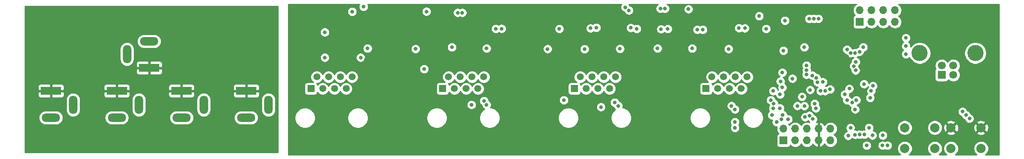
<source format=gbr>
G04 #@! TF.GenerationSoftware,KiCad,Pcbnew,(5.1.4)-1*
G04 #@! TF.CreationDate,2020-09-16T17:38:36+01:00*
G04 #@! TF.ProjectId,reflex-io-board,7265666c-6578-42d6-996f-2d626f617264,rev?*
G04 #@! TF.SameCoordinates,Original*
G04 #@! TF.FileFunction,Copper,L3,Inr*
G04 #@! TF.FilePolarity,Positive*
%FSLAX46Y46*%
G04 Gerber Fmt 4.6, Leading zero omitted, Abs format (unit mm)*
G04 Created by KiCad (PCBNEW (5.1.4)-1) date 2020-09-16 17:38:36*
%MOMM*%
%LPD*%
G04 APERTURE LIST*
%ADD10R,1.500000X1.500000*%
%ADD11C,1.500000*%
%ADD12R,1.700000X1.700000*%
%ADD13C,1.700000*%
%ADD14C,3.500000*%
%ADD15O,1.700000X1.700000*%
%ADD16O,1.800000X4.000000*%
%ADD17O,4.000000X1.800000*%
%ADD18R,4.400000X1.800000*%
%ADD19C,2.000000*%
%ADD20C,0.800000*%
%ADD21C,0.254000*%
G04 APERTURE END LIST*
D10*
X134500000Y-125000000D03*
D11*
X135770000Y-122460000D03*
X137040000Y-125000000D03*
X138310000Y-122460000D03*
X139580000Y-125000000D03*
X140850000Y-122460000D03*
X142120000Y-125000000D03*
X143390000Y-122460000D03*
X114890000Y-122460000D03*
X113620000Y-125000000D03*
X112350000Y-122460000D03*
X111080000Y-125000000D03*
X109810000Y-122460000D03*
X108540000Y-125000000D03*
X107270000Y-122460000D03*
D10*
X106000000Y-125000000D03*
X191500000Y-125000000D03*
D11*
X192770000Y-122460000D03*
X194040000Y-125000000D03*
X195310000Y-122460000D03*
X196580000Y-125000000D03*
X197850000Y-122460000D03*
X199120000Y-125000000D03*
X200390000Y-122460000D03*
D12*
X242500000Y-122000000D03*
D13*
X245000000Y-122000000D03*
X245000000Y-120000000D03*
X242500000Y-120000000D03*
D14*
X237730000Y-117290000D03*
X249770000Y-117290000D03*
D11*
X171890000Y-122460000D03*
X170620000Y-125000000D03*
X169350000Y-122460000D03*
X168080000Y-125000000D03*
X166810000Y-122460000D03*
X165540000Y-125000000D03*
X164270000Y-122460000D03*
D10*
X163000000Y-125000000D03*
D12*
X208250000Y-136250000D03*
D15*
X208250000Y-133710000D03*
X210790000Y-136250000D03*
X210790000Y-133710000D03*
X213330000Y-136250000D03*
X213330000Y-133710000D03*
X215870000Y-136250000D03*
X215870000Y-133710000D03*
X218410000Y-136250000D03*
X218410000Y-133710000D03*
D16*
X54550000Y-128500000D03*
D17*
X49750000Y-131300000D03*
D18*
X49750000Y-125500000D03*
X64000000Y-125500000D03*
D17*
X64000000Y-131300000D03*
D16*
X68800000Y-128500000D03*
X82800000Y-128500000D03*
D17*
X78000000Y-131300000D03*
D18*
X78000000Y-125500000D03*
D16*
X96800000Y-128500000D03*
D17*
X92000000Y-131300000D03*
D18*
X92000000Y-125500000D03*
X71000000Y-120500000D03*
D17*
X71000000Y-114700000D03*
D16*
X66200000Y-117500000D03*
D12*
X224750000Y-110500000D03*
D15*
X224750000Y-107960000D03*
X227290000Y-110500000D03*
X227290000Y-107960000D03*
X229830000Y-110500000D03*
X229830000Y-107960000D03*
X232370000Y-110500000D03*
X232370000Y-107960000D03*
D19*
X234500000Y-138000000D03*
X234500000Y-133500000D03*
X241000000Y-138000000D03*
X241000000Y-133500000D03*
X251000000Y-133500000D03*
X251000000Y-138000000D03*
X244500000Y-133500000D03*
X244500000Y-138000000D03*
D20*
X109000000Y-118250000D03*
X116750000Y-118250000D03*
X118250000Y-116250000D03*
X234750000Y-115750000D03*
X234750000Y-114000000D03*
X222000000Y-116500000D03*
X211250000Y-128750000D03*
X222000000Y-127500000D03*
X208250000Y-116750000D03*
X234750000Y-117500000D03*
X204500000Y-112000000D03*
X212750000Y-116000000D03*
X128637653Y-116362347D03*
X136500000Y-116000000D03*
X144000000Y-116250000D03*
X181000000Y-116250000D03*
X196371906Y-116378094D03*
X188500000Y-116250000D03*
X172865656Y-116334344D03*
X165200000Y-116400000D03*
X157212653Y-116387347D03*
X207600000Y-123400000D03*
X230750000Y-137350010D03*
X118000000Y-118500000D03*
X110250000Y-118000000D03*
X102750000Y-118250000D03*
X208250000Y-118250000D03*
X222000000Y-118000000D03*
X209750000Y-128750000D03*
X222000000Y-129000000D03*
X127750000Y-118250000D03*
X135500000Y-117750000D03*
X142750000Y-118250000D03*
X180250000Y-118000000D03*
X195500000Y-118000000D03*
X188000000Y-118000000D03*
X171800000Y-118000000D03*
X164400000Y-118000000D03*
X156600000Y-118000000D03*
X213453408Y-123257749D03*
X248500000Y-131500000D03*
X247750000Y-130750000D03*
X247000000Y-130000000D03*
X206750000Y-132250000D03*
X210189507Y-122816940D03*
X222250000Y-135250000D03*
X222750000Y-133500000D03*
X227500000Y-135150000D03*
X226749980Y-133500000D03*
X217250000Y-125500000D03*
X218327792Y-125148070D03*
X222750000Y-117250000D03*
X214510338Y-122130259D03*
X223750000Y-117250000D03*
X215371685Y-122638299D03*
X224711612Y-116975583D03*
X215620533Y-123606854D03*
X225500000Y-116000000D03*
X216776107Y-123549988D03*
X117400000Y-107200000D03*
X227600008Y-124400000D03*
X176500000Y-112000000D03*
X212250000Y-126750000D03*
X199902401Y-111868622D03*
X215806748Y-109799878D03*
X146000000Y-112000000D03*
X206025000Y-129262653D03*
X213873824Y-130858664D03*
X208091496Y-130712613D03*
X109000000Y-112750000D03*
X140750000Y-128500000D03*
X144000000Y-128500000D03*
X168750000Y-129000000D03*
X172500000Y-128750000D03*
X197750000Y-133500000D03*
X226250000Y-137350010D03*
X224750000Y-134975000D03*
X227000000Y-126978103D03*
X166500000Y-111875000D03*
X206025000Y-125500000D03*
X189600000Y-112200000D03*
X214806901Y-109818032D03*
X205750000Y-130750000D03*
X137750000Y-108500000D03*
X212925182Y-131175021D03*
X207843646Y-131681424D03*
X223750000Y-135000000D03*
X197750000Y-132250000D03*
X171720000Y-128000000D03*
X160750000Y-127500000D03*
X143445299Y-127667948D03*
X223750000Y-129500000D03*
X159750000Y-112000000D03*
X205500000Y-127500000D03*
X181754490Y-112075010D03*
X181599998Y-107600000D03*
X130500000Y-120750000D03*
X197750000Y-129500000D03*
X214012653Y-125262653D03*
X221500000Y-126250000D03*
X214618094Y-131600141D03*
X216250000Y-125499990D03*
X213238053Y-119952776D03*
X223878548Y-119189575D03*
X213251116Y-120952703D03*
X223467944Y-120101402D03*
X213216986Y-121952133D03*
X223851494Y-121024935D03*
X174000000Y-107324989D03*
X223999978Y-127500000D03*
X175200000Y-111800000D03*
X174800000Y-108000000D03*
X203000000Y-109225032D03*
X198600000Y-111825010D03*
X213800288Y-109829192D03*
X208571508Y-110215473D03*
X147250000Y-111974990D03*
X207475000Y-129250000D03*
X215250000Y-129250000D03*
X206150959Y-128259129D03*
X114932429Y-108275000D03*
X229674990Y-137350000D03*
X229674990Y-137350000D03*
X229750000Y-135150000D03*
X227231309Y-125500000D03*
X225678594Y-124000000D03*
X222500000Y-125000000D03*
X167750000Y-111750000D03*
X208000000Y-121500000D03*
X208000000Y-124750000D03*
X212767303Y-128775000D03*
X190800000Y-112200000D03*
X187680658Y-107719332D03*
X214979055Y-128287403D03*
X207500000Y-126250000D03*
X197000000Y-128750000D03*
X138750000Y-108500000D03*
X225775305Y-134975000D03*
X223167934Y-128054712D03*
X183200000Y-112025000D03*
X182600012Y-107600036D03*
X131000000Y-108250000D03*
X209253601Y-131648832D03*
D21*
G36*
X98873000Y-138873000D02*
G01*
X44127000Y-138873000D01*
X44127000Y-131300000D01*
X47107573Y-131300000D01*
X47137210Y-131600913D01*
X47224983Y-131890261D01*
X47367519Y-132156927D01*
X47559339Y-132390661D01*
X47793073Y-132582481D01*
X48059739Y-132725017D01*
X48349087Y-132812790D01*
X48574592Y-132835000D01*
X50925408Y-132835000D01*
X51150913Y-132812790D01*
X51440261Y-132725017D01*
X51706927Y-132582481D01*
X51940661Y-132390661D01*
X52132481Y-132156927D01*
X52275017Y-131890261D01*
X52362790Y-131600913D01*
X52392427Y-131300000D01*
X61357573Y-131300000D01*
X61387210Y-131600913D01*
X61474983Y-131890261D01*
X61617519Y-132156927D01*
X61809339Y-132390661D01*
X62043073Y-132582481D01*
X62309739Y-132725017D01*
X62599087Y-132812790D01*
X62824592Y-132835000D01*
X65175408Y-132835000D01*
X65400913Y-132812790D01*
X65690261Y-132725017D01*
X65956927Y-132582481D01*
X66190661Y-132390661D01*
X66382481Y-132156927D01*
X66525017Y-131890261D01*
X66612790Y-131600913D01*
X66642427Y-131300000D01*
X75357573Y-131300000D01*
X75387210Y-131600913D01*
X75474983Y-131890261D01*
X75617519Y-132156927D01*
X75809339Y-132390661D01*
X76043073Y-132582481D01*
X76309739Y-132725017D01*
X76599087Y-132812790D01*
X76824592Y-132835000D01*
X79175408Y-132835000D01*
X79400913Y-132812790D01*
X79690261Y-132725017D01*
X79956927Y-132582481D01*
X80190661Y-132390661D01*
X80382481Y-132156927D01*
X80525017Y-131890261D01*
X80612790Y-131600913D01*
X80642427Y-131300000D01*
X89357573Y-131300000D01*
X89387210Y-131600913D01*
X89474983Y-131890261D01*
X89617519Y-132156927D01*
X89809339Y-132390661D01*
X90043073Y-132582481D01*
X90309739Y-132725017D01*
X90599087Y-132812790D01*
X90824592Y-132835000D01*
X93175408Y-132835000D01*
X93400913Y-132812790D01*
X93690261Y-132725017D01*
X93956927Y-132582481D01*
X94190661Y-132390661D01*
X94382481Y-132156927D01*
X94525017Y-131890261D01*
X94612790Y-131600913D01*
X94642427Y-131300000D01*
X94612790Y-130999087D01*
X94525017Y-130709739D01*
X94382481Y-130443073D01*
X94190661Y-130209339D01*
X93956927Y-130017519D01*
X93690261Y-129874983D01*
X93400913Y-129787210D01*
X93175408Y-129765000D01*
X90824592Y-129765000D01*
X90599087Y-129787210D01*
X90309739Y-129874983D01*
X90043073Y-130017519D01*
X89809339Y-130209339D01*
X89617519Y-130443073D01*
X89474983Y-130709739D01*
X89387210Y-130999087D01*
X89357573Y-131300000D01*
X80642427Y-131300000D01*
X80612790Y-130999087D01*
X80525017Y-130709739D01*
X80382481Y-130443073D01*
X80190661Y-130209339D01*
X79956927Y-130017519D01*
X79690261Y-129874983D01*
X79400913Y-129787210D01*
X79175408Y-129765000D01*
X76824592Y-129765000D01*
X76599087Y-129787210D01*
X76309739Y-129874983D01*
X76043073Y-130017519D01*
X75809339Y-130209339D01*
X75617519Y-130443073D01*
X75474983Y-130709739D01*
X75387210Y-130999087D01*
X75357573Y-131300000D01*
X66642427Y-131300000D01*
X66612790Y-130999087D01*
X66525017Y-130709739D01*
X66382481Y-130443073D01*
X66190661Y-130209339D01*
X65956927Y-130017519D01*
X65690261Y-129874983D01*
X65400913Y-129787210D01*
X65175408Y-129765000D01*
X62824592Y-129765000D01*
X62599087Y-129787210D01*
X62309739Y-129874983D01*
X62043073Y-130017519D01*
X61809339Y-130209339D01*
X61617519Y-130443073D01*
X61474983Y-130709739D01*
X61387210Y-130999087D01*
X61357573Y-131300000D01*
X52392427Y-131300000D01*
X52362790Y-130999087D01*
X52275017Y-130709739D01*
X52132481Y-130443073D01*
X51940661Y-130209339D01*
X51706927Y-130017519D01*
X51440261Y-129874983D01*
X51150913Y-129787210D01*
X50925408Y-129765000D01*
X48574592Y-129765000D01*
X48349087Y-129787210D01*
X48059739Y-129874983D01*
X47793073Y-130017519D01*
X47559339Y-130209339D01*
X47367519Y-130443073D01*
X47224983Y-130709739D01*
X47137210Y-130999087D01*
X47107573Y-131300000D01*
X44127000Y-131300000D01*
X44127000Y-127324593D01*
X53015000Y-127324593D01*
X53015001Y-129675408D01*
X53037211Y-129900913D01*
X53124984Y-130190261D01*
X53267520Y-130456927D01*
X53459340Y-130690661D01*
X53693074Y-130882481D01*
X53959740Y-131025017D01*
X54249088Y-131112790D01*
X54550000Y-131142427D01*
X54850913Y-131112790D01*
X55140261Y-131025017D01*
X55406927Y-130882481D01*
X55640661Y-130690661D01*
X55832481Y-130456927D01*
X55975017Y-130190261D01*
X56062790Y-129900913D01*
X56085000Y-129675408D01*
X56085000Y-127324593D01*
X67265000Y-127324593D01*
X67265001Y-129675408D01*
X67287211Y-129900913D01*
X67374984Y-130190261D01*
X67517520Y-130456927D01*
X67709340Y-130690661D01*
X67943074Y-130882481D01*
X68209740Y-131025017D01*
X68499088Y-131112790D01*
X68800000Y-131142427D01*
X69100913Y-131112790D01*
X69390261Y-131025017D01*
X69656927Y-130882481D01*
X69890661Y-130690661D01*
X70082481Y-130456927D01*
X70225017Y-130190261D01*
X70312790Y-129900913D01*
X70335000Y-129675408D01*
X70335000Y-127324593D01*
X81265000Y-127324593D01*
X81265001Y-129675408D01*
X81287211Y-129900913D01*
X81374984Y-130190261D01*
X81517520Y-130456927D01*
X81709340Y-130690661D01*
X81943074Y-130882481D01*
X82209740Y-131025017D01*
X82499088Y-131112790D01*
X82800000Y-131142427D01*
X83100913Y-131112790D01*
X83390261Y-131025017D01*
X83656927Y-130882481D01*
X83890661Y-130690661D01*
X84082481Y-130456927D01*
X84225017Y-130190261D01*
X84312790Y-129900913D01*
X84335000Y-129675408D01*
X84335000Y-127324593D01*
X95265000Y-127324593D01*
X95265001Y-129675408D01*
X95287211Y-129900913D01*
X95374984Y-130190261D01*
X95517520Y-130456927D01*
X95709340Y-130690661D01*
X95943074Y-130882481D01*
X96209740Y-131025017D01*
X96499088Y-131112790D01*
X96800000Y-131142427D01*
X97100913Y-131112790D01*
X97390261Y-131025017D01*
X97656927Y-130882481D01*
X97890661Y-130690661D01*
X98082481Y-130456927D01*
X98225017Y-130190261D01*
X98312790Y-129900913D01*
X98335000Y-129675408D01*
X98335000Y-127324592D01*
X98312790Y-127099087D01*
X98225017Y-126809739D01*
X98082481Y-126543073D01*
X97890661Y-126309339D01*
X97656926Y-126117519D01*
X97390260Y-125974983D01*
X97100912Y-125887210D01*
X96800000Y-125857573D01*
X96499087Y-125887210D01*
X96209739Y-125974983D01*
X95943073Y-126117519D01*
X95709339Y-126309339D01*
X95517519Y-126543074D01*
X95374983Y-126809740D01*
X95287210Y-127099088D01*
X95265000Y-127324593D01*
X84335000Y-127324593D01*
X84335000Y-127324592D01*
X84312790Y-127099087D01*
X84225017Y-126809739D01*
X84082481Y-126543073D01*
X83965065Y-126400000D01*
X89161928Y-126400000D01*
X89174188Y-126524482D01*
X89210498Y-126644180D01*
X89269463Y-126754494D01*
X89348815Y-126851185D01*
X89445506Y-126930537D01*
X89555820Y-126989502D01*
X89675518Y-127025812D01*
X89800000Y-127038072D01*
X91714250Y-127035000D01*
X91873000Y-126876250D01*
X91873000Y-125627000D01*
X92127000Y-125627000D01*
X92127000Y-126876250D01*
X92285750Y-127035000D01*
X94200000Y-127038072D01*
X94324482Y-127025812D01*
X94444180Y-126989502D01*
X94554494Y-126930537D01*
X94651185Y-126851185D01*
X94730537Y-126754494D01*
X94789502Y-126644180D01*
X94825812Y-126524482D01*
X94838072Y-126400000D01*
X94835000Y-125785750D01*
X94676250Y-125627000D01*
X92127000Y-125627000D01*
X91873000Y-125627000D01*
X89323750Y-125627000D01*
X89165000Y-125785750D01*
X89161928Y-126400000D01*
X83965065Y-126400000D01*
X83890661Y-126309339D01*
X83656926Y-126117519D01*
X83390260Y-125974983D01*
X83100912Y-125887210D01*
X82800000Y-125857573D01*
X82499087Y-125887210D01*
X82209739Y-125974983D01*
X81943073Y-126117519D01*
X81709339Y-126309339D01*
X81517519Y-126543074D01*
X81374983Y-126809740D01*
X81287210Y-127099088D01*
X81265000Y-127324593D01*
X70335000Y-127324593D01*
X70335000Y-127324592D01*
X70312790Y-127099087D01*
X70225017Y-126809739D01*
X70082481Y-126543073D01*
X69965065Y-126400000D01*
X75161928Y-126400000D01*
X75174188Y-126524482D01*
X75210498Y-126644180D01*
X75269463Y-126754494D01*
X75348815Y-126851185D01*
X75445506Y-126930537D01*
X75555820Y-126989502D01*
X75675518Y-127025812D01*
X75800000Y-127038072D01*
X77714250Y-127035000D01*
X77873000Y-126876250D01*
X77873000Y-125627000D01*
X78127000Y-125627000D01*
X78127000Y-126876250D01*
X78285750Y-127035000D01*
X80200000Y-127038072D01*
X80324482Y-127025812D01*
X80444180Y-126989502D01*
X80554494Y-126930537D01*
X80651185Y-126851185D01*
X80730537Y-126754494D01*
X80789502Y-126644180D01*
X80825812Y-126524482D01*
X80838072Y-126400000D01*
X80835000Y-125785750D01*
X80676250Y-125627000D01*
X78127000Y-125627000D01*
X77873000Y-125627000D01*
X75323750Y-125627000D01*
X75165000Y-125785750D01*
X75161928Y-126400000D01*
X69965065Y-126400000D01*
X69890661Y-126309339D01*
X69656926Y-126117519D01*
X69390260Y-125974983D01*
X69100912Y-125887210D01*
X68800000Y-125857573D01*
X68499087Y-125887210D01*
X68209739Y-125974983D01*
X67943073Y-126117519D01*
X67709339Y-126309339D01*
X67517519Y-126543074D01*
X67374983Y-126809740D01*
X67287210Y-127099088D01*
X67265000Y-127324593D01*
X56085000Y-127324593D01*
X56085000Y-127324592D01*
X56062790Y-127099087D01*
X55975017Y-126809739D01*
X55832481Y-126543073D01*
X55715065Y-126400000D01*
X61161928Y-126400000D01*
X61174188Y-126524482D01*
X61210498Y-126644180D01*
X61269463Y-126754494D01*
X61348815Y-126851185D01*
X61445506Y-126930537D01*
X61555820Y-126989502D01*
X61675518Y-127025812D01*
X61800000Y-127038072D01*
X63714250Y-127035000D01*
X63873000Y-126876250D01*
X63873000Y-125627000D01*
X64127000Y-125627000D01*
X64127000Y-126876250D01*
X64285750Y-127035000D01*
X66200000Y-127038072D01*
X66324482Y-127025812D01*
X66444180Y-126989502D01*
X66554494Y-126930537D01*
X66651185Y-126851185D01*
X66730537Y-126754494D01*
X66789502Y-126644180D01*
X66825812Y-126524482D01*
X66838072Y-126400000D01*
X66835000Y-125785750D01*
X66676250Y-125627000D01*
X64127000Y-125627000D01*
X63873000Y-125627000D01*
X61323750Y-125627000D01*
X61165000Y-125785750D01*
X61161928Y-126400000D01*
X55715065Y-126400000D01*
X55640661Y-126309339D01*
X55406926Y-126117519D01*
X55140260Y-125974983D01*
X54850912Y-125887210D01*
X54550000Y-125857573D01*
X54249087Y-125887210D01*
X53959739Y-125974983D01*
X53693073Y-126117519D01*
X53459339Y-126309339D01*
X53267519Y-126543074D01*
X53124983Y-126809740D01*
X53037210Y-127099088D01*
X53015000Y-127324593D01*
X44127000Y-127324593D01*
X44127000Y-126400000D01*
X46911928Y-126400000D01*
X46924188Y-126524482D01*
X46960498Y-126644180D01*
X47019463Y-126754494D01*
X47098815Y-126851185D01*
X47195506Y-126930537D01*
X47305820Y-126989502D01*
X47425518Y-127025812D01*
X47550000Y-127038072D01*
X49464250Y-127035000D01*
X49623000Y-126876250D01*
X49623000Y-125627000D01*
X49877000Y-125627000D01*
X49877000Y-126876250D01*
X50035750Y-127035000D01*
X51950000Y-127038072D01*
X52074482Y-127025812D01*
X52194180Y-126989502D01*
X52304494Y-126930537D01*
X52401185Y-126851185D01*
X52480537Y-126754494D01*
X52539502Y-126644180D01*
X52575812Y-126524482D01*
X52588072Y-126400000D01*
X52585000Y-125785750D01*
X52426250Y-125627000D01*
X49877000Y-125627000D01*
X49623000Y-125627000D01*
X47073750Y-125627000D01*
X46915000Y-125785750D01*
X46911928Y-126400000D01*
X44127000Y-126400000D01*
X44127000Y-124600000D01*
X46911928Y-124600000D01*
X46915000Y-125214250D01*
X47073750Y-125373000D01*
X49623000Y-125373000D01*
X49623000Y-124123750D01*
X49877000Y-124123750D01*
X49877000Y-125373000D01*
X52426250Y-125373000D01*
X52585000Y-125214250D01*
X52588072Y-124600000D01*
X61161928Y-124600000D01*
X61165000Y-125214250D01*
X61323750Y-125373000D01*
X63873000Y-125373000D01*
X63873000Y-124123750D01*
X64127000Y-124123750D01*
X64127000Y-125373000D01*
X66676250Y-125373000D01*
X66835000Y-125214250D01*
X66838072Y-124600000D01*
X75161928Y-124600000D01*
X75165000Y-125214250D01*
X75323750Y-125373000D01*
X77873000Y-125373000D01*
X77873000Y-124123750D01*
X78127000Y-124123750D01*
X78127000Y-125373000D01*
X80676250Y-125373000D01*
X80835000Y-125214250D01*
X80838072Y-124600000D01*
X89161928Y-124600000D01*
X89165000Y-125214250D01*
X89323750Y-125373000D01*
X91873000Y-125373000D01*
X91873000Y-124123750D01*
X92127000Y-124123750D01*
X92127000Y-125373000D01*
X94676250Y-125373000D01*
X94835000Y-125214250D01*
X94838072Y-124600000D01*
X94825812Y-124475518D01*
X94789502Y-124355820D01*
X94730537Y-124245506D01*
X94651185Y-124148815D01*
X94554494Y-124069463D01*
X94444180Y-124010498D01*
X94324482Y-123974188D01*
X94200000Y-123961928D01*
X92285750Y-123965000D01*
X92127000Y-124123750D01*
X91873000Y-124123750D01*
X91714250Y-123965000D01*
X89800000Y-123961928D01*
X89675518Y-123974188D01*
X89555820Y-124010498D01*
X89445506Y-124069463D01*
X89348815Y-124148815D01*
X89269463Y-124245506D01*
X89210498Y-124355820D01*
X89174188Y-124475518D01*
X89161928Y-124600000D01*
X80838072Y-124600000D01*
X80825812Y-124475518D01*
X80789502Y-124355820D01*
X80730537Y-124245506D01*
X80651185Y-124148815D01*
X80554494Y-124069463D01*
X80444180Y-124010498D01*
X80324482Y-123974188D01*
X80200000Y-123961928D01*
X78285750Y-123965000D01*
X78127000Y-124123750D01*
X77873000Y-124123750D01*
X77714250Y-123965000D01*
X75800000Y-123961928D01*
X75675518Y-123974188D01*
X75555820Y-124010498D01*
X75445506Y-124069463D01*
X75348815Y-124148815D01*
X75269463Y-124245506D01*
X75210498Y-124355820D01*
X75174188Y-124475518D01*
X75161928Y-124600000D01*
X66838072Y-124600000D01*
X66825812Y-124475518D01*
X66789502Y-124355820D01*
X66730537Y-124245506D01*
X66651185Y-124148815D01*
X66554494Y-124069463D01*
X66444180Y-124010498D01*
X66324482Y-123974188D01*
X66200000Y-123961928D01*
X64285750Y-123965000D01*
X64127000Y-124123750D01*
X63873000Y-124123750D01*
X63714250Y-123965000D01*
X61800000Y-123961928D01*
X61675518Y-123974188D01*
X61555820Y-124010498D01*
X61445506Y-124069463D01*
X61348815Y-124148815D01*
X61269463Y-124245506D01*
X61210498Y-124355820D01*
X61174188Y-124475518D01*
X61161928Y-124600000D01*
X52588072Y-124600000D01*
X52575812Y-124475518D01*
X52539502Y-124355820D01*
X52480537Y-124245506D01*
X52401185Y-124148815D01*
X52304494Y-124069463D01*
X52194180Y-124010498D01*
X52074482Y-123974188D01*
X51950000Y-123961928D01*
X50035750Y-123965000D01*
X49877000Y-124123750D01*
X49623000Y-124123750D01*
X49464250Y-123965000D01*
X47550000Y-123961928D01*
X47425518Y-123974188D01*
X47305820Y-124010498D01*
X47195506Y-124069463D01*
X47098815Y-124148815D01*
X47019463Y-124245506D01*
X46960498Y-124355820D01*
X46924188Y-124475518D01*
X46911928Y-124600000D01*
X44127000Y-124600000D01*
X44127000Y-121400000D01*
X68161928Y-121400000D01*
X68174188Y-121524482D01*
X68210498Y-121644180D01*
X68269463Y-121754494D01*
X68348815Y-121851185D01*
X68445506Y-121930537D01*
X68555820Y-121989502D01*
X68675518Y-122025812D01*
X68800000Y-122038072D01*
X70714250Y-122035000D01*
X70873000Y-121876250D01*
X70873000Y-120627000D01*
X71127000Y-120627000D01*
X71127000Y-121876250D01*
X71285750Y-122035000D01*
X73200000Y-122038072D01*
X73324482Y-122025812D01*
X73444180Y-121989502D01*
X73554494Y-121930537D01*
X73651185Y-121851185D01*
X73730537Y-121754494D01*
X73789502Y-121644180D01*
X73825812Y-121524482D01*
X73838072Y-121400000D01*
X73835000Y-120785750D01*
X73676250Y-120627000D01*
X71127000Y-120627000D01*
X70873000Y-120627000D01*
X68323750Y-120627000D01*
X68165000Y-120785750D01*
X68161928Y-121400000D01*
X44127000Y-121400000D01*
X44127000Y-118675407D01*
X64665000Y-118675407D01*
X64687210Y-118900912D01*
X64774983Y-119190260D01*
X64917519Y-119456926D01*
X65109339Y-119690661D01*
X65343073Y-119882481D01*
X65609739Y-120025017D01*
X65899087Y-120112790D01*
X66200000Y-120142427D01*
X66500912Y-120112790D01*
X66790260Y-120025017D01*
X67056926Y-119882481D01*
X67290661Y-119690661D01*
X67365064Y-119600000D01*
X68161928Y-119600000D01*
X68165000Y-120214250D01*
X68323750Y-120373000D01*
X70873000Y-120373000D01*
X70873000Y-119123750D01*
X71127000Y-119123750D01*
X71127000Y-120373000D01*
X73676250Y-120373000D01*
X73835000Y-120214250D01*
X73838072Y-119600000D01*
X73825812Y-119475518D01*
X73789502Y-119355820D01*
X73730537Y-119245506D01*
X73651185Y-119148815D01*
X73554494Y-119069463D01*
X73444180Y-119010498D01*
X73324482Y-118974188D01*
X73200000Y-118961928D01*
X71285750Y-118965000D01*
X71127000Y-119123750D01*
X70873000Y-119123750D01*
X70714250Y-118965000D01*
X68800000Y-118961928D01*
X68675518Y-118974188D01*
X68555820Y-119010498D01*
X68445506Y-119069463D01*
X68348815Y-119148815D01*
X68269463Y-119245506D01*
X68210498Y-119355820D01*
X68174188Y-119475518D01*
X68161928Y-119600000D01*
X67365064Y-119600000D01*
X67482481Y-119456927D01*
X67625017Y-119190261D01*
X67712790Y-118900913D01*
X67735000Y-118675408D01*
X67735000Y-116324592D01*
X67712790Y-116099087D01*
X67625017Y-115809739D01*
X67482481Y-115543073D01*
X67290661Y-115309339D01*
X67056927Y-115117519D01*
X66790261Y-114974983D01*
X66500913Y-114887210D01*
X66200000Y-114857573D01*
X65899088Y-114887210D01*
X65609740Y-114974983D01*
X65343074Y-115117519D01*
X65109340Y-115309339D01*
X64917520Y-115543073D01*
X64774984Y-115809739D01*
X64687211Y-116099087D01*
X64665001Y-116324592D01*
X64665000Y-118675407D01*
X44127000Y-118675407D01*
X44127000Y-114700000D01*
X68357573Y-114700000D01*
X68387210Y-115000913D01*
X68474983Y-115290261D01*
X68617519Y-115556927D01*
X68809339Y-115790661D01*
X69043073Y-115982481D01*
X69309739Y-116125017D01*
X69599087Y-116212790D01*
X69824592Y-116235000D01*
X72175408Y-116235000D01*
X72400913Y-116212790D01*
X72690261Y-116125017D01*
X72956927Y-115982481D01*
X73190661Y-115790661D01*
X73382481Y-115556927D01*
X73525017Y-115290261D01*
X73612790Y-115000913D01*
X73642427Y-114700000D01*
X73612790Y-114399087D01*
X73525017Y-114109739D01*
X73382481Y-113843073D01*
X73190661Y-113609339D01*
X72956927Y-113417519D01*
X72690261Y-113274983D01*
X72400913Y-113187210D01*
X72175408Y-113165000D01*
X69824592Y-113165000D01*
X69599087Y-113187210D01*
X69309739Y-113274983D01*
X69043073Y-113417519D01*
X68809339Y-113609339D01*
X68617519Y-113843073D01*
X68474983Y-114109739D01*
X68387210Y-114399087D01*
X68357573Y-114700000D01*
X44127000Y-114700000D01*
X44127000Y-107127000D01*
X98873000Y-107127000D01*
X98873000Y-138873000D01*
X98873000Y-138873000D01*
G37*
X98873000Y-138873000D02*
X44127000Y-138873000D01*
X44127000Y-131300000D01*
X47107573Y-131300000D01*
X47137210Y-131600913D01*
X47224983Y-131890261D01*
X47367519Y-132156927D01*
X47559339Y-132390661D01*
X47793073Y-132582481D01*
X48059739Y-132725017D01*
X48349087Y-132812790D01*
X48574592Y-132835000D01*
X50925408Y-132835000D01*
X51150913Y-132812790D01*
X51440261Y-132725017D01*
X51706927Y-132582481D01*
X51940661Y-132390661D01*
X52132481Y-132156927D01*
X52275017Y-131890261D01*
X52362790Y-131600913D01*
X52392427Y-131300000D01*
X61357573Y-131300000D01*
X61387210Y-131600913D01*
X61474983Y-131890261D01*
X61617519Y-132156927D01*
X61809339Y-132390661D01*
X62043073Y-132582481D01*
X62309739Y-132725017D01*
X62599087Y-132812790D01*
X62824592Y-132835000D01*
X65175408Y-132835000D01*
X65400913Y-132812790D01*
X65690261Y-132725017D01*
X65956927Y-132582481D01*
X66190661Y-132390661D01*
X66382481Y-132156927D01*
X66525017Y-131890261D01*
X66612790Y-131600913D01*
X66642427Y-131300000D01*
X75357573Y-131300000D01*
X75387210Y-131600913D01*
X75474983Y-131890261D01*
X75617519Y-132156927D01*
X75809339Y-132390661D01*
X76043073Y-132582481D01*
X76309739Y-132725017D01*
X76599087Y-132812790D01*
X76824592Y-132835000D01*
X79175408Y-132835000D01*
X79400913Y-132812790D01*
X79690261Y-132725017D01*
X79956927Y-132582481D01*
X80190661Y-132390661D01*
X80382481Y-132156927D01*
X80525017Y-131890261D01*
X80612790Y-131600913D01*
X80642427Y-131300000D01*
X89357573Y-131300000D01*
X89387210Y-131600913D01*
X89474983Y-131890261D01*
X89617519Y-132156927D01*
X89809339Y-132390661D01*
X90043073Y-132582481D01*
X90309739Y-132725017D01*
X90599087Y-132812790D01*
X90824592Y-132835000D01*
X93175408Y-132835000D01*
X93400913Y-132812790D01*
X93690261Y-132725017D01*
X93956927Y-132582481D01*
X94190661Y-132390661D01*
X94382481Y-132156927D01*
X94525017Y-131890261D01*
X94612790Y-131600913D01*
X94642427Y-131300000D01*
X94612790Y-130999087D01*
X94525017Y-130709739D01*
X94382481Y-130443073D01*
X94190661Y-130209339D01*
X93956927Y-130017519D01*
X93690261Y-129874983D01*
X93400913Y-129787210D01*
X93175408Y-129765000D01*
X90824592Y-129765000D01*
X90599087Y-129787210D01*
X90309739Y-129874983D01*
X90043073Y-130017519D01*
X89809339Y-130209339D01*
X89617519Y-130443073D01*
X89474983Y-130709739D01*
X89387210Y-130999087D01*
X89357573Y-131300000D01*
X80642427Y-131300000D01*
X80612790Y-130999087D01*
X80525017Y-130709739D01*
X80382481Y-130443073D01*
X80190661Y-130209339D01*
X79956927Y-130017519D01*
X79690261Y-129874983D01*
X79400913Y-129787210D01*
X79175408Y-129765000D01*
X76824592Y-129765000D01*
X76599087Y-129787210D01*
X76309739Y-129874983D01*
X76043073Y-130017519D01*
X75809339Y-130209339D01*
X75617519Y-130443073D01*
X75474983Y-130709739D01*
X75387210Y-130999087D01*
X75357573Y-131300000D01*
X66642427Y-131300000D01*
X66612790Y-130999087D01*
X66525017Y-130709739D01*
X66382481Y-130443073D01*
X66190661Y-130209339D01*
X65956927Y-130017519D01*
X65690261Y-129874983D01*
X65400913Y-129787210D01*
X65175408Y-129765000D01*
X62824592Y-129765000D01*
X62599087Y-129787210D01*
X62309739Y-129874983D01*
X62043073Y-130017519D01*
X61809339Y-130209339D01*
X61617519Y-130443073D01*
X61474983Y-130709739D01*
X61387210Y-130999087D01*
X61357573Y-131300000D01*
X52392427Y-131300000D01*
X52362790Y-130999087D01*
X52275017Y-130709739D01*
X52132481Y-130443073D01*
X51940661Y-130209339D01*
X51706927Y-130017519D01*
X51440261Y-129874983D01*
X51150913Y-129787210D01*
X50925408Y-129765000D01*
X48574592Y-129765000D01*
X48349087Y-129787210D01*
X48059739Y-129874983D01*
X47793073Y-130017519D01*
X47559339Y-130209339D01*
X47367519Y-130443073D01*
X47224983Y-130709739D01*
X47137210Y-130999087D01*
X47107573Y-131300000D01*
X44127000Y-131300000D01*
X44127000Y-127324593D01*
X53015000Y-127324593D01*
X53015001Y-129675408D01*
X53037211Y-129900913D01*
X53124984Y-130190261D01*
X53267520Y-130456927D01*
X53459340Y-130690661D01*
X53693074Y-130882481D01*
X53959740Y-131025017D01*
X54249088Y-131112790D01*
X54550000Y-131142427D01*
X54850913Y-131112790D01*
X55140261Y-131025017D01*
X55406927Y-130882481D01*
X55640661Y-130690661D01*
X55832481Y-130456927D01*
X55975017Y-130190261D01*
X56062790Y-129900913D01*
X56085000Y-129675408D01*
X56085000Y-127324593D01*
X67265000Y-127324593D01*
X67265001Y-129675408D01*
X67287211Y-129900913D01*
X67374984Y-130190261D01*
X67517520Y-130456927D01*
X67709340Y-130690661D01*
X67943074Y-130882481D01*
X68209740Y-131025017D01*
X68499088Y-131112790D01*
X68800000Y-131142427D01*
X69100913Y-131112790D01*
X69390261Y-131025017D01*
X69656927Y-130882481D01*
X69890661Y-130690661D01*
X70082481Y-130456927D01*
X70225017Y-130190261D01*
X70312790Y-129900913D01*
X70335000Y-129675408D01*
X70335000Y-127324593D01*
X81265000Y-127324593D01*
X81265001Y-129675408D01*
X81287211Y-129900913D01*
X81374984Y-130190261D01*
X81517520Y-130456927D01*
X81709340Y-130690661D01*
X81943074Y-130882481D01*
X82209740Y-131025017D01*
X82499088Y-131112790D01*
X82800000Y-131142427D01*
X83100913Y-131112790D01*
X83390261Y-131025017D01*
X83656927Y-130882481D01*
X83890661Y-130690661D01*
X84082481Y-130456927D01*
X84225017Y-130190261D01*
X84312790Y-129900913D01*
X84335000Y-129675408D01*
X84335000Y-127324593D01*
X95265000Y-127324593D01*
X95265001Y-129675408D01*
X95287211Y-129900913D01*
X95374984Y-130190261D01*
X95517520Y-130456927D01*
X95709340Y-130690661D01*
X95943074Y-130882481D01*
X96209740Y-131025017D01*
X96499088Y-131112790D01*
X96800000Y-131142427D01*
X97100913Y-131112790D01*
X97390261Y-131025017D01*
X97656927Y-130882481D01*
X97890661Y-130690661D01*
X98082481Y-130456927D01*
X98225017Y-130190261D01*
X98312790Y-129900913D01*
X98335000Y-129675408D01*
X98335000Y-127324592D01*
X98312790Y-127099087D01*
X98225017Y-126809739D01*
X98082481Y-126543073D01*
X97890661Y-126309339D01*
X97656926Y-126117519D01*
X97390260Y-125974983D01*
X97100912Y-125887210D01*
X96800000Y-125857573D01*
X96499087Y-125887210D01*
X96209739Y-125974983D01*
X95943073Y-126117519D01*
X95709339Y-126309339D01*
X95517519Y-126543074D01*
X95374983Y-126809740D01*
X95287210Y-127099088D01*
X95265000Y-127324593D01*
X84335000Y-127324593D01*
X84335000Y-127324592D01*
X84312790Y-127099087D01*
X84225017Y-126809739D01*
X84082481Y-126543073D01*
X83965065Y-126400000D01*
X89161928Y-126400000D01*
X89174188Y-126524482D01*
X89210498Y-126644180D01*
X89269463Y-126754494D01*
X89348815Y-126851185D01*
X89445506Y-126930537D01*
X89555820Y-126989502D01*
X89675518Y-127025812D01*
X89800000Y-127038072D01*
X91714250Y-127035000D01*
X91873000Y-126876250D01*
X91873000Y-125627000D01*
X92127000Y-125627000D01*
X92127000Y-126876250D01*
X92285750Y-127035000D01*
X94200000Y-127038072D01*
X94324482Y-127025812D01*
X94444180Y-126989502D01*
X94554494Y-126930537D01*
X94651185Y-126851185D01*
X94730537Y-126754494D01*
X94789502Y-126644180D01*
X94825812Y-126524482D01*
X94838072Y-126400000D01*
X94835000Y-125785750D01*
X94676250Y-125627000D01*
X92127000Y-125627000D01*
X91873000Y-125627000D01*
X89323750Y-125627000D01*
X89165000Y-125785750D01*
X89161928Y-126400000D01*
X83965065Y-126400000D01*
X83890661Y-126309339D01*
X83656926Y-126117519D01*
X83390260Y-125974983D01*
X83100912Y-125887210D01*
X82800000Y-125857573D01*
X82499087Y-125887210D01*
X82209739Y-125974983D01*
X81943073Y-126117519D01*
X81709339Y-126309339D01*
X81517519Y-126543074D01*
X81374983Y-126809740D01*
X81287210Y-127099088D01*
X81265000Y-127324593D01*
X70335000Y-127324593D01*
X70335000Y-127324592D01*
X70312790Y-127099087D01*
X70225017Y-126809739D01*
X70082481Y-126543073D01*
X69965065Y-126400000D01*
X75161928Y-126400000D01*
X75174188Y-126524482D01*
X75210498Y-126644180D01*
X75269463Y-126754494D01*
X75348815Y-126851185D01*
X75445506Y-126930537D01*
X75555820Y-126989502D01*
X75675518Y-127025812D01*
X75800000Y-127038072D01*
X77714250Y-127035000D01*
X77873000Y-126876250D01*
X77873000Y-125627000D01*
X78127000Y-125627000D01*
X78127000Y-126876250D01*
X78285750Y-127035000D01*
X80200000Y-127038072D01*
X80324482Y-127025812D01*
X80444180Y-126989502D01*
X80554494Y-126930537D01*
X80651185Y-126851185D01*
X80730537Y-126754494D01*
X80789502Y-126644180D01*
X80825812Y-126524482D01*
X80838072Y-126400000D01*
X80835000Y-125785750D01*
X80676250Y-125627000D01*
X78127000Y-125627000D01*
X77873000Y-125627000D01*
X75323750Y-125627000D01*
X75165000Y-125785750D01*
X75161928Y-126400000D01*
X69965065Y-126400000D01*
X69890661Y-126309339D01*
X69656926Y-126117519D01*
X69390260Y-125974983D01*
X69100912Y-125887210D01*
X68800000Y-125857573D01*
X68499087Y-125887210D01*
X68209739Y-125974983D01*
X67943073Y-126117519D01*
X67709339Y-126309339D01*
X67517519Y-126543074D01*
X67374983Y-126809740D01*
X67287210Y-127099088D01*
X67265000Y-127324593D01*
X56085000Y-127324593D01*
X56085000Y-127324592D01*
X56062790Y-127099087D01*
X55975017Y-126809739D01*
X55832481Y-126543073D01*
X55715065Y-126400000D01*
X61161928Y-126400000D01*
X61174188Y-126524482D01*
X61210498Y-126644180D01*
X61269463Y-126754494D01*
X61348815Y-126851185D01*
X61445506Y-126930537D01*
X61555820Y-126989502D01*
X61675518Y-127025812D01*
X61800000Y-127038072D01*
X63714250Y-127035000D01*
X63873000Y-126876250D01*
X63873000Y-125627000D01*
X64127000Y-125627000D01*
X64127000Y-126876250D01*
X64285750Y-127035000D01*
X66200000Y-127038072D01*
X66324482Y-127025812D01*
X66444180Y-126989502D01*
X66554494Y-126930537D01*
X66651185Y-126851185D01*
X66730537Y-126754494D01*
X66789502Y-126644180D01*
X66825812Y-126524482D01*
X66838072Y-126400000D01*
X66835000Y-125785750D01*
X66676250Y-125627000D01*
X64127000Y-125627000D01*
X63873000Y-125627000D01*
X61323750Y-125627000D01*
X61165000Y-125785750D01*
X61161928Y-126400000D01*
X55715065Y-126400000D01*
X55640661Y-126309339D01*
X55406926Y-126117519D01*
X55140260Y-125974983D01*
X54850912Y-125887210D01*
X54550000Y-125857573D01*
X54249087Y-125887210D01*
X53959739Y-125974983D01*
X53693073Y-126117519D01*
X53459339Y-126309339D01*
X53267519Y-126543074D01*
X53124983Y-126809740D01*
X53037210Y-127099088D01*
X53015000Y-127324593D01*
X44127000Y-127324593D01*
X44127000Y-126400000D01*
X46911928Y-126400000D01*
X46924188Y-126524482D01*
X46960498Y-126644180D01*
X47019463Y-126754494D01*
X47098815Y-126851185D01*
X47195506Y-126930537D01*
X47305820Y-126989502D01*
X47425518Y-127025812D01*
X47550000Y-127038072D01*
X49464250Y-127035000D01*
X49623000Y-126876250D01*
X49623000Y-125627000D01*
X49877000Y-125627000D01*
X49877000Y-126876250D01*
X50035750Y-127035000D01*
X51950000Y-127038072D01*
X52074482Y-127025812D01*
X52194180Y-126989502D01*
X52304494Y-126930537D01*
X52401185Y-126851185D01*
X52480537Y-126754494D01*
X52539502Y-126644180D01*
X52575812Y-126524482D01*
X52588072Y-126400000D01*
X52585000Y-125785750D01*
X52426250Y-125627000D01*
X49877000Y-125627000D01*
X49623000Y-125627000D01*
X47073750Y-125627000D01*
X46915000Y-125785750D01*
X46911928Y-126400000D01*
X44127000Y-126400000D01*
X44127000Y-124600000D01*
X46911928Y-124600000D01*
X46915000Y-125214250D01*
X47073750Y-125373000D01*
X49623000Y-125373000D01*
X49623000Y-124123750D01*
X49877000Y-124123750D01*
X49877000Y-125373000D01*
X52426250Y-125373000D01*
X52585000Y-125214250D01*
X52588072Y-124600000D01*
X61161928Y-124600000D01*
X61165000Y-125214250D01*
X61323750Y-125373000D01*
X63873000Y-125373000D01*
X63873000Y-124123750D01*
X64127000Y-124123750D01*
X64127000Y-125373000D01*
X66676250Y-125373000D01*
X66835000Y-125214250D01*
X66838072Y-124600000D01*
X75161928Y-124600000D01*
X75165000Y-125214250D01*
X75323750Y-125373000D01*
X77873000Y-125373000D01*
X77873000Y-124123750D01*
X78127000Y-124123750D01*
X78127000Y-125373000D01*
X80676250Y-125373000D01*
X80835000Y-125214250D01*
X80838072Y-124600000D01*
X89161928Y-124600000D01*
X89165000Y-125214250D01*
X89323750Y-125373000D01*
X91873000Y-125373000D01*
X91873000Y-124123750D01*
X92127000Y-124123750D01*
X92127000Y-125373000D01*
X94676250Y-125373000D01*
X94835000Y-125214250D01*
X94838072Y-124600000D01*
X94825812Y-124475518D01*
X94789502Y-124355820D01*
X94730537Y-124245506D01*
X94651185Y-124148815D01*
X94554494Y-124069463D01*
X94444180Y-124010498D01*
X94324482Y-123974188D01*
X94200000Y-123961928D01*
X92285750Y-123965000D01*
X92127000Y-124123750D01*
X91873000Y-124123750D01*
X91714250Y-123965000D01*
X89800000Y-123961928D01*
X89675518Y-123974188D01*
X89555820Y-124010498D01*
X89445506Y-124069463D01*
X89348815Y-124148815D01*
X89269463Y-124245506D01*
X89210498Y-124355820D01*
X89174188Y-124475518D01*
X89161928Y-124600000D01*
X80838072Y-124600000D01*
X80825812Y-124475518D01*
X80789502Y-124355820D01*
X80730537Y-124245506D01*
X80651185Y-124148815D01*
X80554494Y-124069463D01*
X80444180Y-124010498D01*
X80324482Y-123974188D01*
X80200000Y-123961928D01*
X78285750Y-123965000D01*
X78127000Y-124123750D01*
X77873000Y-124123750D01*
X77714250Y-123965000D01*
X75800000Y-123961928D01*
X75675518Y-123974188D01*
X75555820Y-124010498D01*
X75445506Y-124069463D01*
X75348815Y-124148815D01*
X75269463Y-124245506D01*
X75210498Y-124355820D01*
X75174188Y-124475518D01*
X75161928Y-124600000D01*
X66838072Y-124600000D01*
X66825812Y-124475518D01*
X66789502Y-124355820D01*
X66730537Y-124245506D01*
X66651185Y-124148815D01*
X66554494Y-124069463D01*
X66444180Y-124010498D01*
X66324482Y-123974188D01*
X66200000Y-123961928D01*
X64285750Y-123965000D01*
X64127000Y-124123750D01*
X63873000Y-124123750D01*
X63714250Y-123965000D01*
X61800000Y-123961928D01*
X61675518Y-123974188D01*
X61555820Y-124010498D01*
X61445506Y-124069463D01*
X61348815Y-124148815D01*
X61269463Y-124245506D01*
X61210498Y-124355820D01*
X61174188Y-124475518D01*
X61161928Y-124600000D01*
X52588072Y-124600000D01*
X52575812Y-124475518D01*
X52539502Y-124355820D01*
X52480537Y-124245506D01*
X52401185Y-124148815D01*
X52304494Y-124069463D01*
X52194180Y-124010498D01*
X52074482Y-123974188D01*
X51950000Y-123961928D01*
X50035750Y-123965000D01*
X49877000Y-124123750D01*
X49623000Y-124123750D01*
X49464250Y-123965000D01*
X47550000Y-123961928D01*
X47425518Y-123974188D01*
X47305820Y-124010498D01*
X47195506Y-124069463D01*
X47098815Y-124148815D01*
X47019463Y-124245506D01*
X46960498Y-124355820D01*
X46924188Y-124475518D01*
X46911928Y-124600000D01*
X44127000Y-124600000D01*
X44127000Y-121400000D01*
X68161928Y-121400000D01*
X68174188Y-121524482D01*
X68210498Y-121644180D01*
X68269463Y-121754494D01*
X68348815Y-121851185D01*
X68445506Y-121930537D01*
X68555820Y-121989502D01*
X68675518Y-122025812D01*
X68800000Y-122038072D01*
X70714250Y-122035000D01*
X70873000Y-121876250D01*
X70873000Y-120627000D01*
X71127000Y-120627000D01*
X71127000Y-121876250D01*
X71285750Y-122035000D01*
X73200000Y-122038072D01*
X73324482Y-122025812D01*
X73444180Y-121989502D01*
X73554494Y-121930537D01*
X73651185Y-121851185D01*
X73730537Y-121754494D01*
X73789502Y-121644180D01*
X73825812Y-121524482D01*
X73838072Y-121400000D01*
X73835000Y-120785750D01*
X73676250Y-120627000D01*
X71127000Y-120627000D01*
X70873000Y-120627000D01*
X68323750Y-120627000D01*
X68165000Y-120785750D01*
X68161928Y-121400000D01*
X44127000Y-121400000D01*
X44127000Y-118675407D01*
X64665000Y-118675407D01*
X64687210Y-118900912D01*
X64774983Y-119190260D01*
X64917519Y-119456926D01*
X65109339Y-119690661D01*
X65343073Y-119882481D01*
X65609739Y-120025017D01*
X65899087Y-120112790D01*
X66200000Y-120142427D01*
X66500912Y-120112790D01*
X66790260Y-120025017D01*
X67056926Y-119882481D01*
X67290661Y-119690661D01*
X67365064Y-119600000D01*
X68161928Y-119600000D01*
X68165000Y-120214250D01*
X68323750Y-120373000D01*
X70873000Y-120373000D01*
X70873000Y-119123750D01*
X71127000Y-119123750D01*
X71127000Y-120373000D01*
X73676250Y-120373000D01*
X73835000Y-120214250D01*
X73838072Y-119600000D01*
X73825812Y-119475518D01*
X73789502Y-119355820D01*
X73730537Y-119245506D01*
X73651185Y-119148815D01*
X73554494Y-119069463D01*
X73444180Y-119010498D01*
X73324482Y-118974188D01*
X73200000Y-118961928D01*
X71285750Y-118965000D01*
X71127000Y-119123750D01*
X70873000Y-119123750D01*
X70714250Y-118965000D01*
X68800000Y-118961928D01*
X68675518Y-118974188D01*
X68555820Y-119010498D01*
X68445506Y-119069463D01*
X68348815Y-119148815D01*
X68269463Y-119245506D01*
X68210498Y-119355820D01*
X68174188Y-119475518D01*
X68161928Y-119600000D01*
X67365064Y-119600000D01*
X67482481Y-119456927D01*
X67625017Y-119190261D01*
X67712790Y-118900913D01*
X67735000Y-118675408D01*
X67735000Y-116324592D01*
X67712790Y-116099087D01*
X67625017Y-115809739D01*
X67482481Y-115543073D01*
X67290661Y-115309339D01*
X67056927Y-115117519D01*
X66790261Y-114974983D01*
X66500913Y-114887210D01*
X66200000Y-114857573D01*
X65899088Y-114887210D01*
X65609740Y-114974983D01*
X65343074Y-115117519D01*
X65109340Y-115309339D01*
X64917520Y-115543073D01*
X64774984Y-115809739D01*
X64687211Y-116099087D01*
X64665001Y-116324592D01*
X64665000Y-118675407D01*
X44127000Y-118675407D01*
X44127000Y-114700000D01*
X68357573Y-114700000D01*
X68387210Y-115000913D01*
X68474983Y-115290261D01*
X68617519Y-115556927D01*
X68809339Y-115790661D01*
X69043073Y-115982481D01*
X69309739Y-116125017D01*
X69599087Y-116212790D01*
X69824592Y-116235000D01*
X72175408Y-116235000D01*
X72400913Y-116212790D01*
X72690261Y-116125017D01*
X72956927Y-115982481D01*
X73190661Y-115790661D01*
X73382481Y-115556927D01*
X73525017Y-115290261D01*
X73612790Y-115000913D01*
X73642427Y-114700000D01*
X73612790Y-114399087D01*
X73525017Y-114109739D01*
X73382481Y-113843073D01*
X73190661Y-113609339D01*
X72956927Y-113417519D01*
X72690261Y-113274983D01*
X72400913Y-113187210D01*
X72175408Y-113165000D01*
X69824592Y-113165000D01*
X69599087Y-113187210D01*
X69309739Y-113274983D01*
X69043073Y-113417519D01*
X68809339Y-113609339D01*
X68617519Y-113843073D01*
X68474983Y-114109739D01*
X68387210Y-114399087D01*
X68357573Y-114700000D01*
X44127000Y-114700000D01*
X44127000Y-107127000D01*
X98873000Y-107127000D01*
X98873000Y-138873000D01*
G36*
X116482795Y-106709744D02*
G01*
X116404774Y-106898102D01*
X116365000Y-107098061D01*
X116365000Y-107301939D01*
X116404774Y-107501898D01*
X116482795Y-107690256D01*
X116596063Y-107859774D01*
X116740226Y-108003937D01*
X116909744Y-108117205D01*
X117098102Y-108195226D01*
X117298061Y-108235000D01*
X117501939Y-108235000D01*
X117701898Y-108195226D01*
X117815763Y-108148061D01*
X129965000Y-108148061D01*
X129965000Y-108351939D01*
X130004774Y-108551898D01*
X130082795Y-108740256D01*
X130196063Y-108909774D01*
X130340226Y-109053937D01*
X130509744Y-109167205D01*
X130698102Y-109245226D01*
X130898061Y-109285000D01*
X131101939Y-109285000D01*
X131301898Y-109245226D01*
X131490256Y-109167205D01*
X131659774Y-109053937D01*
X131803937Y-108909774D01*
X131917205Y-108740256D01*
X131995226Y-108551898D01*
X132025825Y-108398061D01*
X136715000Y-108398061D01*
X136715000Y-108601939D01*
X136754774Y-108801898D01*
X136832795Y-108990256D01*
X136946063Y-109159774D01*
X137090226Y-109303937D01*
X137259744Y-109417205D01*
X137448102Y-109495226D01*
X137648061Y-109535000D01*
X137851939Y-109535000D01*
X138051898Y-109495226D01*
X138240256Y-109417205D01*
X138250000Y-109410694D01*
X138259744Y-109417205D01*
X138448102Y-109495226D01*
X138648061Y-109535000D01*
X138851939Y-109535000D01*
X139051898Y-109495226D01*
X139240256Y-109417205D01*
X139409774Y-109303937D01*
X139553937Y-109159774D01*
X139578446Y-109123093D01*
X201965000Y-109123093D01*
X201965000Y-109326971D01*
X202004774Y-109526930D01*
X202082795Y-109715288D01*
X202196063Y-109884806D01*
X202340226Y-110028969D01*
X202509744Y-110142237D01*
X202698102Y-110220258D01*
X202898061Y-110260032D01*
X203101939Y-110260032D01*
X203301898Y-110220258D01*
X203490256Y-110142237D01*
X203533213Y-110113534D01*
X207536508Y-110113534D01*
X207536508Y-110317412D01*
X207576282Y-110517371D01*
X207654303Y-110705729D01*
X207767571Y-110875247D01*
X207911734Y-111019410D01*
X208081252Y-111132678D01*
X208269610Y-111210699D01*
X208469569Y-111250473D01*
X208673447Y-111250473D01*
X208873406Y-111210699D01*
X209061764Y-111132678D01*
X209231282Y-111019410D01*
X209375445Y-110875247D01*
X209488713Y-110705729D01*
X209566734Y-110517371D01*
X209606508Y-110317412D01*
X209606508Y-110113534D01*
X209566734Y-109913575D01*
X209489557Y-109727253D01*
X212765288Y-109727253D01*
X212765288Y-109931131D01*
X212805062Y-110131090D01*
X212883083Y-110319448D01*
X212996351Y-110488966D01*
X213140514Y-110633129D01*
X213310032Y-110746397D01*
X213498390Y-110824418D01*
X213698349Y-110864192D01*
X213902227Y-110864192D01*
X214102186Y-110824418D01*
X214290544Y-110746397D01*
X214311946Y-110732097D01*
X214316645Y-110735237D01*
X214505003Y-110813258D01*
X214704962Y-110853032D01*
X214908840Y-110853032D01*
X215108799Y-110813258D01*
X215297157Y-110735237D01*
X215321328Y-110719086D01*
X215504850Y-110795104D01*
X215704809Y-110834878D01*
X215908687Y-110834878D01*
X216108646Y-110795104D01*
X216297004Y-110717083D01*
X216466522Y-110603815D01*
X216610685Y-110459652D01*
X216723953Y-110290134D01*
X216801974Y-110101776D01*
X216841748Y-109901817D01*
X216841748Y-109697939D01*
X216801974Y-109497980D01*
X216723953Y-109309622D01*
X216610685Y-109140104D01*
X216466522Y-108995941D01*
X216297004Y-108882673D01*
X216108646Y-108804652D01*
X215908687Y-108764878D01*
X215704809Y-108764878D01*
X215504850Y-108804652D01*
X215316492Y-108882673D01*
X215292321Y-108898824D01*
X215108799Y-108822806D01*
X214908840Y-108783032D01*
X214704962Y-108783032D01*
X214505003Y-108822806D01*
X214316645Y-108900827D01*
X214295243Y-108915127D01*
X214290544Y-108911987D01*
X214102186Y-108833966D01*
X213902227Y-108794192D01*
X213698349Y-108794192D01*
X213498390Y-108833966D01*
X213310032Y-108911987D01*
X213140514Y-109025255D01*
X212996351Y-109169418D01*
X212883083Y-109338936D01*
X212805062Y-109527294D01*
X212765288Y-109727253D01*
X209489557Y-109727253D01*
X209488713Y-109725217D01*
X209375445Y-109555699D01*
X209231282Y-109411536D01*
X209061764Y-109298268D01*
X208873406Y-109220247D01*
X208673447Y-109180473D01*
X208469569Y-109180473D01*
X208269610Y-109220247D01*
X208081252Y-109298268D01*
X207911734Y-109411536D01*
X207767571Y-109555699D01*
X207654303Y-109725217D01*
X207576282Y-109913575D01*
X207536508Y-110113534D01*
X203533213Y-110113534D01*
X203659774Y-110028969D01*
X203803937Y-109884806D01*
X203917205Y-109715288D01*
X203995226Y-109526930D01*
X204035000Y-109326971D01*
X204035000Y-109123093D01*
X203995226Y-108923134D01*
X203917205Y-108734776D01*
X203803937Y-108565258D01*
X203659774Y-108421095D01*
X203490256Y-108307827D01*
X203301898Y-108229806D01*
X203101939Y-108190032D01*
X202898061Y-108190032D01*
X202698102Y-108229806D01*
X202509744Y-108307827D01*
X202340226Y-108421095D01*
X202196063Y-108565258D01*
X202082795Y-108734776D01*
X202004774Y-108923134D01*
X201965000Y-109123093D01*
X139578446Y-109123093D01*
X139667205Y-108990256D01*
X139745226Y-108801898D01*
X139785000Y-108601939D01*
X139785000Y-108398061D01*
X139745226Y-108198102D01*
X139667205Y-108009744D01*
X139553937Y-107840226D01*
X139409774Y-107696063D01*
X139240256Y-107582795D01*
X139051898Y-107504774D01*
X138851939Y-107465000D01*
X138648061Y-107465000D01*
X138448102Y-107504774D01*
X138259744Y-107582795D01*
X138250000Y-107589306D01*
X138240256Y-107582795D01*
X138051898Y-107504774D01*
X137851939Y-107465000D01*
X137648061Y-107465000D01*
X137448102Y-107504774D01*
X137259744Y-107582795D01*
X137090226Y-107696063D01*
X136946063Y-107840226D01*
X136832795Y-108009744D01*
X136754774Y-108198102D01*
X136715000Y-108398061D01*
X132025825Y-108398061D01*
X132035000Y-108351939D01*
X132035000Y-108148061D01*
X131995226Y-107948102D01*
X131917205Y-107759744D01*
X131803937Y-107590226D01*
X131659774Y-107446063D01*
X131490256Y-107332795D01*
X131301898Y-107254774D01*
X131101939Y-107215000D01*
X130898061Y-107215000D01*
X130698102Y-107254774D01*
X130509744Y-107332795D01*
X130340226Y-107446063D01*
X130196063Y-107590226D01*
X130082795Y-107759744D01*
X130004774Y-107948102D01*
X129965000Y-108148061D01*
X117815763Y-108148061D01*
X117890256Y-108117205D01*
X118059774Y-108003937D01*
X118203937Y-107859774D01*
X118317205Y-107690256D01*
X118395226Y-107501898D01*
X118435000Y-107301939D01*
X118435000Y-107098061D01*
X118395226Y-106898102D01*
X118317205Y-106709744D01*
X118283967Y-106660000D01*
X173201278Y-106660000D01*
X173196063Y-106665215D01*
X173082795Y-106834733D01*
X173004774Y-107023091D01*
X172965000Y-107223050D01*
X172965000Y-107426928D01*
X173004774Y-107626887D01*
X173082795Y-107815245D01*
X173196063Y-107984763D01*
X173340226Y-108128926D01*
X173509744Y-108242194D01*
X173698102Y-108320215D01*
X173822621Y-108344983D01*
X173882795Y-108490256D01*
X173996063Y-108659774D01*
X174140226Y-108803937D01*
X174309744Y-108917205D01*
X174498102Y-108995226D01*
X174698061Y-109035000D01*
X174901939Y-109035000D01*
X175101898Y-108995226D01*
X175290256Y-108917205D01*
X175459774Y-108803937D01*
X175603937Y-108659774D01*
X175717205Y-108490256D01*
X175795226Y-108301898D01*
X175835000Y-108101939D01*
X175835000Y-107898061D01*
X175795226Y-107698102D01*
X175717205Y-107509744D01*
X175603937Y-107340226D01*
X175459774Y-107196063D01*
X175290256Y-107082795D01*
X175101898Y-107004774D01*
X174977379Y-106980006D01*
X174917205Y-106834733D01*
X174803937Y-106665215D01*
X174798722Y-106660000D01*
X181164774Y-106660000D01*
X181109742Y-106682795D01*
X180940224Y-106796063D01*
X180796061Y-106940226D01*
X180682793Y-107109744D01*
X180604772Y-107298102D01*
X180564998Y-107498061D01*
X180564998Y-107701939D01*
X180604772Y-107901898D01*
X180682793Y-108090256D01*
X180796061Y-108259774D01*
X180940224Y-108403937D01*
X181109742Y-108517205D01*
X181298100Y-108595226D01*
X181498059Y-108635000D01*
X181701937Y-108635000D01*
X181901896Y-108595226D01*
X182090254Y-108517205D01*
X182099978Y-108510708D01*
X182109756Y-108517241D01*
X182298114Y-108595262D01*
X182498073Y-108635036D01*
X182701951Y-108635036D01*
X182901910Y-108595262D01*
X183090268Y-108517241D01*
X183259786Y-108403973D01*
X183403949Y-108259810D01*
X183517217Y-108090292D01*
X183595238Y-107901934D01*
X183635012Y-107701975D01*
X183635012Y-107617393D01*
X186645658Y-107617393D01*
X186645658Y-107821271D01*
X186685432Y-108021230D01*
X186763453Y-108209588D01*
X186876721Y-108379106D01*
X187020884Y-108523269D01*
X187190402Y-108636537D01*
X187378760Y-108714558D01*
X187578719Y-108754332D01*
X187782597Y-108754332D01*
X187982556Y-108714558D01*
X188170914Y-108636537D01*
X188340432Y-108523269D01*
X188484595Y-108379106D01*
X188597863Y-108209588D01*
X188675884Y-108021230D01*
X188715658Y-107821271D01*
X188715658Y-107617393D01*
X188675884Y-107417434D01*
X188597863Y-107229076D01*
X188484595Y-107059558D01*
X188340432Y-106915395D01*
X188170914Y-106802127D01*
X187982556Y-106724106D01*
X187782597Y-106684332D01*
X187578719Y-106684332D01*
X187378760Y-106724106D01*
X187190402Y-106802127D01*
X187020884Y-106915395D01*
X186876721Y-107059558D01*
X186763453Y-107229076D01*
X186685432Y-107417434D01*
X186645658Y-107617393D01*
X183635012Y-107617393D01*
X183635012Y-107498097D01*
X183595238Y-107298138D01*
X183517217Y-107109780D01*
X183403949Y-106940262D01*
X183259786Y-106796099D01*
X183090268Y-106682831D01*
X183035149Y-106660000D01*
X224031917Y-106660000D01*
X223920986Y-106719294D01*
X223694866Y-106904866D01*
X223509294Y-107130986D01*
X223371401Y-107388966D01*
X223286487Y-107668889D01*
X223257815Y-107960000D01*
X223286487Y-108251111D01*
X223371401Y-108531034D01*
X223509294Y-108789014D01*
X223694866Y-109015134D01*
X223724687Y-109039607D01*
X223655820Y-109060498D01*
X223545506Y-109119463D01*
X223448815Y-109198815D01*
X223369463Y-109295506D01*
X223310498Y-109405820D01*
X223274188Y-109525518D01*
X223261928Y-109650000D01*
X223261928Y-111350000D01*
X223274188Y-111474482D01*
X223310498Y-111594180D01*
X223369463Y-111704494D01*
X223448815Y-111801185D01*
X223545506Y-111880537D01*
X223655820Y-111939502D01*
X223775518Y-111975812D01*
X223900000Y-111988072D01*
X225600000Y-111988072D01*
X225724482Y-111975812D01*
X225844180Y-111939502D01*
X225954494Y-111880537D01*
X226051185Y-111801185D01*
X226130537Y-111704494D01*
X226189502Y-111594180D01*
X226210393Y-111525313D01*
X226234866Y-111555134D01*
X226460986Y-111740706D01*
X226718966Y-111878599D01*
X226998889Y-111963513D01*
X227217050Y-111985000D01*
X227362950Y-111985000D01*
X227581111Y-111963513D01*
X227861034Y-111878599D01*
X228119014Y-111740706D01*
X228345134Y-111555134D01*
X228530706Y-111329014D01*
X228560000Y-111274209D01*
X228589294Y-111329014D01*
X228774866Y-111555134D01*
X229000986Y-111740706D01*
X229258966Y-111878599D01*
X229538889Y-111963513D01*
X229757050Y-111985000D01*
X229902950Y-111985000D01*
X230121111Y-111963513D01*
X230401034Y-111878599D01*
X230659014Y-111740706D01*
X230885134Y-111555134D01*
X231070706Y-111329014D01*
X231100000Y-111274209D01*
X231129294Y-111329014D01*
X231314866Y-111555134D01*
X231540986Y-111740706D01*
X231798966Y-111878599D01*
X232078889Y-111963513D01*
X232297050Y-111985000D01*
X232442950Y-111985000D01*
X232661111Y-111963513D01*
X232941034Y-111878599D01*
X233199014Y-111740706D01*
X233425134Y-111555134D01*
X233610706Y-111329014D01*
X233748599Y-111071034D01*
X233833513Y-110791111D01*
X233862185Y-110500000D01*
X233833513Y-110208889D01*
X233748599Y-109928966D01*
X233610706Y-109670986D01*
X233425134Y-109444866D01*
X233199014Y-109259294D01*
X233144209Y-109230000D01*
X233199014Y-109200706D01*
X233425134Y-109015134D01*
X233610706Y-108789014D01*
X233748599Y-108531034D01*
X233833513Y-108251111D01*
X233862185Y-107960000D01*
X233833513Y-107668889D01*
X233748599Y-107388966D01*
X233610706Y-107130986D01*
X233425134Y-106904866D01*
X233199014Y-106719294D01*
X233088083Y-106660000D01*
X254873000Y-106660000D01*
X254873000Y-139340000D01*
X251937470Y-139340000D01*
X252042252Y-139269987D01*
X252269987Y-139042252D01*
X252448918Y-138774463D01*
X252572168Y-138476912D01*
X252635000Y-138161033D01*
X252635000Y-137838967D01*
X252572168Y-137523088D01*
X252448918Y-137225537D01*
X252269987Y-136957748D01*
X252042252Y-136730013D01*
X251774463Y-136551082D01*
X251476912Y-136427832D01*
X251161033Y-136365000D01*
X250838967Y-136365000D01*
X250523088Y-136427832D01*
X250225537Y-136551082D01*
X249957748Y-136730013D01*
X249730013Y-136957748D01*
X249551082Y-137225537D01*
X249427832Y-137523088D01*
X249365000Y-137838967D01*
X249365000Y-138161033D01*
X249427832Y-138476912D01*
X249551082Y-138774463D01*
X249730013Y-139042252D01*
X249957748Y-139269987D01*
X250062530Y-139340000D01*
X245437470Y-139340000D01*
X245542252Y-139269987D01*
X245769987Y-139042252D01*
X245948918Y-138774463D01*
X246072168Y-138476912D01*
X246135000Y-138161033D01*
X246135000Y-137838967D01*
X246072168Y-137523088D01*
X245948918Y-137225537D01*
X245769987Y-136957748D01*
X245542252Y-136730013D01*
X245274463Y-136551082D01*
X244976912Y-136427832D01*
X244661033Y-136365000D01*
X244338967Y-136365000D01*
X244023088Y-136427832D01*
X243725537Y-136551082D01*
X243457748Y-136730013D01*
X243230013Y-136957748D01*
X243051082Y-137225537D01*
X242927832Y-137523088D01*
X242865000Y-137838967D01*
X242865000Y-138161033D01*
X242927832Y-138476912D01*
X243051082Y-138774463D01*
X243230013Y-139042252D01*
X243457748Y-139269987D01*
X243562530Y-139340000D01*
X241937470Y-139340000D01*
X242042252Y-139269987D01*
X242269987Y-139042252D01*
X242448918Y-138774463D01*
X242572168Y-138476912D01*
X242635000Y-138161033D01*
X242635000Y-137838967D01*
X242572168Y-137523088D01*
X242448918Y-137225537D01*
X242269987Y-136957748D01*
X242042252Y-136730013D01*
X241774463Y-136551082D01*
X241476912Y-136427832D01*
X241161033Y-136365000D01*
X240838967Y-136365000D01*
X240523088Y-136427832D01*
X240225537Y-136551082D01*
X239957748Y-136730013D01*
X239730013Y-136957748D01*
X239551082Y-137225537D01*
X239427832Y-137523088D01*
X239365000Y-137838967D01*
X239365000Y-138161033D01*
X239427832Y-138476912D01*
X239551082Y-138774463D01*
X239730013Y-139042252D01*
X239957748Y-139269987D01*
X240062530Y-139340000D01*
X235437470Y-139340000D01*
X235542252Y-139269987D01*
X235769987Y-139042252D01*
X235948918Y-138774463D01*
X236072168Y-138476912D01*
X236135000Y-138161033D01*
X236135000Y-137838967D01*
X236072168Y-137523088D01*
X235948918Y-137225537D01*
X235769987Y-136957748D01*
X235542252Y-136730013D01*
X235274463Y-136551082D01*
X234976912Y-136427832D01*
X234661033Y-136365000D01*
X234338967Y-136365000D01*
X234023088Y-136427832D01*
X233725537Y-136551082D01*
X233457748Y-136730013D01*
X233230013Y-136957748D01*
X233051082Y-137225537D01*
X232927832Y-137523088D01*
X232865000Y-137838967D01*
X232865000Y-138161033D01*
X232927832Y-138476912D01*
X233051082Y-138774463D01*
X233230013Y-139042252D01*
X233457748Y-139269987D01*
X233562530Y-139340000D01*
X101127000Y-139340000D01*
X101127000Y-131129872D01*
X102495000Y-131129872D01*
X102495000Y-131570128D01*
X102580890Y-132001925D01*
X102749369Y-132408669D01*
X102993962Y-132774729D01*
X103305271Y-133086038D01*
X103671331Y-133330631D01*
X104078075Y-133499110D01*
X104509872Y-133585000D01*
X104950128Y-133585000D01*
X105381925Y-133499110D01*
X105788669Y-133330631D01*
X106154729Y-133086038D01*
X106466038Y-132774729D01*
X106710631Y-132408669D01*
X106879110Y-132001925D01*
X106965000Y-131570128D01*
X106965000Y-131129872D01*
X113925000Y-131129872D01*
X113925000Y-131570128D01*
X114010890Y-132001925D01*
X114179369Y-132408669D01*
X114423962Y-132774729D01*
X114735271Y-133086038D01*
X115101331Y-133330631D01*
X115508075Y-133499110D01*
X115939872Y-133585000D01*
X116380128Y-133585000D01*
X116811925Y-133499110D01*
X117218669Y-133330631D01*
X117584729Y-133086038D01*
X117896038Y-132774729D01*
X118140631Y-132408669D01*
X118309110Y-132001925D01*
X118395000Y-131570128D01*
X118395000Y-131129872D01*
X130995000Y-131129872D01*
X130995000Y-131570128D01*
X131080890Y-132001925D01*
X131249369Y-132408669D01*
X131493962Y-132774729D01*
X131805271Y-133086038D01*
X132171331Y-133330631D01*
X132578075Y-133499110D01*
X133009872Y-133585000D01*
X133450128Y-133585000D01*
X133881925Y-133499110D01*
X134288669Y-133330631D01*
X134654729Y-133086038D01*
X134966038Y-132774729D01*
X135210631Y-132408669D01*
X135379110Y-132001925D01*
X135465000Y-131570128D01*
X135465000Y-131129872D01*
X135379110Y-130698075D01*
X135210631Y-130291331D01*
X134966038Y-129925271D01*
X134654729Y-129613962D01*
X134288669Y-129369369D01*
X133881925Y-129200890D01*
X133450128Y-129115000D01*
X133009872Y-129115000D01*
X132578075Y-129200890D01*
X132171331Y-129369369D01*
X131805271Y-129613962D01*
X131493962Y-129925271D01*
X131249369Y-130291331D01*
X131080890Y-130698075D01*
X130995000Y-131129872D01*
X118395000Y-131129872D01*
X118309110Y-130698075D01*
X118140631Y-130291331D01*
X117896038Y-129925271D01*
X117584729Y-129613962D01*
X117218669Y-129369369D01*
X116811925Y-129200890D01*
X116380128Y-129115000D01*
X115939872Y-129115000D01*
X115508075Y-129200890D01*
X115101331Y-129369369D01*
X114735271Y-129613962D01*
X114423962Y-129925271D01*
X114179369Y-130291331D01*
X114010890Y-130698075D01*
X113925000Y-131129872D01*
X106965000Y-131129872D01*
X106879110Y-130698075D01*
X106710631Y-130291331D01*
X106466038Y-129925271D01*
X106154729Y-129613962D01*
X105788669Y-129369369D01*
X105381925Y-129200890D01*
X104950128Y-129115000D01*
X104509872Y-129115000D01*
X104078075Y-129200890D01*
X103671331Y-129369369D01*
X103305271Y-129613962D01*
X102993962Y-129925271D01*
X102749369Y-130291331D01*
X102580890Y-130698075D01*
X102495000Y-131129872D01*
X101127000Y-131129872D01*
X101127000Y-128398061D01*
X139715000Y-128398061D01*
X139715000Y-128601939D01*
X139754774Y-128801898D01*
X139832795Y-128990256D01*
X139946063Y-129159774D01*
X140090226Y-129303937D01*
X140259744Y-129417205D01*
X140448102Y-129495226D01*
X140648061Y-129535000D01*
X140851939Y-129535000D01*
X141051898Y-129495226D01*
X141240256Y-129417205D01*
X141409774Y-129303937D01*
X141553937Y-129159774D01*
X141667205Y-128990256D01*
X141745226Y-128801898D01*
X141785000Y-128601939D01*
X141785000Y-128398061D01*
X141745226Y-128198102D01*
X141667205Y-128009744D01*
X141553937Y-127840226D01*
X141409774Y-127696063D01*
X141240256Y-127582795D01*
X141199732Y-127566009D01*
X142410299Y-127566009D01*
X142410299Y-127769887D01*
X142450073Y-127969846D01*
X142528094Y-128158204D01*
X142641362Y-128327722D01*
X142785525Y-128471885D01*
X142955043Y-128585153D01*
X142965000Y-128589277D01*
X142965000Y-128601939D01*
X143004774Y-128801898D01*
X143082795Y-128990256D01*
X143196063Y-129159774D01*
X143340226Y-129303937D01*
X143509744Y-129417205D01*
X143522087Y-129422318D01*
X143235271Y-129613962D01*
X142923962Y-129925271D01*
X142679369Y-130291331D01*
X142510890Y-130698075D01*
X142425000Y-131129872D01*
X142425000Y-131570128D01*
X142510890Y-132001925D01*
X142679369Y-132408669D01*
X142923962Y-132774729D01*
X143235271Y-133086038D01*
X143601331Y-133330631D01*
X144008075Y-133499110D01*
X144439872Y-133585000D01*
X144880128Y-133585000D01*
X145311925Y-133499110D01*
X145718669Y-133330631D01*
X146084729Y-133086038D01*
X146396038Y-132774729D01*
X146640631Y-132408669D01*
X146809110Y-132001925D01*
X146895000Y-131570128D01*
X146895000Y-131129872D01*
X159495000Y-131129872D01*
X159495000Y-131570128D01*
X159580890Y-132001925D01*
X159749369Y-132408669D01*
X159993962Y-132774729D01*
X160305271Y-133086038D01*
X160671331Y-133330631D01*
X161078075Y-133499110D01*
X161509872Y-133585000D01*
X161950128Y-133585000D01*
X162381925Y-133499110D01*
X162788669Y-133330631D01*
X163154729Y-133086038D01*
X163466038Y-132774729D01*
X163710631Y-132408669D01*
X163879110Y-132001925D01*
X163965000Y-131570128D01*
X163965000Y-131129872D01*
X163879110Y-130698075D01*
X163710631Y-130291331D01*
X163466038Y-129925271D01*
X163154729Y-129613962D01*
X162788669Y-129369369D01*
X162381925Y-129200890D01*
X161950128Y-129115000D01*
X161509872Y-129115000D01*
X161078075Y-129200890D01*
X160671331Y-129369369D01*
X160305271Y-129613962D01*
X159993962Y-129925271D01*
X159749369Y-130291331D01*
X159580890Y-130698075D01*
X159495000Y-131129872D01*
X146895000Y-131129872D01*
X146809110Y-130698075D01*
X146640631Y-130291331D01*
X146396038Y-129925271D01*
X146084729Y-129613962D01*
X145718669Y-129369369D01*
X145311925Y-129200890D01*
X144880128Y-129115000D01*
X144833854Y-129115000D01*
X144917205Y-128990256D01*
X144955393Y-128898061D01*
X167715000Y-128898061D01*
X167715000Y-129101939D01*
X167754774Y-129301898D01*
X167832795Y-129490256D01*
X167946063Y-129659774D01*
X168090226Y-129803937D01*
X168259744Y-129917205D01*
X168448102Y-129995226D01*
X168648061Y-130035000D01*
X168851939Y-130035000D01*
X169051898Y-129995226D01*
X169240256Y-129917205D01*
X169409774Y-129803937D01*
X169553937Y-129659774D01*
X169667205Y-129490256D01*
X169745226Y-129301898D01*
X169785000Y-129101939D01*
X169785000Y-128898061D01*
X169745226Y-128698102D01*
X169667205Y-128509744D01*
X169553937Y-128340226D01*
X169409774Y-128196063D01*
X169240256Y-128082795D01*
X169051898Y-128004774D01*
X168851939Y-127965000D01*
X168648061Y-127965000D01*
X168448102Y-128004774D01*
X168259744Y-128082795D01*
X168090226Y-128196063D01*
X167946063Y-128340226D01*
X167832795Y-128509744D01*
X167754774Y-128698102D01*
X167715000Y-128898061D01*
X144955393Y-128898061D01*
X144995226Y-128801898D01*
X145035000Y-128601939D01*
X145035000Y-128398061D01*
X144995226Y-128198102D01*
X144917205Y-128009744D01*
X144803937Y-127840226D01*
X144659774Y-127696063D01*
X144490256Y-127582795D01*
X144480299Y-127578671D01*
X144480299Y-127566009D01*
X144446893Y-127398061D01*
X159715000Y-127398061D01*
X159715000Y-127601939D01*
X159754774Y-127801898D01*
X159832795Y-127990256D01*
X159946063Y-128159774D01*
X160090226Y-128303937D01*
X160259744Y-128417205D01*
X160448102Y-128495226D01*
X160648061Y-128535000D01*
X160851939Y-128535000D01*
X161051898Y-128495226D01*
X161240256Y-128417205D01*
X161409774Y-128303937D01*
X161553937Y-128159774D01*
X161667205Y-127990256D01*
X161705393Y-127898061D01*
X170685000Y-127898061D01*
X170685000Y-128101939D01*
X170724774Y-128301898D01*
X170802795Y-128490256D01*
X170916063Y-128659774D01*
X171060226Y-128803937D01*
X171229744Y-128917205D01*
X171418102Y-128995226D01*
X171496607Y-129010842D01*
X171504774Y-129051898D01*
X171582795Y-129240256D01*
X171696063Y-129409774D01*
X171834169Y-129547880D01*
X171735271Y-129613962D01*
X171423962Y-129925271D01*
X171179369Y-130291331D01*
X171010890Y-130698075D01*
X170925000Y-131129872D01*
X170925000Y-131570128D01*
X171010890Y-132001925D01*
X171179369Y-132408669D01*
X171423962Y-132774729D01*
X171735271Y-133086038D01*
X172101331Y-133330631D01*
X172508075Y-133499110D01*
X172939872Y-133585000D01*
X173380128Y-133585000D01*
X173811925Y-133499110D01*
X174218669Y-133330631D01*
X174584729Y-133086038D01*
X174896038Y-132774729D01*
X175140631Y-132408669D01*
X175309110Y-132001925D01*
X175395000Y-131570128D01*
X175395000Y-131129872D01*
X187995000Y-131129872D01*
X187995000Y-131570128D01*
X188080890Y-132001925D01*
X188249369Y-132408669D01*
X188493962Y-132774729D01*
X188805271Y-133086038D01*
X189171331Y-133330631D01*
X189578075Y-133499110D01*
X190009872Y-133585000D01*
X190450128Y-133585000D01*
X190881925Y-133499110D01*
X191288669Y-133330631D01*
X191654729Y-133086038D01*
X191966038Y-132774729D01*
X192210631Y-132408669D01*
X192318578Y-132148061D01*
X196715000Y-132148061D01*
X196715000Y-132351939D01*
X196754774Y-132551898D01*
X196832795Y-132740256D01*
X196922828Y-132875000D01*
X196832795Y-133009744D01*
X196754774Y-133198102D01*
X196715000Y-133398061D01*
X196715000Y-133601939D01*
X196754774Y-133801898D01*
X196832795Y-133990256D01*
X196946063Y-134159774D01*
X197090226Y-134303937D01*
X197259744Y-134417205D01*
X197448102Y-134495226D01*
X197648061Y-134535000D01*
X197851939Y-134535000D01*
X198051898Y-134495226D01*
X198240256Y-134417205D01*
X198409774Y-134303937D01*
X198553937Y-134159774D01*
X198667205Y-133990256D01*
X198745226Y-133801898D01*
X198785000Y-133601939D01*
X198785000Y-133398061D01*
X198745226Y-133198102D01*
X198667205Y-133009744D01*
X198577172Y-132875000D01*
X198667205Y-132740256D01*
X198745226Y-132551898D01*
X198785000Y-132351939D01*
X198785000Y-132148061D01*
X198745226Y-131948102D01*
X198667205Y-131759744D01*
X198553937Y-131590226D01*
X198409774Y-131446063D01*
X198240256Y-131332795D01*
X198051898Y-131254774D01*
X197851939Y-131215000D01*
X197648061Y-131215000D01*
X197448102Y-131254774D01*
X197259744Y-131332795D01*
X197090226Y-131446063D01*
X196946063Y-131590226D01*
X196832795Y-131759744D01*
X196754774Y-131948102D01*
X196715000Y-132148061D01*
X192318578Y-132148061D01*
X192379110Y-132001925D01*
X192465000Y-131570128D01*
X192465000Y-131129872D01*
X199425000Y-131129872D01*
X199425000Y-131570128D01*
X199510890Y-132001925D01*
X199679369Y-132408669D01*
X199923962Y-132774729D01*
X200235271Y-133086038D01*
X200601331Y-133330631D01*
X201008075Y-133499110D01*
X201439872Y-133585000D01*
X201880128Y-133585000D01*
X202311925Y-133499110D01*
X202718669Y-133330631D01*
X203084729Y-133086038D01*
X203396038Y-132774729D01*
X203640631Y-132408669D01*
X203809110Y-132001925D01*
X203895000Y-131570128D01*
X203895000Y-131129872D01*
X203809110Y-130698075D01*
X203640631Y-130291331D01*
X203396038Y-129925271D01*
X203084729Y-129613962D01*
X202718669Y-129369369D01*
X202311925Y-129200890D01*
X201880128Y-129115000D01*
X201439872Y-129115000D01*
X201008075Y-129200890D01*
X200601331Y-129369369D01*
X200235271Y-129613962D01*
X199923962Y-129925271D01*
X199679369Y-130291331D01*
X199510890Y-130698075D01*
X199425000Y-131129872D01*
X192465000Y-131129872D01*
X192379110Y-130698075D01*
X192210631Y-130291331D01*
X191966038Y-129925271D01*
X191654729Y-129613962D01*
X191288669Y-129369369D01*
X190881925Y-129200890D01*
X190450128Y-129115000D01*
X190009872Y-129115000D01*
X189578075Y-129200890D01*
X189171331Y-129369369D01*
X188805271Y-129613962D01*
X188493962Y-129925271D01*
X188249369Y-130291331D01*
X188080890Y-130698075D01*
X187995000Y-131129872D01*
X175395000Y-131129872D01*
X175309110Y-130698075D01*
X175140631Y-130291331D01*
X174896038Y-129925271D01*
X174584729Y-129613962D01*
X174218669Y-129369369D01*
X173811925Y-129200890D01*
X173462316Y-129131348D01*
X173495226Y-129051898D01*
X173535000Y-128851939D01*
X173535000Y-128648061D01*
X195965000Y-128648061D01*
X195965000Y-128851939D01*
X196004774Y-129051898D01*
X196082795Y-129240256D01*
X196196063Y-129409774D01*
X196340226Y-129553937D01*
X196509744Y-129667205D01*
X196698102Y-129745226D01*
X196745372Y-129754628D01*
X196754774Y-129801898D01*
X196832795Y-129990256D01*
X196946063Y-130159774D01*
X197090226Y-130303937D01*
X197259744Y-130417205D01*
X197448102Y-130495226D01*
X197648061Y-130535000D01*
X197851939Y-130535000D01*
X198051898Y-130495226D01*
X198240256Y-130417205D01*
X198409774Y-130303937D01*
X198553937Y-130159774D01*
X198667205Y-129990256D01*
X198745226Y-129801898D01*
X198785000Y-129601939D01*
X198785000Y-129398061D01*
X198745226Y-129198102D01*
X198667205Y-129009744D01*
X198553937Y-128840226D01*
X198409774Y-128696063D01*
X198240256Y-128582795D01*
X198051898Y-128504774D01*
X198004628Y-128495372D01*
X197995226Y-128448102D01*
X197917205Y-128259744D01*
X197803937Y-128090226D01*
X197659774Y-127946063D01*
X197490256Y-127832795D01*
X197301898Y-127754774D01*
X197101939Y-127715000D01*
X196898061Y-127715000D01*
X196698102Y-127754774D01*
X196509744Y-127832795D01*
X196340226Y-127946063D01*
X196196063Y-128090226D01*
X196082795Y-128259744D01*
X196004774Y-128448102D01*
X195965000Y-128648061D01*
X173535000Y-128648061D01*
X173495226Y-128448102D01*
X173417205Y-128259744D01*
X173303937Y-128090226D01*
X173159774Y-127946063D01*
X172990256Y-127832795D01*
X172801898Y-127754774D01*
X172723393Y-127739158D01*
X172715226Y-127698102D01*
X172637205Y-127509744D01*
X172562582Y-127398061D01*
X204465000Y-127398061D01*
X204465000Y-127601939D01*
X204504774Y-127801898D01*
X204582795Y-127990256D01*
X204696063Y-128159774D01*
X204840226Y-128303937D01*
X205009744Y-128417205D01*
X205137665Y-128470192D01*
X205155733Y-128561027D01*
X205191435Y-128647220D01*
X205107795Y-128772397D01*
X205029774Y-128960755D01*
X204990000Y-129160714D01*
X204990000Y-129364592D01*
X205029774Y-129564551D01*
X205107795Y-129752909D01*
X205191598Y-129878329D01*
X205090226Y-129946063D01*
X204946063Y-130090226D01*
X204832795Y-130259744D01*
X204754774Y-130448102D01*
X204715000Y-130648061D01*
X204715000Y-130851939D01*
X204754774Y-131051898D01*
X204832795Y-131240256D01*
X204946063Y-131409774D01*
X205090226Y-131553937D01*
X205259744Y-131667205D01*
X205448102Y-131745226D01*
X205648061Y-131785000D01*
X205822334Y-131785000D01*
X205754774Y-131948102D01*
X205715000Y-132148061D01*
X205715000Y-132351939D01*
X205754774Y-132551898D01*
X205832795Y-132740256D01*
X205946063Y-132909774D01*
X206090226Y-133053937D01*
X206259744Y-133167205D01*
X206448102Y-133245226D01*
X206648061Y-133285000D01*
X206827102Y-133285000D01*
X206786487Y-133418889D01*
X206757815Y-133710000D01*
X206786487Y-134001111D01*
X206871401Y-134281034D01*
X207009294Y-134539014D01*
X207194866Y-134765134D01*
X207224687Y-134789607D01*
X207155820Y-134810498D01*
X207045506Y-134869463D01*
X206948815Y-134948815D01*
X206869463Y-135045506D01*
X206810498Y-135155820D01*
X206774188Y-135275518D01*
X206761928Y-135400000D01*
X206761928Y-137100000D01*
X206774188Y-137224482D01*
X206810498Y-137344180D01*
X206869463Y-137454494D01*
X206948815Y-137551185D01*
X207045506Y-137630537D01*
X207155820Y-137689502D01*
X207275518Y-137725812D01*
X207400000Y-137738072D01*
X209100000Y-137738072D01*
X209224482Y-137725812D01*
X209344180Y-137689502D01*
X209454494Y-137630537D01*
X209551185Y-137551185D01*
X209630537Y-137454494D01*
X209689502Y-137344180D01*
X209710393Y-137275313D01*
X209734866Y-137305134D01*
X209960986Y-137490706D01*
X210218966Y-137628599D01*
X210498889Y-137713513D01*
X210717050Y-137735000D01*
X210862950Y-137735000D01*
X211081111Y-137713513D01*
X211361034Y-137628599D01*
X211619014Y-137490706D01*
X211845134Y-137305134D01*
X212030706Y-137079014D01*
X212060000Y-137024209D01*
X212089294Y-137079014D01*
X212274866Y-137305134D01*
X212500986Y-137490706D01*
X212758966Y-137628599D01*
X213038889Y-137713513D01*
X213257050Y-137735000D01*
X213402950Y-137735000D01*
X213621111Y-137713513D01*
X213901034Y-137628599D01*
X214159014Y-137490706D01*
X214385134Y-137305134D01*
X214570706Y-137079014D01*
X214605201Y-137014477D01*
X214674822Y-137131355D01*
X214869731Y-137347588D01*
X215103080Y-137521641D01*
X215365901Y-137646825D01*
X215513110Y-137691476D01*
X215743000Y-137570155D01*
X215743000Y-136377000D01*
X215723000Y-136377000D01*
X215723000Y-136123000D01*
X215743000Y-136123000D01*
X215743000Y-133837000D01*
X215723000Y-133837000D01*
X215723000Y-133583000D01*
X215743000Y-133583000D01*
X215743000Y-132389845D01*
X215997000Y-132389845D01*
X215997000Y-133583000D01*
X216017000Y-133583000D01*
X216017000Y-133837000D01*
X215997000Y-133837000D01*
X215997000Y-136123000D01*
X216017000Y-136123000D01*
X216017000Y-136377000D01*
X215997000Y-136377000D01*
X215997000Y-137570155D01*
X216226890Y-137691476D01*
X216374099Y-137646825D01*
X216636920Y-137521641D01*
X216870269Y-137347588D01*
X217065178Y-137131355D01*
X217134799Y-137014477D01*
X217169294Y-137079014D01*
X217354866Y-137305134D01*
X217580986Y-137490706D01*
X217838966Y-137628599D01*
X218118889Y-137713513D01*
X218337050Y-137735000D01*
X218482950Y-137735000D01*
X218701111Y-137713513D01*
X218981034Y-137628599D01*
X219239014Y-137490706D01*
X219465134Y-137305134D01*
X219511964Y-137248071D01*
X225215000Y-137248071D01*
X225215000Y-137451949D01*
X225254774Y-137651908D01*
X225332795Y-137840266D01*
X225446063Y-138009784D01*
X225590226Y-138153947D01*
X225759744Y-138267215D01*
X225948102Y-138345236D01*
X226148061Y-138385010D01*
X226351939Y-138385010D01*
X226551898Y-138345236D01*
X226740256Y-138267215D01*
X226909774Y-138153947D01*
X227053937Y-138009784D01*
X227167205Y-137840266D01*
X227245226Y-137651908D01*
X227285000Y-137451949D01*
X227285000Y-137248071D01*
X227284999Y-137248061D01*
X228639990Y-137248061D01*
X228639990Y-137451939D01*
X228679764Y-137651898D01*
X228757785Y-137840256D01*
X228871053Y-138009774D01*
X229015216Y-138153937D01*
X229184734Y-138267205D01*
X229373092Y-138345226D01*
X229573051Y-138385000D01*
X229776929Y-138385000D01*
X229976888Y-138345226D01*
X230165246Y-138267205D01*
X230212488Y-138235639D01*
X230259744Y-138267215D01*
X230448102Y-138345236D01*
X230648061Y-138385010D01*
X230851939Y-138385010D01*
X231051898Y-138345236D01*
X231240256Y-138267215D01*
X231409774Y-138153947D01*
X231553937Y-138009784D01*
X231667205Y-137840266D01*
X231745226Y-137651908D01*
X231785000Y-137451949D01*
X231785000Y-137248071D01*
X231745226Y-137048112D01*
X231667205Y-136859754D01*
X231553937Y-136690236D01*
X231409774Y-136546073D01*
X231240256Y-136432805D01*
X231051898Y-136354784D01*
X230851939Y-136315010D01*
X230648061Y-136315010D01*
X230448102Y-136354784D01*
X230259744Y-136432805D01*
X230212502Y-136464371D01*
X230165246Y-136432795D01*
X229976888Y-136354774D01*
X229776929Y-136315000D01*
X229573051Y-136315000D01*
X229373092Y-136354774D01*
X229184734Y-136432795D01*
X229015216Y-136546063D01*
X228871053Y-136690226D01*
X228757785Y-136859744D01*
X228679764Y-137048102D01*
X228639990Y-137248061D01*
X227284999Y-137248061D01*
X227245226Y-137048112D01*
X227167205Y-136859754D01*
X227053937Y-136690236D01*
X226909774Y-136546073D01*
X226740256Y-136432805D01*
X226551898Y-136354784D01*
X226351939Y-136315010D01*
X226148061Y-136315010D01*
X225948102Y-136354784D01*
X225759744Y-136432805D01*
X225590226Y-136546073D01*
X225446063Y-136690236D01*
X225332795Y-136859754D01*
X225254774Y-137048112D01*
X225215000Y-137248071D01*
X219511964Y-137248071D01*
X219650706Y-137079014D01*
X219788599Y-136821034D01*
X219873513Y-136541111D01*
X219902185Y-136250000D01*
X219873513Y-135958889D01*
X219788599Y-135678966D01*
X219650706Y-135420986D01*
X219465134Y-135194866D01*
X219408102Y-135148061D01*
X221215000Y-135148061D01*
X221215000Y-135351939D01*
X221254774Y-135551898D01*
X221332795Y-135740256D01*
X221446063Y-135909774D01*
X221590226Y-136053937D01*
X221759744Y-136167205D01*
X221948102Y-136245226D01*
X222148061Y-136285000D01*
X222351939Y-136285000D01*
X222551898Y-136245226D01*
X222740256Y-136167205D01*
X222909774Y-136053937D01*
X223053937Y-135909774D01*
X223114028Y-135819841D01*
X223259744Y-135917205D01*
X223448102Y-135995226D01*
X223648061Y-136035000D01*
X223851939Y-136035000D01*
X224051898Y-135995226D01*
X224240256Y-135917205D01*
X224270811Y-135896789D01*
X224448102Y-135970226D01*
X224648061Y-136010000D01*
X224851939Y-136010000D01*
X225051898Y-135970226D01*
X225240256Y-135892205D01*
X225262653Y-135877240D01*
X225285049Y-135892205D01*
X225473407Y-135970226D01*
X225673366Y-136010000D01*
X225877244Y-136010000D01*
X226077203Y-135970226D01*
X226265561Y-135892205D01*
X226435079Y-135778937D01*
X226579242Y-135634774D01*
X226580034Y-135633589D01*
X226582795Y-135640256D01*
X226696063Y-135809774D01*
X226840226Y-135953937D01*
X227009744Y-136067205D01*
X227198102Y-136145226D01*
X227398061Y-136185000D01*
X227601939Y-136185000D01*
X227801898Y-136145226D01*
X227990256Y-136067205D01*
X228159774Y-135953937D01*
X228303937Y-135809774D01*
X228417205Y-135640256D01*
X228495226Y-135451898D01*
X228535000Y-135251939D01*
X228535000Y-135048061D01*
X228715000Y-135048061D01*
X228715000Y-135251939D01*
X228754774Y-135451898D01*
X228832795Y-135640256D01*
X228946063Y-135809774D01*
X229090226Y-135953937D01*
X229259744Y-136067205D01*
X229448102Y-136145226D01*
X229648061Y-136185000D01*
X229851939Y-136185000D01*
X230051898Y-136145226D01*
X230240256Y-136067205D01*
X230409774Y-135953937D01*
X230553937Y-135809774D01*
X230667205Y-135640256D01*
X230745226Y-135451898D01*
X230785000Y-135251939D01*
X230785000Y-135048061D01*
X230745226Y-134848102D01*
X230667205Y-134659744D01*
X230553937Y-134490226D01*
X230409774Y-134346063D01*
X230240256Y-134232795D01*
X230051898Y-134154774D01*
X229851939Y-134115000D01*
X229648061Y-134115000D01*
X229448102Y-134154774D01*
X229259744Y-134232795D01*
X229090226Y-134346063D01*
X228946063Y-134490226D01*
X228832795Y-134659744D01*
X228754774Y-134848102D01*
X228715000Y-135048061D01*
X228535000Y-135048061D01*
X228495226Y-134848102D01*
X228417205Y-134659744D01*
X228303937Y-134490226D01*
X228159774Y-134346063D01*
X227990256Y-134232795D01*
X227801898Y-134154774D01*
X227601939Y-134115000D01*
X227583834Y-134115000D01*
X227667185Y-133990256D01*
X227745206Y-133801898D01*
X227784980Y-133601939D01*
X227784980Y-133398061D01*
X227773226Y-133338967D01*
X232865000Y-133338967D01*
X232865000Y-133661033D01*
X232927832Y-133976912D01*
X233051082Y-134274463D01*
X233230013Y-134542252D01*
X233457748Y-134769987D01*
X233725537Y-134948918D01*
X234023088Y-135072168D01*
X234338967Y-135135000D01*
X234661033Y-135135000D01*
X234976912Y-135072168D01*
X235274463Y-134948918D01*
X235542252Y-134769987D01*
X235769987Y-134542252D01*
X235948918Y-134274463D01*
X236072168Y-133976912D01*
X236135000Y-133661033D01*
X236135000Y-133338967D01*
X239365000Y-133338967D01*
X239365000Y-133661033D01*
X239427832Y-133976912D01*
X239551082Y-134274463D01*
X239730013Y-134542252D01*
X239957748Y-134769987D01*
X240225537Y-134948918D01*
X240523088Y-135072168D01*
X240838967Y-135135000D01*
X241161033Y-135135000D01*
X241476912Y-135072168D01*
X241774463Y-134948918D01*
X242042252Y-134769987D01*
X242176826Y-134635413D01*
X243544192Y-134635413D01*
X243639956Y-134899814D01*
X243929571Y-135040704D01*
X244241108Y-135122384D01*
X244562595Y-135141718D01*
X244881675Y-135097961D01*
X245186088Y-134992795D01*
X245360044Y-134899814D01*
X245455808Y-134635413D01*
X250044192Y-134635413D01*
X250139956Y-134899814D01*
X250429571Y-135040704D01*
X250741108Y-135122384D01*
X251062595Y-135141718D01*
X251381675Y-135097961D01*
X251686088Y-134992795D01*
X251860044Y-134899814D01*
X251955808Y-134635413D01*
X251000000Y-133679605D01*
X250044192Y-134635413D01*
X245455808Y-134635413D01*
X244500000Y-133679605D01*
X243544192Y-134635413D01*
X242176826Y-134635413D01*
X242269987Y-134542252D01*
X242448918Y-134274463D01*
X242572168Y-133976912D01*
X242635000Y-133661033D01*
X242635000Y-133562595D01*
X242858282Y-133562595D01*
X242902039Y-133881675D01*
X243007205Y-134186088D01*
X243100186Y-134360044D01*
X243364587Y-134455808D01*
X244320395Y-133500000D01*
X244679605Y-133500000D01*
X245635413Y-134455808D01*
X245899814Y-134360044D01*
X246040704Y-134070429D01*
X246122384Y-133758892D01*
X246134189Y-133562595D01*
X249358282Y-133562595D01*
X249402039Y-133881675D01*
X249507205Y-134186088D01*
X249600186Y-134360044D01*
X249864587Y-134455808D01*
X250820395Y-133500000D01*
X251179605Y-133500000D01*
X252135413Y-134455808D01*
X252399814Y-134360044D01*
X252540704Y-134070429D01*
X252622384Y-133758892D01*
X252641718Y-133437405D01*
X252597961Y-133118325D01*
X252492795Y-132813912D01*
X252399814Y-132639956D01*
X252135413Y-132544192D01*
X251179605Y-133500000D01*
X250820395Y-133500000D01*
X249864587Y-132544192D01*
X249600186Y-132639956D01*
X249459296Y-132929571D01*
X249377616Y-133241108D01*
X249358282Y-133562595D01*
X246134189Y-133562595D01*
X246141718Y-133437405D01*
X246097961Y-133118325D01*
X245992795Y-132813912D01*
X245899814Y-132639956D01*
X245635413Y-132544192D01*
X244679605Y-133500000D01*
X244320395Y-133500000D01*
X243364587Y-132544192D01*
X243100186Y-132639956D01*
X242959296Y-132929571D01*
X242877616Y-133241108D01*
X242858282Y-133562595D01*
X242635000Y-133562595D01*
X242635000Y-133338967D01*
X242572168Y-133023088D01*
X242448918Y-132725537D01*
X242269987Y-132457748D01*
X242176826Y-132364587D01*
X243544192Y-132364587D01*
X244500000Y-133320395D01*
X245455808Y-132364587D01*
X245360044Y-132100186D01*
X245070429Y-131959296D01*
X244758892Y-131877616D01*
X244437405Y-131858282D01*
X244118325Y-131902039D01*
X243813912Y-132007205D01*
X243639956Y-132100186D01*
X243544192Y-132364587D01*
X242176826Y-132364587D01*
X242042252Y-132230013D01*
X241774463Y-132051082D01*
X241476912Y-131927832D01*
X241161033Y-131865000D01*
X240838967Y-131865000D01*
X240523088Y-131927832D01*
X240225537Y-132051082D01*
X239957748Y-132230013D01*
X239730013Y-132457748D01*
X239551082Y-132725537D01*
X239427832Y-133023088D01*
X239365000Y-133338967D01*
X236135000Y-133338967D01*
X236072168Y-133023088D01*
X235948918Y-132725537D01*
X235769987Y-132457748D01*
X235542252Y-132230013D01*
X235274463Y-132051082D01*
X234976912Y-131927832D01*
X234661033Y-131865000D01*
X234338967Y-131865000D01*
X234023088Y-131927832D01*
X233725537Y-132051082D01*
X233457748Y-132230013D01*
X233230013Y-132457748D01*
X233051082Y-132725537D01*
X232927832Y-133023088D01*
X232865000Y-133338967D01*
X227773226Y-133338967D01*
X227745206Y-133198102D01*
X227667185Y-133009744D01*
X227553917Y-132840226D01*
X227409754Y-132696063D01*
X227240236Y-132582795D01*
X227051878Y-132504774D01*
X226851919Y-132465000D01*
X226648041Y-132465000D01*
X226448082Y-132504774D01*
X226259724Y-132582795D01*
X226090206Y-132696063D01*
X225946043Y-132840226D01*
X225832775Y-133009744D01*
X225754754Y-133198102D01*
X225714980Y-133398061D01*
X225714980Y-133601939D01*
X225754754Y-133801898D01*
X225811958Y-133940000D01*
X225673366Y-133940000D01*
X225473407Y-133979774D01*
X225285049Y-134057795D01*
X225262653Y-134072760D01*
X225240256Y-134057795D01*
X225051898Y-133979774D01*
X224851939Y-133940000D01*
X224648061Y-133940000D01*
X224448102Y-133979774D01*
X224259744Y-134057795D01*
X224229189Y-134078211D01*
X224051898Y-134004774D01*
X223851939Y-133965000D01*
X223677666Y-133965000D01*
X223745226Y-133801898D01*
X223785000Y-133601939D01*
X223785000Y-133398061D01*
X223745226Y-133198102D01*
X223667205Y-133009744D01*
X223553937Y-132840226D01*
X223409774Y-132696063D01*
X223240256Y-132582795D01*
X223051898Y-132504774D01*
X222851939Y-132465000D01*
X222648061Y-132465000D01*
X222448102Y-132504774D01*
X222259744Y-132582795D01*
X222090226Y-132696063D01*
X221946063Y-132840226D01*
X221832795Y-133009744D01*
X221754774Y-133198102D01*
X221715000Y-133398061D01*
X221715000Y-133601939D01*
X221754774Y-133801898D01*
X221832795Y-133990256D01*
X221946063Y-134159774D01*
X222025640Y-134239351D01*
X221948102Y-134254774D01*
X221759744Y-134332795D01*
X221590226Y-134446063D01*
X221446063Y-134590226D01*
X221332795Y-134759744D01*
X221254774Y-134948102D01*
X221215000Y-135148061D01*
X219408102Y-135148061D01*
X219239014Y-135009294D01*
X219184209Y-134980000D01*
X219239014Y-134950706D01*
X219465134Y-134765134D01*
X219650706Y-134539014D01*
X219788599Y-134281034D01*
X219873513Y-134001111D01*
X219902185Y-133710000D01*
X219873513Y-133418889D01*
X219788599Y-133138966D01*
X219650706Y-132880986D01*
X219465134Y-132654866D01*
X219239014Y-132469294D01*
X218981034Y-132331401D01*
X218701111Y-132246487D01*
X218482950Y-132225000D01*
X218337050Y-132225000D01*
X218118889Y-132246487D01*
X217838966Y-132331401D01*
X217580986Y-132469294D01*
X217354866Y-132654866D01*
X217169294Y-132880986D01*
X217134799Y-132945523D01*
X217065178Y-132828645D01*
X216870269Y-132612412D01*
X216636920Y-132438359D01*
X216374099Y-132313175D01*
X216226890Y-132268524D01*
X215997000Y-132389845D01*
X215743000Y-132389845D01*
X215513110Y-132268524D01*
X215370021Y-132311925D01*
X215422031Y-132259915D01*
X215535299Y-132090397D01*
X215613320Y-131902039D01*
X215653094Y-131702080D01*
X215653094Y-131498202D01*
X215613320Y-131298243D01*
X215535299Y-131109885D01*
X215422031Y-130940367D01*
X215277868Y-130796204D01*
X215108350Y-130682936D01*
X214919992Y-130604915D01*
X214876923Y-130596348D01*
X214869050Y-130556766D01*
X214791029Y-130368408D01*
X214677761Y-130198890D01*
X214533598Y-130054727D01*
X214364080Y-129941459D01*
X214175722Y-129863438D01*
X213975763Y-129823664D01*
X213771885Y-129823664D01*
X213571926Y-129863438D01*
X213383568Y-129941459D01*
X213214050Y-130054727D01*
X213111894Y-130156883D01*
X213027121Y-130140021D01*
X212823243Y-130140021D01*
X212623284Y-130179795D01*
X212434926Y-130257816D01*
X212265408Y-130371084D01*
X212121245Y-130515247D01*
X212007977Y-130684765D01*
X211929956Y-130873123D01*
X211890182Y-131073082D01*
X211890182Y-131276960D01*
X211929956Y-131476919D01*
X212007977Y-131665277D01*
X212121245Y-131834795D01*
X212265408Y-131978958D01*
X212434926Y-132092226D01*
X212623284Y-132170247D01*
X212823243Y-132210021D01*
X213027121Y-132210021D01*
X213227080Y-132170247D01*
X213415438Y-132092226D01*
X213584956Y-131978958D01*
X213634293Y-131929621D01*
X213700889Y-132090397D01*
X213814157Y-132259915D01*
X213878941Y-132324699D01*
X213621111Y-132246487D01*
X213402950Y-132225000D01*
X213257050Y-132225000D01*
X213038889Y-132246487D01*
X212758966Y-132331401D01*
X212500986Y-132469294D01*
X212274866Y-132654866D01*
X212089294Y-132880986D01*
X212060000Y-132935791D01*
X212030706Y-132880986D01*
X211845134Y-132654866D01*
X211619014Y-132469294D01*
X211361034Y-132331401D01*
X211081111Y-132246487D01*
X210862950Y-132225000D01*
X210717050Y-132225000D01*
X210498889Y-132246487D01*
X210218966Y-132331401D01*
X209960986Y-132469294D01*
X209734866Y-132654866D01*
X209549294Y-132880986D01*
X209520000Y-132935791D01*
X209490706Y-132880986D01*
X209328906Y-132683832D01*
X209355540Y-132683832D01*
X209555499Y-132644058D01*
X209743857Y-132566037D01*
X209913375Y-132452769D01*
X210057538Y-132308606D01*
X210170806Y-132139088D01*
X210248827Y-131950730D01*
X210288601Y-131750771D01*
X210288601Y-131546893D01*
X210248827Y-131346934D01*
X210170806Y-131158576D01*
X210057538Y-130989058D01*
X209913375Y-130844895D01*
X209743857Y-130731627D01*
X209555499Y-130653606D01*
X209355540Y-130613832D01*
X209151662Y-130613832D01*
X209126496Y-130618838D01*
X209126496Y-130610674D01*
X209086722Y-130410715D01*
X209008701Y-130222357D01*
X208895433Y-130052839D01*
X208751270Y-129908676D01*
X208581752Y-129795408D01*
X208400465Y-129720316D01*
X208470226Y-129551898D01*
X208510000Y-129351939D01*
X208510000Y-129148061D01*
X208470226Y-128948102D01*
X208392205Y-128759744D01*
X208317582Y-128648061D01*
X210215000Y-128648061D01*
X210215000Y-128851939D01*
X210254774Y-129051898D01*
X210332795Y-129240256D01*
X210446063Y-129409774D01*
X210590226Y-129553937D01*
X210759744Y-129667205D01*
X210948102Y-129745226D01*
X211148061Y-129785000D01*
X211351939Y-129785000D01*
X211551898Y-129745226D01*
X211740256Y-129667205D01*
X211909774Y-129553937D01*
X211996152Y-129467560D01*
X212107529Y-129578937D01*
X212277047Y-129692205D01*
X212465405Y-129770226D01*
X212665364Y-129810000D01*
X212869242Y-129810000D01*
X213069201Y-129770226D01*
X213257559Y-129692205D01*
X213427077Y-129578937D01*
X213571240Y-129434774D01*
X213684508Y-129265256D01*
X213762529Y-129076898D01*
X213802303Y-128876939D01*
X213802303Y-128673061D01*
X213762529Y-128473102D01*
X213684508Y-128284744D01*
X213618172Y-128185464D01*
X213944055Y-128185464D01*
X213944055Y-128389342D01*
X213983829Y-128589301D01*
X214061850Y-128777659D01*
X214175118Y-128947177D01*
X214241712Y-129013771D01*
X214215000Y-129148061D01*
X214215000Y-129351939D01*
X214254774Y-129551898D01*
X214332795Y-129740256D01*
X214446063Y-129909774D01*
X214590226Y-130053937D01*
X214759744Y-130167205D01*
X214948102Y-130245226D01*
X215148061Y-130285000D01*
X215351939Y-130285000D01*
X215551898Y-130245226D01*
X215740256Y-130167205D01*
X215909774Y-130053937D01*
X216053937Y-129909774D01*
X216167205Y-129740256D01*
X216245226Y-129551898D01*
X216285000Y-129351939D01*
X216285000Y-129148061D01*
X216245226Y-128948102D01*
X216167205Y-128759744D01*
X216053937Y-128590226D01*
X215987343Y-128523632D01*
X216014055Y-128389342D01*
X216014055Y-128185464D01*
X215974281Y-127985505D01*
X215896260Y-127797147D01*
X215782992Y-127627629D01*
X215638829Y-127483466D01*
X215469311Y-127370198D01*
X215280953Y-127292177D01*
X215080994Y-127252403D01*
X214877116Y-127252403D01*
X214677157Y-127292177D01*
X214488799Y-127370198D01*
X214319281Y-127483466D01*
X214175118Y-127627629D01*
X214061850Y-127797147D01*
X213983829Y-127985505D01*
X213944055Y-128185464D01*
X213618172Y-128185464D01*
X213571240Y-128115226D01*
X213427077Y-127971063D01*
X213257559Y-127857795D01*
X213069201Y-127779774D01*
X212869242Y-127740000D01*
X212665364Y-127740000D01*
X212465405Y-127779774D01*
X212277047Y-127857795D01*
X212107529Y-127971063D01*
X212021152Y-128057441D01*
X211909774Y-127946063D01*
X211740256Y-127832795D01*
X211551898Y-127754774D01*
X211351939Y-127715000D01*
X211148061Y-127715000D01*
X210948102Y-127754774D01*
X210759744Y-127832795D01*
X210590226Y-127946063D01*
X210446063Y-128090226D01*
X210332795Y-128259744D01*
X210254774Y-128448102D01*
X210215000Y-128648061D01*
X208317582Y-128648061D01*
X208278937Y-128590226D01*
X208134774Y-128446063D01*
X207965256Y-128332795D01*
X207776898Y-128254774D01*
X207576939Y-128215000D01*
X207373061Y-128215000D01*
X207185959Y-128252217D01*
X207185959Y-128157190D01*
X207146185Y-127957231D01*
X207068164Y-127768873D01*
X206954896Y-127599355D01*
X206810733Y-127455192D01*
X206641215Y-127341924D01*
X206513294Y-127288937D01*
X206495226Y-127198102D01*
X206417205Y-127009744D01*
X206303937Y-126840226D01*
X206159774Y-126696063D01*
X205990256Y-126582795D01*
X205830348Y-126516558D01*
X205923061Y-126535000D01*
X206126939Y-126535000D01*
X206326898Y-126495226D01*
X206480819Y-126431469D01*
X206504774Y-126551898D01*
X206582795Y-126740256D01*
X206696063Y-126909774D01*
X206840226Y-127053937D01*
X207009744Y-127167205D01*
X207198102Y-127245226D01*
X207398061Y-127285000D01*
X207601939Y-127285000D01*
X207801898Y-127245226D01*
X207990256Y-127167205D01*
X208159774Y-127053937D01*
X208303937Y-126909774D01*
X208417205Y-126740256D01*
X208455393Y-126648061D01*
X211215000Y-126648061D01*
X211215000Y-126851939D01*
X211254774Y-127051898D01*
X211332795Y-127240256D01*
X211446063Y-127409774D01*
X211590226Y-127553937D01*
X211759744Y-127667205D01*
X211948102Y-127745226D01*
X212148061Y-127785000D01*
X212351939Y-127785000D01*
X212551898Y-127745226D01*
X212740256Y-127667205D01*
X212909774Y-127553937D01*
X213053937Y-127409774D01*
X213167205Y-127240256D01*
X213245226Y-127051898D01*
X213285000Y-126851939D01*
X213285000Y-126648061D01*
X213245226Y-126448102D01*
X213167205Y-126259744D01*
X213053937Y-126090226D01*
X212909774Y-125946063D01*
X212740256Y-125832795D01*
X212551898Y-125754774D01*
X212351939Y-125715000D01*
X212148061Y-125715000D01*
X211948102Y-125754774D01*
X211759744Y-125832795D01*
X211590226Y-125946063D01*
X211446063Y-126090226D01*
X211332795Y-126259744D01*
X211254774Y-126448102D01*
X211215000Y-126648061D01*
X208455393Y-126648061D01*
X208495226Y-126551898D01*
X208535000Y-126351939D01*
X208535000Y-126148061D01*
X208495226Y-125948102D01*
X208417205Y-125759744D01*
X208384612Y-125710965D01*
X208490256Y-125667205D01*
X208659774Y-125553937D01*
X208803937Y-125409774D01*
X208917205Y-125240256D01*
X208950152Y-125160714D01*
X212977653Y-125160714D01*
X212977653Y-125364592D01*
X213017427Y-125564551D01*
X213095448Y-125752909D01*
X213208716Y-125922427D01*
X213352879Y-126066590D01*
X213522397Y-126179858D01*
X213710755Y-126257879D01*
X213910714Y-126297653D01*
X214114592Y-126297653D01*
X214314551Y-126257879D01*
X214502909Y-126179858D01*
X214672427Y-126066590D01*
X214816590Y-125922427D01*
X214929858Y-125752909D01*
X215007879Y-125564551D01*
X215047653Y-125364592D01*
X215047653Y-125160714D01*
X215007879Y-124960755D01*
X214929858Y-124772397D01*
X214816590Y-124602879D01*
X214672427Y-124458716D01*
X214502909Y-124345448D01*
X214314551Y-124267427D01*
X214114592Y-124227653D01*
X213910714Y-124227653D01*
X213710755Y-124267427D01*
X213522397Y-124345448D01*
X213352879Y-124458716D01*
X213208716Y-124602879D01*
X213095448Y-124772397D01*
X213017427Y-124960755D01*
X212977653Y-125160714D01*
X208950152Y-125160714D01*
X208995226Y-125051898D01*
X209035000Y-124851939D01*
X209035000Y-124648061D01*
X208995226Y-124448102D01*
X208917205Y-124259744D01*
X208803937Y-124090226D01*
X208659774Y-123946063D01*
X208530005Y-123859354D01*
X208595226Y-123701898D01*
X208635000Y-123501939D01*
X208635000Y-123298061D01*
X208595226Y-123098102D01*
X208517205Y-122909744D01*
X208403937Y-122740226D01*
X208378712Y-122715001D01*
X209154507Y-122715001D01*
X209154507Y-122918879D01*
X209194281Y-123118838D01*
X209272302Y-123307196D01*
X209385570Y-123476714D01*
X209529733Y-123620877D01*
X209699251Y-123734145D01*
X209887609Y-123812166D01*
X210087568Y-123851940D01*
X210291446Y-123851940D01*
X210491405Y-123812166D01*
X210679763Y-123734145D01*
X210849281Y-123620877D01*
X210993444Y-123476714D01*
X211106712Y-123307196D01*
X211184733Y-123118838D01*
X211224507Y-122918879D01*
X211224507Y-122715001D01*
X211184733Y-122515042D01*
X211106712Y-122326684D01*
X210993444Y-122157166D01*
X210849281Y-122013003D01*
X210679763Y-121899735D01*
X210560162Y-121850194D01*
X212181986Y-121850194D01*
X212181986Y-122054072D01*
X212221760Y-122254031D01*
X212299781Y-122442389D01*
X212413049Y-122611907D01*
X212557212Y-122756070D01*
X212726730Y-122869338D01*
X212915088Y-122947359D01*
X213115047Y-122987133D01*
X213318925Y-122987133D01*
X213518884Y-122947359D01*
X213707242Y-122869338D01*
X213754278Y-122837910D01*
X213850564Y-122934196D01*
X214020082Y-123047464D01*
X214208440Y-123125485D01*
X214408399Y-123165259D01*
X214479005Y-123165259D01*
X214567748Y-123298073D01*
X214616899Y-123347224D01*
X214585533Y-123504915D01*
X214585533Y-123708793D01*
X214625307Y-123908752D01*
X214703328Y-124097110D01*
X214816596Y-124266628D01*
X214960759Y-124410791D01*
X215130277Y-124524059D01*
X215318635Y-124602080D01*
X215518594Y-124641854D01*
X215671341Y-124641854D01*
X215590226Y-124696053D01*
X215446063Y-124840216D01*
X215332795Y-125009734D01*
X215254774Y-125198092D01*
X215215000Y-125398051D01*
X215215000Y-125601929D01*
X215254774Y-125801888D01*
X215332795Y-125990246D01*
X215446063Y-126159764D01*
X215590226Y-126303927D01*
X215759744Y-126417195D01*
X215948102Y-126495216D01*
X216148061Y-126534990D01*
X216351939Y-126534990D01*
X216551898Y-126495216D01*
X216740256Y-126417195D01*
X216749993Y-126410689D01*
X216759744Y-126417205D01*
X216948102Y-126495226D01*
X217148061Y-126535000D01*
X217351939Y-126535000D01*
X217551898Y-126495226D01*
X217740256Y-126417205D01*
X217909774Y-126303937D01*
X218053937Y-126159774D01*
X218060366Y-126150153D01*
X218225853Y-126183070D01*
X218429731Y-126183070D01*
X218605734Y-126148061D01*
X220465000Y-126148061D01*
X220465000Y-126351939D01*
X220504774Y-126551898D01*
X220582795Y-126740256D01*
X220696063Y-126909774D01*
X220840226Y-127053937D01*
X221009744Y-127167205D01*
X221016426Y-127169973D01*
X221004774Y-127198102D01*
X220965000Y-127398061D01*
X220965000Y-127601939D01*
X221004774Y-127801898D01*
X221082795Y-127990256D01*
X221196063Y-128159774D01*
X221340226Y-128303937D01*
X221509744Y-128417205D01*
X221698102Y-128495226D01*
X221898061Y-128535000D01*
X222101939Y-128535000D01*
X222235588Y-128508416D01*
X222250729Y-128544968D01*
X222363997Y-128714486D01*
X222508160Y-128858649D01*
X222677678Y-128971917D01*
X222823452Y-129032299D01*
X222754774Y-129198102D01*
X222715000Y-129398061D01*
X222715000Y-129601939D01*
X222754774Y-129801898D01*
X222832795Y-129990256D01*
X222946063Y-130159774D01*
X223090226Y-130303937D01*
X223259744Y-130417205D01*
X223448102Y-130495226D01*
X223648061Y-130535000D01*
X223851939Y-130535000D01*
X224051898Y-130495226D01*
X224240256Y-130417205D01*
X224409774Y-130303937D01*
X224553937Y-130159774D01*
X224667205Y-129990256D01*
X224705393Y-129898061D01*
X245965000Y-129898061D01*
X245965000Y-130101939D01*
X246004774Y-130301898D01*
X246082795Y-130490256D01*
X246196063Y-130659774D01*
X246340226Y-130803937D01*
X246509744Y-130917205D01*
X246698102Y-130995226D01*
X246745372Y-131004628D01*
X246754774Y-131051898D01*
X246832795Y-131240256D01*
X246946063Y-131409774D01*
X247090226Y-131553937D01*
X247259744Y-131667205D01*
X247448102Y-131745226D01*
X247495372Y-131754628D01*
X247504774Y-131801898D01*
X247582795Y-131990256D01*
X247696063Y-132159774D01*
X247840226Y-132303937D01*
X248009744Y-132417205D01*
X248198102Y-132495226D01*
X248398061Y-132535000D01*
X248601939Y-132535000D01*
X248801898Y-132495226D01*
X248990256Y-132417205D01*
X249069004Y-132364587D01*
X250044192Y-132364587D01*
X251000000Y-133320395D01*
X251955808Y-132364587D01*
X251860044Y-132100186D01*
X251570429Y-131959296D01*
X251258892Y-131877616D01*
X250937405Y-131858282D01*
X250618325Y-131902039D01*
X250313912Y-132007205D01*
X250139956Y-132100186D01*
X250044192Y-132364587D01*
X249069004Y-132364587D01*
X249159774Y-132303937D01*
X249303937Y-132159774D01*
X249417205Y-131990256D01*
X249495226Y-131801898D01*
X249535000Y-131601939D01*
X249535000Y-131398061D01*
X249495226Y-131198102D01*
X249417205Y-131009744D01*
X249303937Y-130840226D01*
X249159774Y-130696063D01*
X248990256Y-130582795D01*
X248801898Y-130504774D01*
X248754628Y-130495372D01*
X248745226Y-130448102D01*
X248667205Y-130259744D01*
X248553937Y-130090226D01*
X248409774Y-129946063D01*
X248240256Y-129832795D01*
X248051898Y-129754774D01*
X248004628Y-129745372D01*
X247995226Y-129698102D01*
X247917205Y-129509744D01*
X247803937Y-129340226D01*
X247659774Y-129196063D01*
X247490256Y-129082795D01*
X247301898Y-129004774D01*
X247101939Y-128965000D01*
X246898061Y-128965000D01*
X246698102Y-129004774D01*
X246509744Y-129082795D01*
X246340226Y-129196063D01*
X246196063Y-129340226D01*
X246082795Y-129509744D01*
X246004774Y-129698102D01*
X245965000Y-129898061D01*
X224705393Y-129898061D01*
X224745226Y-129801898D01*
X224785000Y-129601939D01*
X224785000Y-129398061D01*
X224745226Y-129198102D01*
X224667205Y-129009744D01*
X224553937Y-128840226D01*
X224409774Y-128696063D01*
X224240256Y-128582795D01*
X224117423Y-128531916D01*
X224301876Y-128495226D01*
X224490234Y-128417205D01*
X224659752Y-128303937D01*
X224803915Y-128159774D01*
X224917183Y-127990256D01*
X224995204Y-127801898D01*
X225034978Y-127601939D01*
X225034978Y-127398061D01*
X224995204Y-127198102D01*
X224917183Y-127009744D01*
X224803915Y-126840226D01*
X224659752Y-126696063D01*
X224490234Y-126582795D01*
X224301876Y-126504774D01*
X224101917Y-126465000D01*
X223898039Y-126465000D01*
X223698080Y-126504774D01*
X223509722Y-126582795D01*
X223340204Y-126696063D01*
X223196041Y-126840226D01*
X223082773Y-127009744D01*
X223078644Y-127019712D01*
X223065995Y-127019712D01*
X222932346Y-127046296D01*
X222917205Y-127009744D01*
X222803937Y-126840226D01*
X222659774Y-126696063D01*
X222490256Y-126582795D01*
X222483574Y-126580027D01*
X222495226Y-126551898D01*
X222535000Y-126351939D01*
X222535000Y-126148061D01*
X222512511Y-126035000D01*
X222601939Y-126035000D01*
X222801898Y-125995226D01*
X222990256Y-125917205D01*
X223159774Y-125803937D01*
X223303937Y-125659774D01*
X223417205Y-125490256D01*
X223495226Y-125301898D01*
X223535000Y-125101939D01*
X223535000Y-124898061D01*
X223495226Y-124698102D01*
X223417205Y-124509744D01*
X223303937Y-124340226D01*
X223159774Y-124196063D01*
X222990256Y-124082795D01*
X222801898Y-124004774D01*
X222601939Y-123965000D01*
X222398061Y-123965000D01*
X222198102Y-124004774D01*
X222009744Y-124082795D01*
X221840226Y-124196063D01*
X221696063Y-124340226D01*
X221582795Y-124509744D01*
X221504774Y-124698102D01*
X221465000Y-124898061D01*
X221465000Y-125101939D01*
X221487489Y-125215000D01*
X221398061Y-125215000D01*
X221198102Y-125254774D01*
X221009744Y-125332795D01*
X220840226Y-125446063D01*
X220696063Y-125590226D01*
X220582795Y-125759744D01*
X220504774Y-125948102D01*
X220465000Y-126148061D01*
X218605734Y-126148061D01*
X218629690Y-126143296D01*
X218818048Y-126065275D01*
X218987566Y-125952007D01*
X219131729Y-125807844D01*
X219244997Y-125638326D01*
X219323018Y-125449968D01*
X219362792Y-125250009D01*
X219362792Y-125046131D01*
X219323018Y-124846172D01*
X219244997Y-124657814D01*
X219131729Y-124488296D01*
X218987566Y-124344133D01*
X218818048Y-124230865D01*
X218629690Y-124152844D01*
X218429731Y-124113070D01*
X218225853Y-124113070D01*
X218025894Y-124152844D01*
X217837536Y-124230865D01*
X217668018Y-124344133D01*
X217523855Y-124488296D01*
X217517426Y-124497917D01*
X217351939Y-124465000D01*
X217269645Y-124465000D01*
X217435881Y-124353925D01*
X217580044Y-124209762D01*
X217693312Y-124040244D01*
X217752206Y-123898061D01*
X224643594Y-123898061D01*
X224643594Y-124101939D01*
X224683368Y-124301898D01*
X224761389Y-124490256D01*
X224874657Y-124659774D01*
X225018820Y-124803937D01*
X225188338Y-124917205D01*
X225376696Y-124995226D01*
X225576655Y-125035000D01*
X225780533Y-125035000D01*
X225980492Y-124995226D01*
X226168850Y-124917205D01*
X226338368Y-124803937D01*
X226482531Y-124659774D01*
X226570281Y-124528447D01*
X226599857Y-124677139D01*
X226571535Y-124696063D01*
X226427372Y-124840226D01*
X226314104Y-125009744D01*
X226236083Y-125198102D01*
X226196309Y-125398061D01*
X226196309Y-125601939D01*
X226236083Y-125801898D01*
X226314104Y-125990256D01*
X226407122Y-126129468D01*
X226340226Y-126174166D01*
X226196063Y-126318329D01*
X226082795Y-126487847D01*
X226004774Y-126676205D01*
X225965000Y-126876164D01*
X225965000Y-127080042D01*
X226004774Y-127280001D01*
X226082795Y-127468359D01*
X226196063Y-127637877D01*
X226340226Y-127782040D01*
X226509744Y-127895308D01*
X226698102Y-127973329D01*
X226898061Y-128013103D01*
X227101939Y-128013103D01*
X227301898Y-127973329D01*
X227490256Y-127895308D01*
X227659774Y-127782040D01*
X227803937Y-127637877D01*
X227917205Y-127468359D01*
X227995226Y-127280001D01*
X228035000Y-127080042D01*
X228035000Y-126876164D01*
X227995226Y-126676205D01*
X227917205Y-126487847D01*
X227824187Y-126348635D01*
X227891083Y-126303937D01*
X228035246Y-126159774D01*
X228148514Y-125990256D01*
X228226535Y-125801898D01*
X228266309Y-125601939D01*
X228266309Y-125398061D01*
X228231460Y-125222861D01*
X228259782Y-125203937D01*
X228403945Y-125059774D01*
X228517213Y-124890256D01*
X228595234Y-124701898D01*
X228635008Y-124501939D01*
X228635008Y-124298061D01*
X228595234Y-124098102D01*
X228517213Y-123909744D01*
X228403945Y-123740226D01*
X228259782Y-123596063D01*
X228090264Y-123482795D01*
X227901906Y-123404774D01*
X227701947Y-123365000D01*
X227498069Y-123365000D01*
X227298110Y-123404774D01*
X227109752Y-123482795D01*
X226940234Y-123596063D01*
X226796071Y-123740226D01*
X226708321Y-123871553D01*
X226673820Y-123698102D01*
X226595799Y-123509744D01*
X226482531Y-123340226D01*
X226338368Y-123196063D01*
X226168850Y-123082795D01*
X225980492Y-123004774D01*
X225780533Y-122965000D01*
X225576655Y-122965000D01*
X225376696Y-123004774D01*
X225188338Y-123082795D01*
X225018820Y-123196063D01*
X224874657Y-123340226D01*
X224761389Y-123509744D01*
X224683368Y-123698102D01*
X224643594Y-123898061D01*
X217752206Y-123898061D01*
X217771333Y-123851886D01*
X217811107Y-123651927D01*
X217811107Y-123448049D01*
X217771333Y-123248090D01*
X217693312Y-123059732D01*
X217580044Y-122890214D01*
X217435881Y-122746051D01*
X217266363Y-122632783D01*
X217078005Y-122554762D01*
X216878046Y-122514988D01*
X216674168Y-122514988D01*
X216474209Y-122554762D01*
X216406685Y-122582732D01*
X216406685Y-122536360D01*
X216366911Y-122336401D01*
X216288890Y-122148043D01*
X216175622Y-121978525D01*
X216031459Y-121834362D01*
X215861941Y-121721094D01*
X215673583Y-121643073D01*
X215473624Y-121603299D01*
X215403018Y-121603299D01*
X215314275Y-121470485D01*
X215170112Y-121326322D01*
X215000594Y-121213054D01*
X214812236Y-121135033D01*
X214612277Y-121095259D01*
X214408399Y-121095259D01*
X214272667Y-121122258D01*
X214286116Y-121054642D01*
X214286116Y-120850764D01*
X214246342Y-120650805D01*
X214168321Y-120462447D01*
X214155293Y-120442949D01*
X214233279Y-120254674D01*
X214273053Y-120054715D01*
X214273053Y-119850837D01*
X214233279Y-119650878D01*
X214155258Y-119462520D01*
X214041990Y-119293002D01*
X213897827Y-119148839D01*
X213728309Y-119035571D01*
X213539951Y-118957550D01*
X213339992Y-118917776D01*
X213136114Y-118917776D01*
X212936155Y-118957550D01*
X212747797Y-119035571D01*
X212578279Y-119148839D01*
X212434116Y-119293002D01*
X212320848Y-119462520D01*
X212242827Y-119650878D01*
X212203053Y-119850837D01*
X212203053Y-120054715D01*
X212242827Y-120254674D01*
X212320848Y-120443032D01*
X212333876Y-120462530D01*
X212255890Y-120650805D01*
X212216116Y-120850764D01*
X212216116Y-121054642D01*
X212255890Y-121254601D01*
X212325687Y-121423105D01*
X212299781Y-121461877D01*
X212221760Y-121650235D01*
X212181986Y-121850194D01*
X210560162Y-121850194D01*
X210491405Y-121821714D01*
X210291446Y-121781940D01*
X210087568Y-121781940D01*
X209887609Y-121821714D01*
X209699251Y-121899735D01*
X209529733Y-122013003D01*
X209385570Y-122157166D01*
X209272302Y-122326684D01*
X209194281Y-122515042D01*
X209154507Y-122715001D01*
X208378712Y-122715001D01*
X208259774Y-122596063D01*
X208153143Y-122524815D01*
X208301898Y-122495226D01*
X208490256Y-122417205D01*
X208659774Y-122303937D01*
X208803937Y-122159774D01*
X208917205Y-121990256D01*
X208995226Y-121801898D01*
X209035000Y-121601939D01*
X209035000Y-121398061D01*
X208995226Y-121198102D01*
X208917205Y-121009744D01*
X208803937Y-120840226D01*
X208659774Y-120696063D01*
X208490256Y-120582795D01*
X208301898Y-120504774D01*
X208101939Y-120465000D01*
X207898061Y-120465000D01*
X207698102Y-120504774D01*
X207509744Y-120582795D01*
X207340226Y-120696063D01*
X207196063Y-120840226D01*
X207082795Y-121009744D01*
X207004774Y-121198102D01*
X206965000Y-121398061D01*
X206965000Y-121601939D01*
X207004774Y-121801898D01*
X207082795Y-121990256D01*
X207196063Y-122159774D01*
X207340226Y-122303937D01*
X207446857Y-122375185D01*
X207298102Y-122404774D01*
X207109744Y-122482795D01*
X206940226Y-122596063D01*
X206796063Y-122740226D01*
X206682795Y-122909744D01*
X206604774Y-123098102D01*
X206565000Y-123298061D01*
X206565000Y-123501939D01*
X206604774Y-123701898D01*
X206682795Y-123890256D01*
X206796063Y-124059774D01*
X206940226Y-124203937D01*
X207069995Y-124290646D01*
X207004774Y-124448102D01*
X206965000Y-124648061D01*
X206965000Y-124851939D01*
X207004774Y-125051898D01*
X207082795Y-125240256D01*
X207115388Y-125289035D01*
X207044181Y-125318531D01*
X207020226Y-125198102D01*
X206942205Y-125009744D01*
X206828937Y-124840226D01*
X206684774Y-124696063D01*
X206515256Y-124582795D01*
X206326898Y-124504774D01*
X206126939Y-124465000D01*
X205923061Y-124465000D01*
X205723102Y-124504774D01*
X205534744Y-124582795D01*
X205365226Y-124696063D01*
X205221063Y-124840226D01*
X205107795Y-125009744D01*
X205029774Y-125198102D01*
X204990000Y-125398061D01*
X204990000Y-125601939D01*
X205029774Y-125801898D01*
X205107795Y-125990256D01*
X205221063Y-126159774D01*
X205365226Y-126303937D01*
X205534744Y-126417205D01*
X205694652Y-126483442D01*
X205601939Y-126465000D01*
X205398061Y-126465000D01*
X205198102Y-126504774D01*
X205009744Y-126582795D01*
X204840226Y-126696063D01*
X204696063Y-126840226D01*
X204582795Y-127009744D01*
X204504774Y-127198102D01*
X204465000Y-127398061D01*
X172562582Y-127398061D01*
X172523937Y-127340226D01*
X172379774Y-127196063D01*
X172210256Y-127082795D01*
X172021898Y-127004774D01*
X171821939Y-126965000D01*
X171618061Y-126965000D01*
X171418102Y-127004774D01*
X171229744Y-127082795D01*
X171060226Y-127196063D01*
X170916063Y-127340226D01*
X170802795Y-127509744D01*
X170724774Y-127698102D01*
X170685000Y-127898061D01*
X161705393Y-127898061D01*
X161745226Y-127801898D01*
X161785000Y-127601939D01*
X161785000Y-127398061D01*
X161745226Y-127198102D01*
X161667205Y-127009744D01*
X161553937Y-126840226D01*
X161409774Y-126696063D01*
X161240256Y-126582795D01*
X161051898Y-126504774D01*
X160851939Y-126465000D01*
X160648061Y-126465000D01*
X160448102Y-126504774D01*
X160259744Y-126582795D01*
X160090226Y-126696063D01*
X159946063Y-126840226D01*
X159832795Y-127009744D01*
X159754774Y-127198102D01*
X159715000Y-127398061D01*
X144446893Y-127398061D01*
X144440525Y-127366050D01*
X144362504Y-127177692D01*
X144249236Y-127008174D01*
X144105073Y-126864011D01*
X143935555Y-126750743D01*
X143747197Y-126672722D01*
X143547238Y-126632948D01*
X143343360Y-126632948D01*
X143143401Y-126672722D01*
X142955043Y-126750743D01*
X142785525Y-126864011D01*
X142641362Y-127008174D01*
X142528094Y-127177692D01*
X142450073Y-127366050D01*
X142410299Y-127566009D01*
X141199732Y-127566009D01*
X141051898Y-127504774D01*
X140851939Y-127465000D01*
X140648061Y-127465000D01*
X140448102Y-127504774D01*
X140259744Y-127582795D01*
X140090226Y-127696063D01*
X139946063Y-127840226D01*
X139832795Y-128009744D01*
X139754774Y-128198102D01*
X139715000Y-128398061D01*
X101127000Y-128398061D01*
X101127000Y-124250000D01*
X104611928Y-124250000D01*
X104611928Y-125750000D01*
X104624188Y-125874482D01*
X104660498Y-125994180D01*
X104719463Y-126104494D01*
X104798815Y-126201185D01*
X104895506Y-126280537D01*
X105005820Y-126339502D01*
X105125518Y-126375812D01*
X105250000Y-126388072D01*
X106750000Y-126388072D01*
X106874482Y-126375812D01*
X106994180Y-126339502D01*
X107104494Y-126280537D01*
X107201185Y-126201185D01*
X107280537Y-126104494D01*
X107339502Y-125994180D01*
X107375812Y-125874482D01*
X107386445Y-125766517D01*
X107464201Y-125882886D01*
X107657114Y-126075799D01*
X107883957Y-126227371D01*
X108136011Y-126331775D01*
X108403589Y-126385000D01*
X108676411Y-126385000D01*
X108943989Y-126331775D01*
X109196043Y-126227371D01*
X109422886Y-126075799D01*
X109615799Y-125882886D01*
X109767371Y-125656043D01*
X109810000Y-125553127D01*
X109852629Y-125656043D01*
X110004201Y-125882886D01*
X110197114Y-126075799D01*
X110423957Y-126227371D01*
X110676011Y-126331775D01*
X110943589Y-126385000D01*
X111216411Y-126385000D01*
X111483989Y-126331775D01*
X111736043Y-126227371D01*
X111962886Y-126075799D01*
X112155799Y-125882886D01*
X112307371Y-125656043D01*
X112350000Y-125553127D01*
X112392629Y-125656043D01*
X112544201Y-125882886D01*
X112737114Y-126075799D01*
X112963957Y-126227371D01*
X113216011Y-126331775D01*
X113483589Y-126385000D01*
X113756411Y-126385000D01*
X114023989Y-126331775D01*
X114276043Y-126227371D01*
X114502886Y-126075799D01*
X114695799Y-125882886D01*
X114847371Y-125656043D01*
X114951775Y-125403989D01*
X115005000Y-125136411D01*
X115005000Y-124863589D01*
X114951775Y-124596011D01*
X114847371Y-124343957D01*
X114784591Y-124250000D01*
X133111928Y-124250000D01*
X133111928Y-125750000D01*
X133124188Y-125874482D01*
X133160498Y-125994180D01*
X133219463Y-126104494D01*
X133298815Y-126201185D01*
X133395506Y-126280537D01*
X133505820Y-126339502D01*
X133625518Y-126375812D01*
X133750000Y-126388072D01*
X135250000Y-126388072D01*
X135374482Y-126375812D01*
X135494180Y-126339502D01*
X135604494Y-126280537D01*
X135701185Y-126201185D01*
X135780537Y-126104494D01*
X135839502Y-125994180D01*
X135875812Y-125874482D01*
X135886445Y-125766517D01*
X135964201Y-125882886D01*
X136157114Y-126075799D01*
X136383957Y-126227371D01*
X136636011Y-126331775D01*
X136903589Y-126385000D01*
X137176411Y-126385000D01*
X137443989Y-126331775D01*
X137696043Y-126227371D01*
X137922886Y-126075799D01*
X138115799Y-125882886D01*
X138267371Y-125656043D01*
X138310000Y-125553127D01*
X138352629Y-125656043D01*
X138504201Y-125882886D01*
X138697114Y-126075799D01*
X138923957Y-126227371D01*
X139176011Y-126331775D01*
X139443589Y-126385000D01*
X139716411Y-126385000D01*
X139983989Y-126331775D01*
X140236043Y-126227371D01*
X140462886Y-126075799D01*
X140655799Y-125882886D01*
X140807371Y-125656043D01*
X140850000Y-125553127D01*
X140892629Y-125656043D01*
X141044201Y-125882886D01*
X141237114Y-126075799D01*
X141463957Y-126227371D01*
X141716011Y-126331775D01*
X141983589Y-126385000D01*
X142256411Y-126385000D01*
X142523989Y-126331775D01*
X142776043Y-126227371D01*
X143002886Y-126075799D01*
X143195799Y-125882886D01*
X143347371Y-125656043D01*
X143451775Y-125403989D01*
X143505000Y-125136411D01*
X143505000Y-124863589D01*
X143451775Y-124596011D01*
X143347371Y-124343957D01*
X143284591Y-124250000D01*
X161611928Y-124250000D01*
X161611928Y-125750000D01*
X161624188Y-125874482D01*
X161660498Y-125994180D01*
X161719463Y-126104494D01*
X161798815Y-126201185D01*
X161895506Y-126280537D01*
X162005820Y-126339502D01*
X162125518Y-126375812D01*
X162250000Y-126388072D01*
X163750000Y-126388072D01*
X163874482Y-126375812D01*
X163994180Y-126339502D01*
X164104494Y-126280537D01*
X164201185Y-126201185D01*
X164280537Y-126104494D01*
X164339502Y-125994180D01*
X164375812Y-125874482D01*
X164386445Y-125766517D01*
X164464201Y-125882886D01*
X164657114Y-126075799D01*
X164883957Y-126227371D01*
X165136011Y-126331775D01*
X165403589Y-126385000D01*
X165676411Y-126385000D01*
X165943989Y-126331775D01*
X166196043Y-126227371D01*
X166422886Y-126075799D01*
X166615799Y-125882886D01*
X166767371Y-125656043D01*
X166810000Y-125553127D01*
X166852629Y-125656043D01*
X167004201Y-125882886D01*
X167197114Y-126075799D01*
X167423957Y-126227371D01*
X167676011Y-126331775D01*
X167943589Y-126385000D01*
X168216411Y-126385000D01*
X168483989Y-126331775D01*
X168736043Y-126227371D01*
X168962886Y-126075799D01*
X169155799Y-125882886D01*
X169307371Y-125656043D01*
X169350000Y-125553127D01*
X169392629Y-125656043D01*
X169544201Y-125882886D01*
X169737114Y-126075799D01*
X169963957Y-126227371D01*
X170216011Y-126331775D01*
X170483589Y-126385000D01*
X170756411Y-126385000D01*
X171023989Y-126331775D01*
X171276043Y-126227371D01*
X171502886Y-126075799D01*
X171695799Y-125882886D01*
X171847371Y-125656043D01*
X171951775Y-125403989D01*
X172005000Y-125136411D01*
X172005000Y-124863589D01*
X171951775Y-124596011D01*
X171847371Y-124343957D01*
X171784591Y-124250000D01*
X190111928Y-124250000D01*
X190111928Y-125750000D01*
X190124188Y-125874482D01*
X190160498Y-125994180D01*
X190219463Y-126104494D01*
X190298815Y-126201185D01*
X190395506Y-126280537D01*
X190505820Y-126339502D01*
X190625518Y-126375812D01*
X190750000Y-126388072D01*
X192250000Y-126388072D01*
X192374482Y-126375812D01*
X192494180Y-126339502D01*
X192604494Y-126280537D01*
X192701185Y-126201185D01*
X192780537Y-126104494D01*
X192839502Y-125994180D01*
X192875812Y-125874482D01*
X192886445Y-125766517D01*
X192964201Y-125882886D01*
X193157114Y-126075799D01*
X193383957Y-126227371D01*
X193636011Y-126331775D01*
X193903589Y-126385000D01*
X194176411Y-126385000D01*
X194443989Y-126331775D01*
X194696043Y-126227371D01*
X194922886Y-126075799D01*
X195115799Y-125882886D01*
X195267371Y-125656043D01*
X195310000Y-125553127D01*
X195352629Y-125656043D01*
X195504201Y-125882886D01*
X195697114Y-126075799D01*
X195923957Y-126227371D01*
X196176011Y-126331775D01*
X196443589Y-126385000D01*
X196716411Y-126385000D01*
X196983989Y-126331775D01*
X197236043Y-126227371D01*
X197462886Y-126075799D01*
X197655799Y-125882886D01*
X197807371Y-125656043D01*
X197850000Y-125553127D01*
X197892629Y-125656043D01*
X198044201Y-125882886D01*
X198237114Y-126075799D01*
X198463957Y-126227371D01*
X198716011Y-126331775D01*
X198983589Y-126385000D01*
X199256411Y-126385000D01*
X199523989Y-126331775D01*
X199776043Y-126227371D01*
X200002886Y-126075799D01*
X200195799Y-125882886D01*
X200347371Y-125656043D01*
X200451775Y-125403989D01*
X200505000Y-125136411D01*
X200505000Y-124863589D01*
X200451775Y-124596011D01*
X200347371Y-124343957D01*
X200195799Y-124117114D01*
X200002886Y-123924201D01*
X199776043Y-123772629D01*
X199523989Y-123668225D01*
X199256411Y-123615000D01*
X198983589Y-123615000D01*
X198716011Y-123668225D01*
X198463957Y-123772629D01*
X198237114Y-123924201D01*
X198044201Y-124117114D01*
X197892629Y-124343957D01*
X197850000Y-124446873D01*
X197807371Y-124343957D01*
X197655799Y-124117114D01*
X197462886Y-123924201D01*
X197236043Y-123772629D01*
X196983989Y-123668225D01*
X196716411Y-123615000D01*
X196443589Y-123615000D01*
X196176011Y-123668225D01*
X195923957Y-123772629D01*
X195697114Y-123924201D01*
X195504201Y-124117114D01*
X195352629Y-124343957D01*
X195310000Y-124446873D01*
X195267371Y-124343957D01*
X195115799Y-124117114D01*
X194922886Y-123924201D01*
X194696043Y-123772629D01*
X194443989Y-123668225D01*
X194176411Y-123615000D01*
X193903589Y-123615000D01*
X193636011Y-123668225D01*
X193383957Y-123772629D01*
X193157114Y-123924201D01*
X192964201Y-124117114D01*
X192886445Y-124233483D01*
X192875812Y-124125518D01*
X192839502Y-124005820D01*
X192780537Y-123895506D01*
X192739088Y-123845000D01*
X192906411Y-123845000D01*
X193173989Y-123791775D01*
X193426043Y-123687371D01*
X193652886Y-123535799D01*
X193845799Y-123342886D01*
X193997371Y-123116043D01*
X194040000Y-123013127D01*
X194082629Y-123116043D01*
X194234201Y-123342886D01*
X194427114Y-123535799D01*
X194653957Y-123687371D01*
X194906011Y-123791775D01*
X195173589Y-123845000D01*
X195446411Y-123845000D01*
X195713989Y-123791775D01*
X195966043Y-123687371D01*
X196192886Y-123535799D01*
X196385799Y-123342886D01*
X196537371Y-123116043D01*
X196580000Y-123013127D01*
X196622629Y-123116043D01*
X196774201Y-123342886D01*
X196967114Y-123535799D01*
X197193957Y-123687371D01*
X197446011Y-123791775D01*
X197713589Y-123845000D01*
X197986411Y-123845000D01*
X198253989Y-123791775D01*
X198506043Y-123687371D01*
X198732886Y-123535799D01*
X198925799Y-123342886D01*
X199077371Y-123116043D01*
X199120000Y-123013127D01*
X199162629Y-123116043D01*
X199314201Y-123342886D01*
X199507114Y-123535799D01*
X199733957Y-123687371D01*
X199986011Y-123791775D01*
X200253589Y-123845000D01*
X200526411Y-123845000D01*
X200793989Y-123791775D01*
X201046043Y-123687371D01*
X201272886Y-123535799D01*
X201465799Y-123342886D01*
X201617371Y-123116043D01*
X201721775Y-122863989D01*
X201775000Y-122596411D01*
X201775000Y-122323589D01*
X201721775Y-122056011D01*
X201617371Y-121803957D01*
X201465799Y-121577114D01*
X201272886Y-121384201D01*
X201046043Y-121232629D01*
X200793989Y-121128225D01*
X200526411Y-121075000D01*
X200253589Y-121075000D01*
X199986011Y-121128225D01*
X199733957Y-121232629D01*
X199507114Y-121384201D01*
X199314201Y-121577114D01*
X199162629Y-121803957D01*
X199120000Y-121906873D01*
X199077371Y-121803957D01*
X198925799Y-121577114D01*
X198732886Y-121384201D01*
X198506043Y-121232629D01*
X198253989Y-121128225D01*
X197986411Y-121075000D01*
X197713589Y-121075000D01*
X197446011Y-121128225D01*
X197193957Y-121232629D01*
X196967114Y-121384201D01*
X196774201Y-121577114D01*
X196622629Y-121803957D01*
X196580000Y-121906873D01*
X196537371Y-121803957D01*
X196385799Y-121577114D01*
X196192886Y-121384201D01*
X195966043Y-121232629D01*
X195713989Y-121128225D01*
X195446411Y-121075000D01*
X195173589Y-121075000D01*
X194906011Y-121128225D01*
X194653957Y-121232629D01*
X194427114Y-121384201D01*
X194234201Y-121577114D01*
X194082629Y-121803957D01*
X194040000Y-121906873D01*
X193997371Y-121803957D01*
X193845799Y-121577114D01*
X193652886Y-121384201D01*
X193426043Y-121232629D01*
X193173989Y-121128225D01*
X192906411Y-121075000D01*
X192633589Y-121075000D01*
X192366011Y-121128225D01*
X192113957Y-121232629D01*
X191887114Y-121384201D01*
X191694201Y-121577114D01*
X191542629Y-121803957D01*
X191438225Y-122056011D01*
X191385000Y-122323589D01*
X191385000Y-122596411D01*
X191438225Y-122863989D01*
X191542629Y-123116043D01*
X191694201Y-123342886D01*
X191887114Y-123535799D01*
X192001049Y-123611928D01*
X190750000Y-123611928D01*
X190625518Y-123624188D01*
X190505820Y-123660498D01*
X190395506Y-123719463D01*
X190298815Y-123798815D01*
X190219463Y-123895506D01*
X190160498Y-124005820D01*
X190124188Y-124125518D01*
X190111928Y-124250000D01*
X171784591Y-124250000D01*
X171695799Y-124117114D01*
X171502886Y-123924201D01*
X171276043Y-123772629D01*
X171023989Y-123668225D01*
X170756411Y-123615000D01*
X170483589Y-123615000D01*
X170216011Y-123668225D01*
X169963957Y-123772629D01*
X169737114Y-123924201D01*
X169544201Y-124117114D01*
X169392629Y-124343957D01*
X169350000Y-124446873D01*
X169307371Y-124343957D01*
X169155799Y-124117114D01*
X168962886Y-123924201D01*
X168736043Y-123772629D01*
X168483989Y-123668225D01*
X168216411Y-123615000D01*
X167943589Y-123615000D01*
X167676011Y-123668225D01*
X167423957Y-123772629D01*
X167197114Y-123924201D01*
X167004201Y-124117114D01*
X166852629Y-124343957D01*
X166810000Y-124446873D01*
X166767371Y-124343957D01*
X166615799Y-124117114D01*
X166422886Y-123924201D01*
X166196043Y-123772629D01*
X165943989Y-123668225D01*
X165676411Y-123615000D01*
X165403589Y-123615000D01*
X165136011Y-123668225D01*
X164883957Y-123772629D01*
X164657114Y-123924201D01*
X164464201Y-124117114D01*
X164386445Y-124233483D01*
X164375812Y-124125518D01*
X164339502Y-124005820D01*
X164280537Y-123895506D01*
X164239088Y-123845000D01*
X164406411Y-123845000D01*
X164673989Y-123791775D01*
X164926043Y-123687371D01*
X165152886Y-123535799D01*
X165345799Y-123342886D01*
X165497371Y-123116043D01*
X165540000Y-123013127D01*
X165582629Y-123116043D01*
X165734201Y-123342886D01*
X165927114Y-123535799D01*
X166153957Y-123687371D01*
X166406011Y-123791775D01*
X166673589Y-123845000D01*
X166946411Y-123845000D01*
X167213989Y-123791775D01*
X167466043Y-123687371D01*
X167692886Y-123535799D01*
X167885799Y-123342886D01*
X168037371Y-123116043D01*
X168080000Y-123013127D01*
X168122629Y-123116043D01*
X168274201Y-123342886D01*
X168467114Y-123535799D01*
X168693957Y-123687371D01*
X168946011Y-123791775D01*
X169213589Y-123845000D01*
X169486411Y-123845000D01*
X169753989Y-123791775D01*
X170006043Y-123687371D01*
X170232886Y-123535799D01*
X170425799Y-123342886D01*
X170577371Y-123116043D01*
X170620000Y-123013127D01*
X170662629Y-123116043D01*
X170814201Y-123342886D01*
X171007114Y-123535799D01*
X171233957Y-123687371D01*
X171486011Y-123791775D01*
X171753589Y-123845000D01*
X172026411Y-123845000D01*
X172293989Y-123791775D01*
X172546043Y-123687371D01*
X172772886Y-123535799D01*
X172965799Y-123342886D01*
X173117371Y-123116043D01*
X173221775Y-122863989D01*
X173275000Y-122596411D01*
X173275000Y-122323589D01*
X173221775Y-122056011D01*
X173117371Y-121803957D01*
X172965799Y-121577114D01*
X172772886Y-121384201D01*
X172546043Y-121232629D01*
X172293989Y-121128225D01*
X172026411Y-121075000D01*
X171753589Y-121075000D01*
X171486011Y-121128225D01*
X171233957Y-121232629D01*
X171007114Y-121384201D01*
X170814201Y-121577114D01*
X170662629Y-121803957D01*
X170620000Y-121906873D01*
X170577371Y-121803957D01*
X170425799Y-121577114D01*
X170232886Y-121384201D01*
X170006043Y-121232629D01*
X169753989Y-121128225D01*
X169486411Y-121075000D01*
X169213589Y-121075000D01*
X168946011Y-121128225D01*
X168693957Y-121232629D01*
X168467114Y-121384201D01*
X168274201Y-121577114D01*
X168122629Y-121803957D01*
X168080000Y-121906873D01*
X168037371Y-121803957D01*
X167885799Y-121577114D01*
X167692886Y-121384201D01*
X167466043Y-121232629D01*
X167213989Y-121128225D01*
X166946411Y-121075000D01*
X166673589Y-121075000D01*
X166406011Y-121128225D01*
X166153957Y-121232629D01*
X165927114Y-121384201D01*
X165734201Y-121577114D01*
X165582629Y-121803957D01*
X165540000Y-121906873D01*
X165497371Y-121803957D01*
X165345799Y-121577114D01*
X165152886Y-121384201D01*
X164926043Y-121232629D01*
X164673989Y-121128225D01*
X164406411Y-121075000D01*
X164133589Y-121075000D01*
X163866011Y-121128225D01*
X163613957Y-121232629D01*
X163387114Y-121384201D01*
X163194201Y-121577114D01*
X163042629Y-121803957D01*
X162938225Y-122056011D01*
X162885000Y-122323589D01*
X162885000Y-122596411D01*
X162938225Y-122863989D01*
X163042629Y-123116043D01*
X163194201Y-123342886D01*
X163387114Y-123535799D01*
X163501049Y-123611928D01*
X162250000Y-123611928D01*
X162125518Y-123624188D01*
X162005820Y-123660498D01*
X161895506Y-123719463D01*
X161798815Y-123798815D01*
X161719463Y-123895506D01*
X161660498Y-124005820D01*
X161624188Y-124125518D01*
X161611928Y-124250000D01*
X143284591Y-124250000D01*
X143195799Y-124117114D01*
X143002886Y-123924201D01*
X142776043Y-123772629D01*
X142523989Y-123668225D01*
X142256411Y-123615000D01*
X141983589Y-123615000D01*
X141716011Y-123668225D01*
X141463957Y-123772629D01*
X141237114Y-123924201D01*
X141044201Y-124117114D01*
X140892629Y-124343957D01*
X140850000Y-124446873D01*
X140807371Y-124343957D01*
X140655799Y-124117114D01*
X140462886Y-123924201D01*
X140236043Y-123772629D01*
X139983989Y-123668225D01*
X139716411Y-123615000D01*
X139443589Y-123615000D01*
X139176011Y-123668225D01*
X138923957Y-123772629D01*
X138697114Y-123924201D01*
X138504201Y-124117114D01*
X138352629Y-124343957D01*
X138310000Y-124446873D01*
X138267371Y-124343957D01*
X138115799Y-124117114D01*
X137922886Y-123924201D01*
X137696043Y-123772629D01*
X137443989Y-123668225D01*
X137176411Y-123615000D01*
X136903589Y-123615000D01*
X136636011Y-123668225D01*
X136383957Y-123772629D01*
X136157114Y-123924201D01*
X135964201Y-124117114D01*
X135886445Y-124233483D01*
X135875812Y-124125518D01*
X135839502Y-124005820D01*
X135780537Y-123895506D01*
X135739088Y-123845000D01*
X135906411Y-123845000D01*
X136173989Y-123791775D01*
X136426043Y-123687371D01*
X136652886Y-123535799D01*
X136845799Y-123342886D01*
X136997371Y-123116043D01*
X137040000Y-123013127D01*
X137082629Y-123116043D01*
X137234201Y-123342886D01*
X137427114Y-123535799D01*
X137653957Y-123687371D01*
X137906011Y-123791775D01*
X138173589Y-123845000D01*
X138446411Y-123845000D01*
X138713989Y-123791775D01*
X138966043Y-123687371D01*
X139192886Y-123535799D01*
X139385799Y-123342886D01*
X139537371Y-123116043D01*
X139580000Y-123013127D01*
X139622629Y-123116043D01*
X139774201Y-123342886D01*
X139967114Y-123535799D01*
X140193957Y-123687371D01*
X140446011Y-123791775D01*
X140713589Y-123845000D01*
X140986411Y-123845000D01*
X141253989Y-123791775D01*
X141506043Y-123687371D01*
X141732886Y-123535799D01*
X141925799Y-123342886D01*
X142077371Y-123116043D01*
X142120000Y-123013127D01*
X142162629Y-123116043D01*
X142314201Y-123342886D01*
X142507114Y-123535799D01*
X142733957Y-123687371D01*
X142986011Y-123791775D01*
X143253589Y-123845000D01*
X143526411Y-123845000D01*
X143793989Y-123791775D01*
X144046043Y-123687371D01*
X144272886Y-123535799D01*
X144465799Y-123342886D01*
X144617371Y-123116043D01*
X144721775Y-122863989D01*
X144775000Y-122596411D01*
X144775000Y-122323589D01*
X144721775Y-122056011D01*
X144617371Y-121803957D01*
X144465799Y-121577114D01*
X144272886Y-121384201D01*
X144046043Y-121232629D01*
X143793989Y-121128225D01*
X143526411Y-121075000D01*
X143253589Y-121075000D01*
X142986011Y-121128225D01*
X142733957Y-121232629D01*
X142507114Y-121384201D01*
X142314201Y-121577114D01*
X142162629Y-121803957D01*
X142120000Y-121906873D01*
X142077371Y-121803957D01*
X141925799Y-121577114D01*
X141732886Y-121384201D01*
X141506043Y-121232629D01*
X141253989Y-121128225D01*
X140986411Y-121075000D01*
X140713589Y-121075000D01*
X140446011Y-121128225D01*
X140193957Y-121232629D01*
X139967114Y-121384201D01*
X139774201Y-121577114D01*
X139622629Y-121803957D01*
X139580000Y-121906873D01*
X139537371Y-121803957D01*
X139385799Y-121577114D01*
X139192886Y-121384201D01*
X138966043Y-121232629D01*
X138713989Y-121128225D01*
X138446411Y-121075000D01*
X138173589Y-121075000D01*
X137906011Y-121128225D01*
X137653957Y-121232629D01*
X137427114Y-121384201D01*
X137234201Y-121577114D01*
X137082629Y-121803957D01*
X137040000Y-121906873D01*
X136997371Y-121803957D01*
X136845799Y-121577114D01*
X136652886Y-121384201D01*
X136426043Y-121232629D01*
X136173989Y-121128225D01*
X135906411Y-121075000D01*
X135633589Y-121075000D01*
X135366011Y-121128225D01*
X135113957Y-121232629D01*
X134887114Y-121384201D01*
X134694201Y-121577114D01*
X134542629Y-121803957D01*
X134438225Y-122056011D01*
X134385000Y-122323589D01*
X134385000Y-122596411D01*
X134438225Y-122863989D01*
X134542629Y-123116043D01*
X134694201Y-123342886D01*
X134887114Y-123535799D01*
X135001049Y-123611928D01*
X133750000Y-123611928D01*
X133625518Y-123624188D01*
X133505820Y-123660498D01*
X133395506Y-123719463D01*
X133298815Y-123798815D01*
X133219463Y-123895506D01*
X133160498Y-124005820D01*
X133124188Y-124125518D01*
X133111928Y-124250000D01*
X114784591Y-124250000D01*
X114695799Y-124117114D01*
X114502886Y-123924201D01*
X114276043Y-123772629D01*
X114023989Y-123668225D01*
X113756411Y-123615000D01*
X113483589Y-123615000D01*
X113216011Y-123668225D01*
X112963957Y-123772629D01*
X112737114Y-123924201D01*
X112544201Y-124117114D01*
X112392629Y-124343957D01*
X112350000Y-124446873D01*
X112307371Y-124343957D01*
X112155799Y-124117114D01*
X111962886Y-123924201D01*
X111736043Y-123772629D01*
X111483989Y-123668225D01*
X111216411Y-123615000D01*
X110943589Y-123615000D01*
X110676011Y-123668225D01*
X110423957Y-123772629D01*
X110197114Y-123924201D01*
X110004201Y-124117114D01*
X109852629Y-124343957D01*
X109810000Y-124446873D01*
X109767371Y-124343957D01*
X109615799Y-124117114D01*
X109422886Y-123924201D01*
X109196043Y-123772629D01*
X108943989Y-123668225D01*
X108676411Y-123615000D01*
X108403589Y-123615000D01*
X108136011Y-123668225D01*
X107883957Y-123772629D01*
X107657114Y-123924201D01*
X107464201Y-124117114D01*
X107386445Y-124233483D01*
X107375812Y-124125518D01*
X107339502Y-124005820D01*
X107280537Y-123895506D01*
X107239088Y-123845000D01*
X107406411Y-123845000D01*
X107673989Y-123791775D01*
X107926043Y-123687371D01*
X108152886Y-123535799D01*
X108345799Y-123342886D01*
X108497371Y-123116043D01*
X108540000Y-123013127D01*
X108582629Y-123116043D01*
X108734201Y-123342886D01*
X108927114Y-123535799D01*
X109153957Y-123687371D01*
X109406011Y-123791775D01*
X109673589Y-123845000D01*
X109946411Y-123845000D01*
X110213989Y-123791775D01*
X110466043Y-123687371D01*
X110692886Y-123535799D01*
X110885799Y-123342886D01*
X111037371Y-123116043D01*
X111080000Y-123013127D01*
X111122629Y-123116043D01*
X111274201Y-123342886D01*
X111467114Y-123535799D01*
X111693957Y-123687371D01*
X111946011Y-123791775D01*
X112213589Y-123845000D01*
X112486411Y-123845000D01*
X112753989Y-123791775D01*
X113006043Y-123687371D01*
X113232886Y-123535799D01*
X113425799Y-123342886D01*
X113577371Y-123116043D01*
X113620000Y-123013127D01*
X113662629Y-123116043D01*
X113814201Y-123342886D01*
X114007114Y-123535799D01*
X114233957Y-123687371D01*
X114486011Y-123791775D01*
X114753589Y-123845000D01*
X115026411Y-123845000D01*
X115293989Y-123791775D01*
X115546043Y-123687371D01*
X115772886Y-123535799D01*
X115965799Y-123342886D01*
X116117371Y-123116043D01*
X116221775Y-122863989D01*
X116275000Y-122596411D01*
X116275000Y-122323589D01*
X116221775Y-122056011D01*
X116117371Y-121803957D01*
X115965799Y-121577114D01*
X115772886Y-121384201D01*
X115546043Y-121232629D01*
X115293989Y-121128225D01*
X115026411Y-121075000D01*
X114753589Y-121075000D01*
X114486011Y-121128225D01*
X114233957Y-121232629D01*
X114007114Y-121384201D01*
X113814201Y-121577114D01*
X113662629Y-121803957D01*
X113620000Y-121906873D01*
X113577371Y-121803957D01*
X113425799Y-121577114D01*
X113232886Y-121384201D01*
X113006043Y-121232629D01*
X112753989Y-121128225D01*
X112486411Y-121075000D01*
X112213589Y-121075000D01*
X111946011Y-121128225D01*
X111693957Y-121232629D01*
X111467114Y-121384201D01*
X111274201Y-121577114D01*
X111122629Y-121803957D01*
X111080000Y-121906873D01*
X111037371Y-121803957D01*
X110885799Y-121577114D01*
X110692886Y-121384201D01*
X110466043Y-121232629D01*
X110213989Y-121128225D01*
X109946411Y-121075000D01*
X109673589Y-121075000D01*
X109406011Y-121128225D01*
X109153957Y-121232629D01*
X108927114Y-121384201D01*
X108734201Y-121577114D01*
X108582629Y-121803957D01*
X108540000Y-121906873D01*
X108497371Y-121803957D01*
X108345799Y-121577114D01*
X108152886Y-121384201D01*
X107926043Y-121232629D01*
X107673989Y-121128225D01*
X107406411Y-121075000D01*
X107133589Y-121075000D01*
X106866011Y-121128225D01*
X106613957Y-121232629D01*
X106387114Y-121384201D01*
X106194201Y-121577114D01*
X106042629Y-121803957D01*
X105938225Y-122056011D01*
X105885000Y-122323589D01*
X105885000Y-122596411D01*
X105938225Y-122863989D01*
X106042629Y-123116043D01*
X106194201Y-123342886D01*
X106387114Y-123535799D01*
X106501049Y-123611928D01*
X105250000Y-123611928D01*
X105125518Y-123624188D01*
X105005820Y-123660498D01*
X104895506Y-123719463D01*
X104798815Y-123798815D01*
X104719463Y-123895506D01*
X104660498Y-124005820D01*
X104624188Y-124125518D01*
X104611928Y-124250000D01*
X101127000Y-124250000D01*
X101127000Y-120648061D01*
X129465000Y-120648061D01*
X129465000Y-120851939D01*
X129504774Y-121051898D01*
X129582795Y-121240256D01*
X129696063Y-121409774D01*
X129840226Y-121553937D01*
X130009744Y-121667205D01*
X130198102Y-121745226D01*
X130398061Y-121785000D01*
X130601939Y-121785000D01*
X130801898Y-121745226D01*
X130990256Y-121667205D01*
X131159774Y-121553937D01*
X131303937Y-121409774D01*
X131417205Y-121240256D01*
X131495226Y-121051898D01*
X131535000Y-120851939D01*
X131535000Y-120648061D01*
X131495226Y-120448102D01*
X131417205Y-120259744D01*
X131303937Y-120090226D01*
X131159774Y-119946063D01*
X130990256Y-119832795D01*
X130801898Y-119754774D01*
X130601939Y-119715000D01*
X130398061Y-119715000D01*
X130198102Y-119754774D01*
X130009744Y-119832795D01*
X129840226Y-119946063D01*
X129696063Y-120090226D01*
X129582795Y-120259744D01*
X129504774Y-120448102D01*
X129465000Y-120648061D01*
X101127000Y-120648061D01*
X101127000Y-118148061D01*
X107965000Y-118148061D01*
X107965000Y-118351939D01*
X108004774Y-118551898D01*
X108082795Y-118740256D01*
X108196063Y-118909774D01*
X108340226Y-119053937D01*
X108509744Y-119167205D01*
X108698102Y-119245226D01*
X108898061Y-119285000D01*
X109101939Y-119285000D01*
X109301898Y-119245226D01*
X109490256Y-119167205D01*
X109659774Y-119053937D01*
X109803937Y-118909774D01*
X109917205Y-118740256D01*
X109995226Y-118551898D01*
X110035000Y-118351939D01*
X110035000Y-118148061D01*
X115715000Y-118148061D01*
X115715000Y-118351939D01*
X115754774Y-118551898D01*
X115832795Y-118740256D01*
X115946063Y-118909774D01*
X116090226Y-119053937D01*
X116259744Y-119167205D01*
X116448102Y-119245226D01*
X116648061Y-119285000D01*
X116851939Y-119285000D01*
X117051898Y-119245226D01*
X117240256Y-119167205D01*
X117409774Y-119053937D01*
X117553937Y-118909774D01*
X117667205Y-118740256D01*
X117745226Y-118551898D01*
X117785000Y-118351939D01*
X117785000Y-118148061D01*
X117745226Y-117948102D01*
X117667205Y-117759744D01*
X117553937Y-117590226D01*
X117409774Y-117446063D01*
X117240256Y-117332795D01*
X117051898Y-117254774D01*
X116851939Y-117215000D01*
X116648061Y-117215000D01*
X116448102Y-117254774D01*
X116259744Y-117332795D01*
X116090226Y-117446063D01*
X115946063Y-117590226D01*
X115832795Y-117759744D01*
X115754774Y-117948102D01*
X115715000Y-118148061D01*
X110035000Y-118148061D01*
X109995226Y-117948102D01*
X109917205Y-117759744D01*
X109803937Y-117590226D01*
X109659774Y-117446063D01*
X109490256Y-117332795D01*
X109301898Y-117254774D01*
X109101939Y-117215000D01*
X108898061Y-117215000D01*
X108698102Y-117254774D01*
X108509744Y-117332795D01*
X108340226Y-117446063D01*
X108196063Y-117590226D01*
X108082795Y-117759744D01*
X108004774Y-117948102D01*
X107965000Y-118148061D01*
X101127000Y-118148061D01*
X101127000Y-116148061D01*
X117215000Y-116148061D01*
X117215000Y-116351939D01*
X117254774Y-116551898D01*
X117332795Y-116740256D01*
X117446063Y-116909774D01*
X117590226Y-117053937D01*
X117759744Y-117167205D01*
X117948102Y-117245226D01*
X118148061Y-117285000D01*
X118351939Y-117285000D01*
X118551898Y-117245226D01*
X118740256Y-117167205D01*
X118909774Y-117053937D01*
X119053937Y-116909774D01*
X119167205Y-116740256D01*
X119245226Y-116551898D01*
X119285000Y-116351939D01*
X119285000Y-116260408D01*
X127602653Y-116260408D01*
X127602653Y-116464286D01*
X127642427Y-116664245D01*
X127720448Y-116852603D01*
X127833716Y-117022121D01*
X127977879Y-117166284D01*
X128147397Y-117279552D01*
X128335755Y-117357573D01*
X128535714Y-117397347D01*
X128739592Y-117397347D01*
X128939551Y-117357573D01*
X129127909Y-117279552D01*
X129297427Y-117166284D01*
X129441590Y-117022121D01*
X129554858Y-116852603D01*
X129632879Y-116664245D01*
X129672653Y-116464286D01*
X129672653Y-116260408D01*
X129632879Y-116060449D01*
X129565616Y-115898061D01*
X135465000Y-115898061D01*
X135465000Y-116101939D01*
X135504774Y-116301898D01*
X135582795Y-116490256D01*
X135696063Y-116659774D01*
X135840226Y-116803937D01*
X136009744Y-116917205D01*
X136198102Y-116995226D01*
X136398061Y-117035000D01*
X136601939Y-117035000D01*
X136801898Y-116995226D01*
X136990256Y-116917205D01*
X137159774Y-116803937D01*
X137303937Y-116659774D01*
X137417205Y-116490256D01*
X137495226Y-116301898D01*
X137525825Y-116148061D01*
X142965000Y-116148061D01*
X142965000Y-116351939D01*
X143004774Y-116551898D01*
X143082795Y-116740256D01*
X143196063Y-116909774D01*
X143340226Y-117053937D01*
X143509744Y-117167205D01*
X143698102Y-117245226D01*
X143898061Y-117285000D01*
X144101939Y-117285000D01*
X144301898Y-117245226D01*
X144490256Y-117167205D01*
X144659774Y-117053937D01*
X144803937Y-116909774D01*
X144917205Y-116740256D01*
X144995226Y-116551898D01*
X145035000Y-116351939D01*
X145035000Y-116285408D01*
X156177653Y-116285408D01*
X156177653Y-116489286D01*
X156217427Y-116689245D01*
X156295448Y-116877603D01*
X156408716Y-117047121D01*
X156552879Y-117191284D01*
X156722397Y-117304552D01*
X156910755Y-117382573D01*
X157110714Y-117422347D01*
X157314592Y-117422347D01*
X157514551Y-117382573D01*
X157702909Y-117304552D01*
X157872427Y-117191284D01*
X158016590Y-117047121D01*
X158129858Y-116877603D01*
X158207879Y-116689245D01*
X158247653Y-116489286D01*
X158247653Y-116298061D01*
X164165000Y-116298061D01*
X164165000Y-116501939D01*
X164204774Y-116701898D01*
X164282795Y-116890256D01*
X164396063Y-117059774D01*
X164540226Y-117203937D01*
X164709744Y-117317205D01*
X164898102Y-117395226D01*
X165098061Y-117435000D01*
X165301939Y-117435000D01*
X165501898Y-117395226D01*
X165690256Y-117317205D01*
X165859774Y-117203937D01*
X166003937Y-117059774D01*
X166117205Y-116890256D01*
X166195226Y-116701898D01*
X166235000Y-116501939D01*
X166235000Y-116298061D01*
X166221941Y-116232405D01*
X171830656Y-116232405D01*
X171830656Y-116436283D01*
X171870430Y-116636242D01*
X171948451Y-116824600D01*
X172061719Y-116994118D01*
X172205882Y-117138281D01*
X172375400Y-117251549D01*
X172563758Y-117329570D01*
X172763717Y-117369344D01*
X172967595Y-117369344D01*
X173167554Y-117329570D01*
X173355912Y-117251549D01*
X173525430Y-117138281D01*
X173669593Y-116994118D01*
X173782861Y-116824600D01*
X173860882Y-116636242D01*
X173900656Y-116436283D01*
X173900656Y-116232405D01*
X173883880Y-116148061D01*
X179965000Y-116148061D01*
X179965000Y-116351939D01*
X180004774Y-116551898D01*
X180082795Y-116740256D01*
X180196063Y-116909774D01*
X180340226Y-117053937D01*
X180509744Y-117167205D01*
X180698102Y-117245226D01*
X180898061Y-117285000D01*
X181101939Y-117285000D01*
X181301898Y-117245226D01*
X181490256Y-117167205D01*
X181659774Y-117053937D01*
X181803937Y-116909774D01*
X181917205Y-116740256D01*
X181995226Y-116551898D01*
X182035000Y-116351939D01*
X182035000Y-116148061D01*
X187465000Y-116148061D01*
X187465000Y-116351939D01*
X187504774Y-116551898D01*
X187582795Y-116740256D01*
X187696063Y-116909774D01*
X187840226Y-117053937D01*
X188009744Y-117167205D01*
X188198102Y-117245226D01*
X188398061Y-117285000D01*
X188601939Y-117285000D01*
X188801898Y-117245226D01*
X188990256Y-117167205D01*
X189159774Y-117053937D01*
X189303937Y-116909774D01*
X189417205Y-116740256D01*
X189495226Y-116551898D01*
X189535000Y-116351939D01*
X189535000Y-116276155D01*
X195336906Y-116276155D01*
X195336906Y-116480033D01*
X195376680Y-116679992D01*
X195454701Y-116868350D01*
X195567969Y-117037868D01*
X195712132Y-117182031D01*
X195881650Y-117295299D01*
X196070008Y-117373320D01*
X196269967Y-117413094D01*
X196473845Y-117413094D01*
X196673804Y-117373320D01*
X196862162Y-117295299D01*
X197031680Y-117182031D01*
X197175843Y-117037868D01*
X197289111Y-116868350D01*
X197367132Y-116679992D01*
X197373483Y-116648061D01*
X207215000Y-116648061D01*
X207215000Y-116851939D01*
X207254774Y-117051898D01*
X207332795Y-117240256D01*
X207446063Y-117409774D01*
X207590226Y-117553937D01*
X207759744Y-117667205D01*
X207948102Y-117745226D01*
X208148061Y-117785000D01*
X208351939Y-117785000D01*
X208551898Y-117745226D01*
X208740256Y-117667205D01*
X208909774Y-117553937D01*
X209053937Y-117409774D01*
X209167205Y-117240256D01*
X209245226Y-117051898D01*
X209285000Y-116851939D01*
X209285000Y-116648061D01*
X209245226Y-116448102D01*
X209167205Y-116259744D01*
X209053937Y-116090226D01*
X208909774Y-115946063D01*
X208837934Y-115898061D01*
X211715000Y-115898061D01*
X211715000Y-116101939D01*
X211754774Y-116301898D01*
X211832795Y-116490256D01*
X211946063Y-116659774D01*
X212090226Y-116803937D01*
X212259744Y-116917205D01*
X212448102Y-116995226D01*
X212648061Y-117035000D01*
X212851939Y-117035000D01*
X213051898Y-116995226D01*
X213240256Y-116917205D01*
X213409774Y-116803937D01*
X213553937Y-116659774D01*
X213667205Y-116490256D01*
X213705393Y-116398061D01*
X220965000Y-116398061D01*
X220965000Y-116601939D01*
X221004774Y-116801898D01*
X221082795Y-116990256D01*
X221196063Y-117159774D01*
X221340226Y-117303937D01*
X221509744Y-117417205D01*
X221698102Y-117495226D01*
X221745372Y-117504628D01*
X221754774Y-117551898D01*
X221832795Y-117740256D01*
X221946063Y-117909774D01*
X222090226Y-118053937D01*
X222259744Y-118167205D01*
X222448102Y-118245226D01*
X222648061Y-118285000D01*
X222851939Y-118285000D01*
X223051898Y-118245226D01*
X223240256Y-118167205D01*
X223250000Y-118160694D01*
X223259744Y-118167205D01*
X223448102Y-118245226D01*
X223451967Y-118245995D01*
X223388292Y-118272370D01*
X223218774Y-118385638D01*
X223074611Y-118529801D01*
X222961343Y-118699319D01*
X222883322Y-118887677D01*
X222843548Y-119087636D01*
X222843548Y-119273826D01*
X222808170Y-119297465D01*
X222664007Y-119441628D01*
X222550739Y-119611146D01*
X222472718Y-119799504D01*
X222432944Y-119999463D01*
X222432944Y-120203341D01*
X222472718Y-120403300D01*
X222550739Y-120591658D01*
X222664007Y-120761176D01*
X222808170Y-120905339D01*
X222818618Y-120912320D01*
X222816494Y-120922996D01*
X222816494Y-121126874D01*
X222856268Y-121326833D01*
X222934289Y-121515191D01*
X223047557Y-121684709D01*
X223191720Y-121828872D01*
X223361238Y-121942140D01*
X223549596Y-122020161D01*
X223749555Y-122059935D01*
X223953433Y-122059935D01*
X224153392Y-122020161D01*
X224341750Y-121942140D01*
X224511268Y-121828872D01*
X224655431Y-121684709D01*
X224768699Y-121515191D01*
X224846720Y-121326833D01*
X224881893Y-121150000D01*
X241011928Y-121150000D01*
X241011928Y-122850000D01*
X241024188Y-122974482D01*
X241060498Y-123094180D01*
X241119463Y-123204494D01*
X241198815Y-123301185D01*
X241295506Y-123380537D01*
X241405820Y-123439502D01*
X241525518Y-123475812D01*
X241650000Y-123488072D01*
X243350000Y-123488072D01*
X243474482Y-123475812D01*
X243594180Y-123439502D01*
X243704494Y-123380537D01*
X243801185Y-123301185D01*
X243880537Y-123204494D01*
X243939502Y-123094180D01*
X243952203Y-123052310D01*
X244053368Y-123153475D01*
X244296589Y-123315990D01*
X244566842Y-123427932D01*
X244853740Y-123485000D01*
X245146260Y-123485000D01*
X245433158Y-123427932D01*
X245703411Y-123315990D01*
X245946632Y-123153475D01*
X246153475Y-122946632D01*
X246315990Y-122703411D01*
X246427932Y-122433158D01*
X246485000Y-122146260D01*
X246485000Y-121853740D01*
X246427932Y-121566842D01*
X246315990Y-121296589D01*
X246153475Y-121053368D01*
X246100107Y-121000000D01*
X246153475Y-120946632D01*
X246315990Y-120703411D01*
X246427932Y-120433158D01*
X246485000Y-120146260D01*
X246485000Y-119853740D01*
X246427932Y-119566842D01*
X246315990Y-119296589D01*
X246153475Y-119053368D01*
X245946632Y-118846525D01*
X245703411Y-118684010D01*
X245433158Y-118572068D01*
X245146260Y-118515000D01*
X244853740Y-118515000D01*
X244566842Y-118572068D01*
X244296589Y-118684010D01*
X244053368Y-118846525D01*
X243846525Y-119053368D01*
X243750000Y-119197828D01*
X243653475Y-119053368D01*
X243446632Y-118846525D01*
X243203411Y-118684010D01*
X242933158Y-118572068D01*
X242646260Y-118515000D01*
X242353740Y-118515000D01*
X242066842Y-118572068D01*
X241796589Y-118684010D01*
X241553368Y-118846525D01*
X241346525Y-119053368D01*
X241184010Y-119296589D01*
X241072068Y-119566842D01*
X241015000Y-119853740D01*
X241015000Y-120146260D01*
X241072068Y-120433158D01*
X241184010Y-120703411D01*
X241188962Y-120710822D01*
X241119463Y-120795506D01*
X241060498Y-120905820D01*
X241024188Y-121025518D01*
X241011928Y-121150000D01*
X224881893Y-121150000D01*
X224886494Y-121126874D01*
X224886494Y-120922996D01*
X224846720Y-120723037D01*
X224768699Y-120534679D01*
X224655431Y-120365161D01*
X224511268Y-120220998D01*
X224500820Y-120214017D01*
X224502944Y-120203341D01*
X224502944Y-120017151D01*
X224538322Y-119993512D01*
X224682485Y-119849349D01*
X224795753Y-119679831D01*
X224873774Y-119491473D01*
X224913548Y-119291514D01*
X224913548Y-119087636D01*
X224873774Y-118887677D01*
X224795753Y-118699319D01*
X224682485Y-118529801D01*
X224538322Y-118385638D01*
X224368804Y-118272370D01*
X224180446Y-118194349D01*
X224176581Y-118193580D01*
X224240256Y-118167205D01*
X224409774Y-118053937D01*
X224479100Y-117984611D01*
X224609673Y-118010583D01*
X224813551Y-118010583D01*
X225013510Y-117970809D01*
X225201868Y-117892788D01*
X225371386Y-117779520D01*
X225515549Y-117635357D01*
X225628817Y-117465839D01*
X225706838Y-117277481D01*
X225746612Y-117077522D01*
X225746612Y-117006223D01*
X225801898Y-116995226D01*
X225990256Y-116917205D01*
X226159774Y-116803937D01*
X226303937Y-116659774D01*
X226417205Y-116490256D01*
X226495226Y-116301898D01*
X226535000Y-116101939D01*
X226535000Y-115898061D01*
X226495226Y-115698102D01*
X226417205Y-115509744D01*
X226303937Y-115340226D01*
X226159774Y-115196063D01*
X225990256Y-115082795D01*
X225801898Y-115004774D01*
X225601939Y-114965000D01*
X225398061Y-114965000D01*
X225198102Y-115004774D01*
X225009744Y-115082795D01*
X224840226Y-115196063D01*
X224696063Y-115340226D01*
X224582795Y-115509744D01*
X224504774Y-115698102D01*
X224465000Y-115898061D01*
X224465000Y-115969360D01*
X224409714Y-115980357D01*
X224221356Y-116058378D01*
X224051838Y-116171646D01*
X223982512Y-116240972D01*
X223851939Y-116215000D01*
X223648061Y-116215000D01*
X223448102Y-116254774D01*
X223259744Y-116332795D01*
X223250000Y-116339306D01*
X223240256Y-116332795D01*
X223051898Y-116254774D01*
X223004628Y-116245372D01*
X222995226Y-116198102D01*
X222917205Y-116009744D01*
X222803937Y-115840226D01*
X222659774Y-115696063D01*
X222490256Y-115582795D01*
X222301898Y-115504774D01*
X222101939Y-115465000D01*
X221898061Y-115465000D01*
X221698102Y-115504774D01*
X221509744Y-115582795D01*
X221340226Y-115696063D01*
X221196063Y-115840226D01*
X221082795Y-116009744D01*
X221004774Y-116198102D01*
X220965000Y-116398061D01*
X213705393Y-116398061D01*
X213745226Y-116301898D01*
X213785000Y-116101939D01*
X213785000Y-115898061D01*
X213745226Y-115698102D01*
X213667205Y-115509744D01*
X213553937Y-115340226D01*
X213409774Y-115196063D01*
X213240256Y-115082795D01*
X213051898Y-115004774D01*
X212851939Y-114965000D01*
X212648061Y-114965000D01*
X212448102Y-115004774D01*
X212259744Y-115082795D01*
X212090226Y-115196063D01*
X211946063Y-115340226D01*
X211832795Y-115509744D01*
X211754774Y-115698102D01*
X211715000Y-115898061D01*
X208837934Y-115898061D01*
X208740256Y-115832795D01*
X208551898Y-115754774D01*
X208351939Y-115715000D01*
X208148061Y-115715000D01*
X207948102Y-115754774D01*
X207759744Y-115832795D01*
X207590226Y-115946063D01*
X207446063Y-116090226D01*
X207332795Y-116259744D01*
X207254774Y-116448102D01*
X207215000Y-116648061D01*
X197373483Y-116648061D01*
X197406906Y-116480033D01*
X197406906Y-116276155D01*
X197367132Y-116076196D01*
X197289111Y-115887838D01*
X197175843Y-115718320D01*
X197031680Y-115574157D01*
X196862162Y-115460889D01*
X196673804Y-115382868D01*
X196473845Y-115343094D01*
X196269967Y-115343094D01*
X196070008Y-115382868D01*
X195881650Y-115460889D01*
X195712132Y-115574157D01*
X195567969Y-115718320D01*
X195454701Y-115887838D01*
X195376680Y-116076196D01*
X195336906Y-116276155D01*
X189535000Y-116276155D01*
X189535000Y-116148061D01*
X189495226Y-115948102D01*
X189417205Y-115759744D01*
X189303937Y-115590226D01*
X189159774Y-115446063D01*
X188990256Y-115332795D01*
X188801898Y-115254774D01*
X188601939Y-115215000D01*
X188398061Y-115215000D01*
X188198102Y-115254774D01*
X188009744Y-115332795D01*
X187840226Y-115446063D01*
X187696063Y-115590226D01*
X187582795Y-115759744D01*
X187504774Y-115948102D01*
X187465000Y-116148061D01*
X182035000Y-116148061D01*
X181995226Y-115948102D01*
X181917205Y-115759744D01*
X181803937Y-115590226D01*
X181659774Y-115446063D01*
X181490256Y-115332795D01*
X181301898Y-115254774D01*
X181101939Y-115215000D01*
X180898061Y-115215000D01*
X180698102Y-115254774D01*
X180509744Y-115332795D01*
X180340226Y-115446063D01*
X180196063Y-115590226D01*
X180082795Y-115759744D01*
X180004774Y-115948102D01*
X179965000Y-116148061D01*
X173883880Y-116148061D01*
X173860882Y-116032446D01*
X173782861Y-115844088D01*
X173669593Y-115674570D01*
X173525430Y-115530407D01*
X173355912Y-115417139D01*
X173167554Y-115339118D01*
X172967595Y-115299344D01*
X172763717Y-115299344D01*
X172563758Y-115339118D01*
X172375400Y-115417139D01*
X172205882Y-115530407D01*
X172061719Y-115674570D01*
X171948451Y-115844088D01*
X171870430Y-116032446D01*
X171830656Y-116232405D01*
X166221941Y-116232405D01*
X166195226Y-116098102D01*
X166117205Y-115909744D01*
X166003937Y-115740226D01*
X165859774Y-115596063D01*
X165690256Y-115482795D01*
X165501898Y-115404774D01*
X165301939Y-115365000D01*
X165098061Y-115365000D01*
X164898102Y-115404774D01*
X164709744Y-115482795D01*
X164540226Y-115596063D01*
X164396063Y-115740226D01*
X164282795Y-115909744D01*
X164204774Y-116098102D01*
X164165000Y-116298061D01*
X158247653Y-116298061D01*
X158247653Y-116285408D01*
X158207879Y-116085449D01*
X158129858Y-115897091D01*
X158016590Y-115727573D01*
X157872427Y-115583410D01*
X157702909Y-115470142D01*
X157514551Y-115392121D01*
X157314592Y-115352347D01*
X157110714Y-115352347D01*
X156910755Y-115392121D01*
X156722397Y-115470142D01*
X156552879Y-115583410D01*
X156408716Y-115727573D01*
X156295448Y-115897091D01*
X156217427Y-116085449D01*
X156177653Y-116285408D01*
X145035000Y-116285408D01*
X145035000Y-116148061D01*
X144995226Y-115948102D01*
X144917205Y-115759744D01*
X144803937Y-115590226D01*
X144659774Y-115446063D01*
X144490256Y-115332795D01*
X144301898Y-115254774D01*
X144101939Y-115215000D01*
X143898061Y-115215000D01*
X143698102Y-115254774D01*
X143509744Y-115332795D01*
X143340226Y-115446063D01*
X143196063Y-115590226D01*
X143082795Y-115759744D01*
X143004774Y-115948102D01*
X142965000Y-116148061D01*
X137525825Y-116148061D01*
X137535000Y-116101939D01*
X137535000Y-115898061D01*
X137495226Y-115698102D01*
X137417205Y-115509744D01*
X137303937Y-115340226D01*
X137159774Y-115196063D01*
X136990256Y-115082795D01*
X136801898Y-115004774D01*
X136601939Y-114965000D01*
X136398061Y-114965000D01*
X136198102Y-115004774D01*
X136009744Y-115082795D01*
X135840226Y-115196063D01*
X135696063Y-115340226D01*
X135582795Y-115509744D01*
X135504774Y-115698102D01*
X135465000Y-115898061D01*
X129565616Y-115898061D01*
X129554858Y-115872091D01*
X129441590Y-115702573D01*
X129297427Y-115558410D01*
X129127909Y-115445142D01*
X128939551Y-115367121D01*
X128739592Y-115327347D01*
X128535714Y-115327347D01*
X128335755Y-115367121D01*
X128147397Y-115445142D01*
X127977879Y-115558410D01*
X127833716Y-115702573D01*
X127720448Y-115872091D01*
X127642427Y-116060449D01*
X127602653Y-116260408D01*
X119285000Y-116260408D01*
X119285000Y-116148061D01*
X119245226Y-115948102D01*
X119167205Y-115759744D01*
X119053937Y-115590226D01*
X118909774Y-115446063D01*
X118740256Y-115332795D01*
X118551898Y-115254774D01*
X118351939Y-115215000D01*
X118148061Y-115215000D01*
X117948102Y-115254774D01*
X117759744Y-115332795D01*
X117590226Y-115446063D01*
X117446063Y-115590226D01*
X117332795Y-115759744D01*
X117254774Y-115948102D01*
X117215000Y-116148061D01*
X101127000Y-116148061D01*
X101127000Y-113898061D01*
X233715000Y-113898061D01*
X233715000Y-114101939D01*
X233754774Y-114301898D01*
X233832795Y-114490256D01*
X233946063Y-114659774D01*
X234090226Y-114803937D01*
X234196580Y-114875000D01*
X234090226Y-114946063D01*
X233946063Y-115090226D01*
X233832795Y-115259744D01*
X233754774Y-115448102D01*
X233715000Y-115648061D01*
X233715000Y-115851939D01*
X233754774Y-116051898D01*
X233832795Y-116240256D01*
X233946063Y-116409774D01*
X234090226Y-116553937D01*
X234196580Y-116625000D01*
X234090226Y-116696063D01*
X233946063Y-116840226D01*
X233832795Y-117009744D01*
X233754774Y-117198102D01*
X233715000Y-117398061D01*
X233715000Y-117601939D01*
X233754774Y-117801898D01*
X233832795Y-117990256D01*
X233946063Y-118159774D01*
X234090226Y-118303937D01*
X234259744Y-118417205D01*
X234448102Y-118495226D01*
X234648061Y-118535000D01*
X234851939Y-118535000D01*
X235051898Y-118495226D01*
X235240256Y-118417205D01*
X235409774Y-118303937D01*
X235521997Y-118191714D01*
X235616440Y-118419721D01*
X235877450Y-118810349D01*
X236209651Y-119142550D01*
X236600279Y-119403560D01*
X237034321Y-119583346D01*
X237495098Y-119675000D01*
X237964902Y-119675000D01*
X238425679Y-119583346D01*
X238859721Y-119403560D01*
X239250349Y-119142550D01*
X239582550Y-118810349D01*
X239843560Y-118419721D01*
X240023346Y-117985679D01*
X240115000Y-117524902D01*
X240115000Y-117055098D01*
X247385000Y-117055098D01*
X247385000Y-117524902D01*
X247476654Y-117985679D01*
X247656440Y-118419721D01*
X247917450Y-118810349D01*
X248249651Y-119142550D01*
X248640279Y-119403560D01*
X249074321Y-119583346D01*
X249535098Y-119675000D01*
X250004902Y-119675000D01*
X250465679Y-119583346D01*
X250899721Y-119403560D01*
X251290349Y-119142550D01*
X251622550Y-118810349D01*
X251883560Y-118419721D01*
X252063346Y-117985679D01*
X252155000Y-117524902D01*
X252155000Y-117055098D01*
X252063346Y-116594321D01*
X251883560Y-116160279D01*
X251622550Y-115769651D01*
X251290349Y-115437450D01*
X250899721Y-115176440D01*
X250465679Y-114996654D01*
X250004902Y-114905000D01*
X249535098Y-114905000D01*
X249074321Y-114996654D01*
X248640279Y-115176440D01*
X248249651Y-115437450D01*
X247917450Y-115769651D01*
X247656440Y-116160279D01*
X247476654Y-116594321D01*
X247385000Y-117055098D01*
X240115000Y-117055098D01*
X240023346Y-116594321D01*
X239843560Y-116160279D01*
X239582550Y-115769651D01*
X239250349Y-115437450D01*
X238859721Y-115176440D01*
X238425679Y-114996654D01*
X237964902Y-114905000D01*
X237495098Y-114905000D01*
X237034321Y-114996654D01*
X236600279Y-115176440D01*
X236209651Y-115437450D01*
X235877450Y-115769651D01*
X235769119Y-115931780D01*
X235785000Y-115851939D01*
X235785000Y-115648061D01*
X235745226Y-115448102D01*
X235667205Y-115259744D01*
X235553937Y-115090226D01*
X235409774Y-114946063D01*
X235303420Y-114875000D01*
X235409774Y-114803937D01*
X235553937Y-114659774D01*
X235667205Y-114490256D01*
X235745226Y-114301898D01*
X235785000Y-114101939D01*
X235785000Y-113898061D01*
X235745226Y-113698102D01*
X235667205Y-113509744D01*
X235553937Y-113340226D01*
X235409774Y-113196063D01*
X235240256Y-113082795D01*
X235051898Y-113004774D01*
X234851939Y-112965000D01*
X234648061Y-112965000D01*
X234448102Y-113004774D01*
X234259744Y-113082795D01*
X234090226Y-113196063D01*
X233946063Y-113340226D01*
X233832795Y-113509744D01*
X233754774Y-113698102D01*
X233715000Y-113898061D01*
X101127000Y-113898061D01*
X101127000Y-112648061D01*
X107965000Y-112648061D01*
X107965000Y-112851939D01*
X108004774Y-113051898D01*
X108082795Y-113240256D01*
X108196063Y-113409774D01*
X108340226Y-113553937D01*
X108509744Y-113667205D01*
X108698102Y-113745226D01*
X108898061Y-113785000D01*
X109101939Y-113785000D01*
X109301898Y-113745226D01*
X109490256Y-113667205D01*
X109659774Y-113553937D01*
X109803937Y-113409774D01*
X109917205Y-113240256D01*
X109995226Y-113051898D01*
X110035000Y-112851939D01*
X110035000Y-112648061D01*
X109995226Y-112448102D01*
X109917205Y-112259744D01*
X109803937Y-112090226D01*
X109659774Y-111946063D01*
X109587934Y-111898061D01*
X144965000Y-111898061D01*
X144965000Y-112101939D01*
X145004774Y-112301898D01*
X145082795Y-112490256D01*
X145196063Y-112659774D01*
X145340226Y-112803937D01*
X145509744Y-112917205D01*
X145698102Y-112995226D01*
X145898061Y-113035000D01*
X146101939Y-113035000D01*
X146301898Y-112995226D01*
X146490256Y-112917205D01*
X146643715Y-112814667D01*
X146759744Y-112892195D01*
X146948102Y-112970216D01*
X147148061Y-113009990D01*
X147351939Y-113009990D01*
X147551898Y-112970216D01*
X147740256Y-112892195D01*
X147909774Y-112778927D01*
X148053937Y-112634764D01*
X148167205Y-112465246D01*
X148245226Y-112276888D01*
X148285000Y-112076929D01*
X148285000Y-111898061D01*
X158715000Y-111898061D01*
X158715000Y-112101939D01*
X158754774Y-112301898D01*
X158832795Y-112490256D01*
X158946063Y-112659774D01*
X159090226Y-112803937D01*
X159259744Y-112917205D01*
X159448102Y-112995226D01*
X159648061Y-113035000D01*
X159851939Y-113035000D01*
X160051898Y-112995226D01*
X160240256Y-112917205D01*
X160409774Y-112803937D01*
X160553937Y-112659774D01*
X160667205Y-112490256D01*
X160745226Y-112301898D01*
X160785000Y-112101939D01*
X160785000Y-111898061D01*
X160760137Y-111773061D01*
X165465000Y-111773061D01*
X165465000Y-111976939D01*
X165504774Y-112176898D01*
X165582795Y-112365256D01*
X165696063Y-112534774D01*
X165840226Y-112678937D01*
X166009744Y-112792205D01*
X166198102Y-112870226D01*
X166398061Y-112910000D01*
X166601939Y-112910000D01*
X166801898Y-112870226D01*
X166990256Y-112792205D01*
X167159774Y-112678937D01*
X167206849Y-112631862D01*
X167259744Y-112667205D01*
X167448102Y-112745226D01*
X167648061Y-112785000D01*
X167851939Y-112785000D01*
X168051898Y-112745226D01*
X168240256Y-112667205D01*
X168409774Y-112553937D01*
X168553937Y-112409774D01*
X168667205Y-112240256D01*
X168745226Y-112051898D01*
X168785000Y-111851939D01*
X168785000Y-111698061D01*
X174165000Y-111698061D01*
X174165000Y-111901939D01*
X174204774Y-112101898D01*
X174282795Y-112290256D01*
X174396063Y-112459774D01*
X174540226Y-112603937D01*
X174709744Y-112717205D01*
X174898102Y-112795226D01*
X175098061Y-112835000D01*
X175301939Y-112835000D01*
X175501898Y-112795226D01*
X175690256Y-112717205D01*
X175728164Y-112691875D01*
X175840226Y-112803937D01*
X176009744Y-112917205D01*
X176198102Y-112995226D01*
X176398061Y-113035000D01*
X176601939Y-113035000D01*
X176801898Y-112995226D01*
X176990256Y-112917205D01*
X177159774Y-112803937D01*
X177303937Y-112659774D01*
X177417205Y-112490256D01*
X177495226Y-112301898D01*
X177535000Y-112101939D01*
X177535000Y-111973071D01*
X180719490Y-111973071D01*
X180719490Y-112176949D01*
X180759264Y-112376908D01*
X180837285Y-112565266D01*
X180950553Y-112734784D01*
X181094716Y-112878947D01*
X181264234Y-112992215D01*
X181452592Y-113070236D01*
X181652551Y-113110010D01*
X181856429Y-113110010D01*
X182056388Y-113070236D01*
X182244746Y-112992215D01*
X182414264Y-112878947D01*
X182502250Y-112790961D01*
X182540226Y-112828937D01*
X182709744Y-112942205D01*
X182898102Y-113020226D01*
X183098061Y-113060000D01*
X183301939Y-113060000D01*
X183501898Y-113020226D01*
X183690256Y-112942205D01*
X183859774Y-112828937D01*
X184003937Y-112684774D01*
X184117205Y-112515256D01*
X184195226Y-112326898D01*
X184235000Y-112126939D01*
X184235000Y-112098061D01*
X188565000Y-112098061D01*
X188565000Y-112301939D01*
X188604774Y-112501898D01*
X188682795Y-112690256D01*
X188796063Y-112859774D01*
X188940226Y-113003937D01*
X189109744Y-113117205D01*
X189298102Y-113195226D01*
X189498061Y-113235000D01*
X189701939Y-113235000D01*
X189901898Y-113195226D01*
X190090256Y-113117205D01*
X190200000Y-113043877D01*
X190309744Y-113117205D01*
X190498102Y-113195226D01*
X190698061Y-113235000D01*
X190901939Y-113235000D01*
X191101898Y-113195226D01*
X191290256Y-113117205D01*
X191459774Y-113003937D01*
X191603937Y-112859774D01*
X191717205Y-112690256D01*
X191795226Y-112501898D01*
X191835000Y-112301939D01*
X191835000Y-112098061D01*
X191795226Y-111898102D01*
X191722726Y-111723071D01*
X197565000Y-111723071D01*
X197565000Y-111926949D01*
X197604774Y-112126908D01*
X197682795Y-112315266D01*
X197796063Y-112484784D01*
X197940226Y-112628947D01*
X198109744Y-112742215D01*
X198298102Y-112820236D01*
X198498061Y-112860010D01*
X198701939Y-112860010D01*
X198901898Y-112820236D01*
X199090256Y-112742215D01*
X199223352Y-112653284D01*
X199242627Y-112672559D01*
X199412145Y-112785827D01*
X199600503Y-112863848D01*
X199800462Y-112903622D01*
X200004340Y-112903622D01*
X200204299Y-112863848D01*
X200392657Y-112785827D01*
X200562175Y-112672559D01*
X200706338Y-112528396D01*
X200819606Y-112358878D01*
X200897627Y-112170520D01*
X200937401Y-111970561D01*
X200937401Y-111898061D01*
X203465000Y-111898061D01*
X203465000Y-112101939D01*
X203504774Y-112301898D01*
X203582795Y-112490256D01*
X203696063Y-112659774D01*
X203840226Y-112803937D01*
X204009744Y-112917205D01*
X204198102Y-112995226D01*
X204398061Y-113035000D01*
X204601939Y-113035000D01*
X204801898Y-112995226D01*
X204990256Y-112917205D01*
X205159774Y-112803937D01*
X205303937Y-112659774D01*
X205417205Y-112490256D01*
X205495226Y-112301898D01*
X205535000Y-112101939D01*
X205535000Y-111898061D01*
X205495226Y-111698102D01*
X205417205Y-111509744D01*
X205303937Y-111340226D01*
X205159774Y-111196063D01*
X204990256Y-111082795D01*
X204801898Y-111004774D01*
X204601939Y-110965000D01*
X204398061Y-110965000D01*
X204198102Y-111004774D01*
X204009744Y-111082795D01*
X203840226Y-111196063D01*
X203696063Y-111340226D01*
X203582795Y-111509744D01*
X203504774Y-111698102D01*
X203465000Y-111898061D01*
X200937401Y-111898061D01*
X200937401Y-111766683D01*
X200897627Y-111566724D01*
X200819606Y-111378366D01*
X200706338Y-111208848D01*
X200562175Y-111064685D01*
X200392657Y-110951417D01*
X200204299Y-110873396D01*
X200004340Y-110833622D01*
X199800462Y-110833622D01*
X199600503Y-110873396D01*
X199412145Y-110951417D01*
X199279049Y-111040348D01*
X199259774Y-111021073D01*
X199090256Y-110907805D01*
X198901898Y-110829784D01*
X198701939Y-110790010D01*
X198498061Y-110790010D01*
X198298102Y-110829784D01*
X198109744Y-110907805D01*
X197940226Y-111021073D01*
X197796063Y-111165236D01*
X197682795Y-111334754D01*
X197604774Y-111523112D01*
X197565000Y-111723071D01*
X191722726Y-111723071D01*
X191717205Y-111709744D01*
X191603937Y-111540226D01*
X191459774Y-111396063D01*
X191290256Y-111282795D01*
X191101898Y-111204774D01*
X190901939Y-111165000D01*
X190698061Y-111165000D01*
X190498102Y-111204774D01*
X190309744Y-111282795D01*
X190200000Y-111356123D01*
X190090256Y-111282795D01*
X189901898Y-111204774D01*
X189701939Y-111165000D01*
X189498061Y-111165000D01*
X189298102Y-111204774D01*
X189109744Y-111282795D01*
X188940226Y-111396063D01*
X188796063Y-111540226D01*
X188682795Y-111709744D01*
X188604774Y-111898102D01*
X188565000Y-112098061D01*
X184235000Y-112098061D01*
X184235000Y-111923061D01*
X184195226Y-111723102D01*
X184117205Y-111534744D01*
X184003937Y-111365226D01*
X183859774Y-111221063D01*
X183690256Y-111107795D01*
X183501898Y-111029774D01*
X183301939Y-110990000D01*
X183098061Y-110990000D01*
X182898102Y-111029774D01*
X182709744Y-111107795D01*
X182540226Y-111221063D01*
X182452240Y-111309049D01*
X182414264Y-111271073D01*
X182244746Y-111157805D01*
X182056388Y-111079784D01*
X181856429Y-111040010D01*
X181652551Y-111040010D01*
X181452592Y-111079784D01*
X181264234Y-111157805D01*
X181094716Y-111271073D01*
X180950553Y-111415236D01*
X180837285Y-111584754D01*
X180759264Y-111773112D01*
X180719490Y-111973071D01*
X177535000Y-111973071D01*
X177535000Y-111898061D01*
X177495226Y-111698102D01*
X177417205Y-111509744D01*
X177303937Y-111340226D01*
X177159774Y-111196063D01*
X176990256Y-111082795D01*
X176801898Y-111004774D01*
X176601939Y-110965000D01*
X176398061Y-110965000D01*
X176198102Y-111004774D01*
X176009744Y-111082795D01*
X175971836Y-111108125D01*
X175859774Y-110996063D01*
X175690256Y-110882795D01*
X175501898Y-110804774D01*
X175301939Y-110765000D01*
X175098061Y-110765000D01*
X174898102Y-110804774D01*
X174709744Y-110882795D01*
X174540226Y-110996063D01*
X174396063Y-111140226D01*
X174282795Y-111309744D01*
X174204774Y-111498102D01*
X174165000Y-111698061D01*
X168785000Y-111698061D01*
X168785000Y-111648061D01*
X168745226Y-111448102D01*
X168667205Y-111259744D01*
X168553937Y-111090226D01*
X168409774Y-110946063D01*
X168240256Y-110832795D01*
X168051898Y-110754774D01*
X167851939Y-110715000D01*
X167648061Y-110715000D01*
X167448102Y-110754774D01*
X167259744Y-110832795D01*
X167090226Y-110946063D01*
X167043151Y-110993138D01*
X166990256Y-110957795D01*
X166801898Y-110879774D01*
X166601939Y-110840000D01*
X166398061Y-110840000D01*
X166198102Y-110879774D01*
X166009744Y-110957795D01*
X165840226Y-111071063D01*
X165696063Y-111215226D01*
X165582795Y-111384744D01*
X165504774Y-111573102D01*
X165465000Y-111773061D01*
X160760137Y-111773061D01*
X160745226Y-111698102D01*
X160667205Y-111509744D01*
X160553937Y-111340226D01*
X160409774Y-111196063D01*
X160240256Y-111082795D01*
X160051898Y-111004774D01*
X159851939Y-110965000D01*
X159648061Y-110965000D01*
X159448102Y-111004774D01*
X159259744Y-111082795D01*
X159090226Y-111196063D01*
X158946063Y-111340226D01*
X158832795Y-111509744D01*
X158754774Y-111698102D01*
X158715000Y-111898061D01*
X148285000Y-111898061D01*
X148285000Y-111873051D01*
X148245226Y-111673092D01*
X148167205Y-111484734D01*
X148053937Y-111315216D01*
X147909774Y-111171053D01*
X147740256Y-111057785D01*
X147551898Y-110979764D01*
X147351939Y-110939990D01*
X147148061Y-110939990D01*
X146948102Y-110979764D01*
X146759744Y-111057785D01*
X146606285Y-111160323D01*
X146490256Y-111082795D01*
X146301898Y-111004774D01*
X146101939Y-110965000D01*
X145898061Y-110965000D01*
X145698102Y-111004774D01*
X145509744Y-111082795D01*
X145340226Y-111196063D01*
X145196063Y-111340226D01*
X145082795Y-111509744D01*
X145004774Y-111698102D01*
X144965000Y-111898061D01*
X109587934Y-111898061D01*
X109490256Y-111832795D01*
X109301898Y-111754774D01*
X109101939Y-111715000D01*
X108898061Y-111715000D01*
X108698102Y-111754774D01*
X108509744Y-111832795D01*
X108340226Y-111946063D01*
X108196063Y-112090226D01*
X108082795Y-112259744D01*
X108004774Y-112448102D01*
X107965000Y-112648061D01*
X101127000Y-112648061D01*
X101127000Y-108173061D01*
X113897429Y-108173061D01*
X113897429Y-108376939D01*
X113937203Y-108576898D01*
X114015224Y-108765256D01*
X114128492Y-108934774D01*
X114272655Y-109078937D01*
X114442173Y-109192205D01*
X114630531Y-109270226D01*
X114830490Y-109310000D01*
X115034368Y-109310000D01*
X115234327Y-109270226D01*
X115422685Y-109192205D01*
X115592203Y-109078937D01*
X115736366Y-108934774D01*
X115849634Y-108765256D01*
X115927655Y-108576898D01*
X115967429Y-108376939D01*
X115967429Y-108173061D01*
X115927655Y-107973102D01*
X115849634Y-107784744D01*
X115736366Y-107615226D01*
X115592203Y-107471063D01*
X115422685Y-107357795D01*
X115234327Y-107279774D01*
X115034368Y-107240000D01*
X114830490Y-107240000D01*
X114630531Y-107279774D01*
X114442173Y-107357795D01*
X114272655Y-107471063D01*
X114128492Y-107615226D01*
X114015224Y-107784744D01*
X113937203Y-107973102D01*
X113897429Y-108173061D01*
X101127000Y-108173061D01*
X101127000Y-106660000D01*
X116516033Y-106660000D01*
X116482795Y-106709744D01*
X116482795Y-106709744D01*
G37*
X116482795Y-106709744D02*
X116404774Y-106898102D01*
X116365000Y-107098061D01*
X116365000Y-107301939D01*
X116404774Y-107501898D01*
X116482795Y-107690256D01*
X116596063Y-107859774D01*
X116740226Y-108003937D01*
X116909744Y-108117205D01*
X117098102Y-108195226D01*
X117298061Y-108235000D01*
X117501939Y-108235000D01*
X117701898Y-108195226D01*
X117815763Y-108148061D01*
X129965000Y-108148061D01*
X129965000Y-108351939D01*
X130004774Y-108551898D01*
X130082795Y-108740256D01*
X130196063Y-108909774D01*
X130340226Y-109053937D01*
X130509744Y-109167205D01*
X130698102Y-109245226D01*
X130898061Y-109285000D01*
X131101939Y-109285000D01*
X131301898Y-109245226D01*
X131490256Y-109167205D01*
X131659774Y-109053937D01*
X131803937Y-108909774D01*
X131917205Y-108740256D01*
X131995226Y-108551898D01*
X132025825Y-108398061D01*
X136715000Y-108398061D01*
X136715000Y-108601939D01*
X136754774Y-108801898D01*
X136832795Y-108990256D01*
X136946063Y-109159774D01*
X137090226Y-109303937D01*
X137259744Y-109417205D01*
X137448102Y-109495226D01*
X137648061Y-109535000D01*
X137851939Y-109535000D01*
X138051898Y-109495226D01*
X138240256Y-109417205D01*
X138250000Y-109410694D01*
X138259744Y-109417205D01*
X138448102Y-109495226D01*
X138648061Y-109535000D01*
X138851939Y-109535000D01*
X139051898Y-109495226D01*
X139240256Y-109417205D01*
X139409774Y-109303937D01*
X139553937Y-109159774D01*
X139578446Y-109123093D01*
X201965000Y-109123093D01*
X201965000Y-109326971D01*
X202004774Y-109526930D01*
X202082795Y-109715288D01*
X202196063Y-109884806D01*
X202340226Y-110028969D01*
X202509744Y-110142237D01*
X202698102Y-110220258D01*
X202898061Y-110260032D01*
X203101939Y-110260032D01*
X203301898Y-110220258D01*
X203490256Y-110142237D01*
X203533213Y-110113534D01*
X207536508Y-110113534D01*
X207536508Y-110317412D01*
X207576282Y-110517371D01*
X207654303Y-110705729D01*
X207767571Y-110875247D01*
X207911734Y-111019410D01*
X208081252Y-111132678D01*
X208269610Y-111210699D01*
X208469569Y-111250473D01*
X208673447Y-111250473D01*
X208873406Y-111210699D01*
X209061764Y-111132678D01*
X209231282Y-111019410D01*
X209375445Y-110875247D01*
X209488713Y-110705729D01*
X209566734Y-110517371D01*
X209606508Y-110317412D01*
X209606508Y-110113534D01*
X209566734Y-109913575D01*
X209489557Y-109727253D01*
X212765288Y-109727253D01*
X212765288Y-109931131D01*
X212805062Y-110131090D01*
X212883083Y-110319448D01*
X212996351Y-110488966D01*
X213140514Y-110633129D01*
X213310032Y-110746397D01*
X213498390Y-110824418D01*
X213698349Y-110864192D01*
X213902227Y-110864192D01*
X214102186Y-110824418D01*
X214290544Y-110746397D01*
X214311946Y-110732097D01*
X214316645Y-110735237D01*
X214505003Y-110813258D01*
X214704962Y-110853032D01*
X214908840Y-110853032D01*
X215108799Y-110813258D01*
X215297157Y-110735237D01*
X215321328Y-110719086D01*
X215504850Y-110795104D01*
X215704809Y-110834878D01*
X215908687Y-110834878D01*
X216108646Y-110795104D01*
X216297004Y-110717083D01*
X216466522Y-110603815D01*
X216610685Y-110459652D01*
X216723953Y-110290134D01*
X216801974Y-110101776D01*
X216841748Y-109901817D01*
X216841748Y-109697939D01*
X216801974Y-109497980D01*
X216723953Y-109309622D01*
X216610685Y-109140104D01*
X216466522Y-108995941D01*
X216297004Y-108882673D01*
X216108646Y-108804652D01*
X215908687Y-108764878D01*
X215704809Y-108764878D01*
X215504850Y-108804652D01*
X215316492Y-108882673D01*
X215292321Y-108898824D01*
X215108799Y-108822806D01*
X214908840Y-108783032D01*
X214704962Y-108783032D01*
X214505003Y-108822806D01*
X214316645Y-108900827D01*
X214295243Y-108915127D01*
X214290544Y-108911987D01*
X214102186Y-108833966D01*
X213902227Y-108794192D01*
X213698349Y-108794192D01*
X213498390Y-108833966D01*
X213310032Y-108911987D01*
X213140514Y-109025255D01*
X212996351Y-109169418D01*
X212883083Y-109338936D01*
X212805062Y-109527294D01*
X212765288Y-109727253D01*
X209489557Y-109727253D01*
X209488713Y-109725217D01*
X209375445Y-109555699D01*
X209231282Y-109411536D01*
X209061764Y-109298268D01*
X208873406Y-109220247D01*
X208673447Y-109180473D01*
X208469569Y-109180473D01*
X208269610Y-109220247D01*
X208081252Y-109298268D01*
X207911734Y-109411536D01*
X207767571Y-109555699D01*
X207654303Y-109725217D01*
X207576282Y-109913575D01*
X207536508Y-110113534D01*
X203533213Y-110113534D01*
X203659774Y-110028969D01*
X203803937Y-109884806D01*
X203917205Y-109715288D01*
X203995226Y-109526930D01*
X204035000Y-109326971D01*
X204035000Y-109123093D01*
X203995226Y-108923134D01*
X203917205Y-108734776D01*
X203803937Y-108565258D01*
X203659774Y-108421095D01*
X203490256Y-108307827D01*
X203301898Y-108229806D01*
X203101939Y-108190032D01*
X202898061Y-108190032D01*
X202698102Y-108229806D01*
X202509744Y-108307827D01*
X202340226Y-108421095D01*
X202196063Y-108565258D01*
X202082795Y-108734776D01*
X202004774Y-108923134D01*
X201965000Y-109123093D01*
X139578446Y-109123093D01*
X139667205Y-108990256D01*
X139745226Y-108801898D01*
X139785000Y-108601939D01*
X139785000Y-108398061D01*
X139745226Y-108198102D01*
X139667205Y-108009744D01*
X139553937Y-107840226D01*
X139409774Y-107696063D01*
X139240256Y-107582795D01*
X139051898Y-107504774D01*
X138851939Y-107465000D01*
X138648061Y-107465000D01*
X138448102Y-107504774D01*
X138259744Y-107582795D01*
X138250000Y-107589306D01*
X138240256Y-107582795D01*
X138051898Y-107504774D01*
X137851939Y-107465000D01*
X137648061Y-107465000D01*
X137448102Y-107504774D01*
X137259744Y-107582795D01*
X137090226Y-107696063D01*
X136946063Y-107840226D01*
X136832795Y-108009744D01*
X136754774Y-108198102D01*
X136715000Y-108398061D01*
X132025825Y-108398061D01*
X132035000Y-108351939D01*
X132035000Y-108148061D01*
X131995226Y-107948102D01*
X131917205Y-107759744D01*
X131803937Y-107590226D01*
X131659774Y-107446063D01*
X131490256Y-107332795D01*
X131301898Y-107254774D01*
X131101939Y-107215000D01*
X130898061Y-107215000D01*
X130698102Y-107254774D01*
X130509744Y-107332795D01*
X130340226Y-107446063D01*
X130196063Y-107590226D01*
X130082795Y-107759744D01*
X130004774Y-107948102D01*
X129965000Y-108148061D01*
X117815763Y-108148061D01*
X117890256Y-108117205D01*
X118059774Y-108003937D01*
X118203937Y-107859774D01*
X118317205Y-107690256D01*
X118395226Y-107501898D01*
X118435000Y-107301939D01*
X118435000Y-107098061D01*
X118395226Y-106898102D01*
X118317205Y-106709744D01*
X118283967Y-106660000D01*
X173201278Y-106660000D01*
X173196063Y-106665215D01*
X173082795Y-106834733D01*
X173004774Y-107023091D01*
X172965000Y-107223050D01*
X172965000Y-107426928D01*
X173004774Y-107626887D01*
X173082795Y-107815245D01*
X173196063Y-107984763D01*
X173340226Y-108128926D01*
X173509744Y-108242194D01*
X173698102Y-108320215D01*
X173822621Y-108344983D01*
X173882795Y-108490256D01*
X173996063Y-108659774D01*
X174140226Y-108803937D01*
X174309744Y-108917205D01*
X174498102Y-108995226D01*
X174698061Y-109035000D01*
X174901939Y-109035000D01*
X175101898Y-108995226D01*
X175290256Y-108917205D01*
X175459774Y-108803937D01*
X175603937Y-108659774D01*
X175717205Y-108490256D01*
X175795226Y-108301898D01*
X175835000Y-108101939D01*
X175835000Y-107898061D01*
X175795226Y-107698102D01*
X175717205Y-107509744D01*
X175603937Y-107340226D01*
X175459774Y-107196063D01*
X175290256Y-107082795D01*
X175101898Y-107004774D01*
X174977379Y-106980006D01*
X174917205Y-106834733D01*
X174803937Y-106665215D01*
X174798722Y-106660000D01*
X181164774Y-106660000D01*
X181109742Y-106682795D01*
X180940224Y-106796063D01*
X180796061Y-106940226D01*
X180682793Y-107109744D01*
X180604772Y-107298102D01*
X180564998Y-107498061D01*
X180564998Y-107701939D01*
X180604772Y-107901898D01*
X180682793Y-108090256D01*
X180796061Y-108259774D01*
X180940224Y-108403937D01*
X181109742Y-108517205D01*
X181298100Y-108595226D01*
X181498059Y-108635000D01*
X181701937Y-108635000D01*
X181901896Y-108595226D01*
X182090254Y-108517205D01*
X182099978Y-108510708D01*
X182109756Y-108517241D01*
X182298114Y-108595262D01*
X182498073Y-108635036D01*
X182701951Y-108635036D01*
X182901910Y-108595262D01*
X183090268Y-108517241D01*
X183259786Y-108403973D01*
X183403949Y-108259810D01*
X183517217Y-108090292D01*
X183595238Y-107901934D01*
X183635012Y-107701975D01*
X183635012Y-107617393D01*
X186645658Y-107617393D01*
X186645658Y-107821271D01*
X186685432Y-108021230D01*
X186763453Y-108209588D01*
X186876721Y-108379106D01*
X187020884Y-108523269D01*
X187190402Y-108636537D01*
X187378760Y-108714558D01*
X187578719Y-108754332D01*
X187782597Y-108754332D01*
X187982556Y-108714558D01*
X188170914Y-108636537D01*
X188340432Y-108523269D01*
X188484595Y-108379106D01*
X188597863Y-108209588D01*
X188675884Y-108021230D01*
X188715658Y-107821271D01*
X188715658Y-107617393D01*
X188675884Y-107417434D01*
X188597863Y-107229076D01*
X188484595Y-107059558D01*
X188340432Y-106915395D01*
X188170914Y-106802127D01*
X187982556Y-106724106D01*
X187782597Y-106684332D01*
X187578719Y-106684332D01*
X187378760Y-106724106D01*
X187190402Y-106802127D01*
X187020884Y-106915395D01*
X186876721Y-107059558D01*
X186763453Y-107229076D01*
X186685432Y-107417434D01*
X186645658Y-107617393D01*
X183635012Y-107617393D01*
X183635012Y-107498097D01*
X183595238Y-107298138D01*
X183517217Y-107109780D01*
X183403949Y-106940262D01*
X183259786Y-106796099D01*
X183090268Y-106682831D01*
X183035149Y-106660000D01*
X224031917Y-106660000D01*
X223920986Y-106719294D01*
X223694866Y-106904866D01*
X223509294Y-107130986D01*
X223371401Y-107388966D01*
X223286487Y-107668889D01*
X223257815Y-107960000D01*
X223286487Y-108251111D01*
X223371401Y-108531034D01*
X223509294Y-108789014D01*
X223694866Y-109015134D01*
X223724687Y-109039607D01*
X223655820Y-109060498D01*
X223545506Y-109119463D01*
X223448815Y-109198815D01*
X223369463Y-109295506D01*
X223310498Y-109405820D01*
X223274188Y-109525518D01*
X223261928Y-109650000D01*
X223261928Y-111350000D01*
X223274188Y-111474482D01*
X223310498Y-111594180D01*
X223369463Y-111704494D01*
X223448815Y-111801185D01*
X223545506Y-111880537D01*
X223655820Y-111939502D01*
X223775518Y-111975812D01*
X223900000Y-111988072D01*
X225600000Y-111988072D01*
X225724482Y-111975812D01*
X225844180Y-111939502D01*
X225954494Y-111880537D01*
X226051185Y-111801185D01*
X226130537Y-111704494D01*
X226189502Y-111594180D01*
X226210393Y-111525313D01*
X226234866Y-111555134D01*
X226460986Y-111740706D01*
X226718966Y-111878599D01*
X226998889Y-111963513D01*
X227217050Y-111985000D01*
X227362950Y-111985000D01*
X227581111Y-111963513D01*
X227861034Y-111878599D01*
X228119014Y-111740706D01*
X228345134Y-111555134D01*
X228530706Y-111329014D01*
X228560000Y-111274209D01*
X228589294Y-111329014D01*
X228774866Y-111555134D01*
X229000986Y-111740706D01*
X229258966Y-111878599D01*
X229538889Y-111963513D01*
X229757050Y-111985000D01*
X229902950Y-111985000D01*
X230121111Y-111963513D01*
X230401034Y-111878599D01*
X230659014Y-111740706D01*
X230885134Y-111555134D01*
X231070706Y-111329014D01*
X231100000Y-111274209D01*
X231129294Y-111329014D01*
X231314866Y-111555134D01*
X231540986Y-111740706D01*
X231798966Y-111878599D01*
X232078889Y-111963513D01*
X232297050Y-111985000D01*
X232442950Y-111985000D01*
X232661111Y-111963513D01*
X232941034Y-111878599D01*
X233199014Y-111740706D01*
X233425134Y-111555134D01*
X233610706Y-111329014D01*
X233748599Y-111071034D01*
X233833513Y-110791111D01*
X233862185Y-110500000D01*
X233833513Y-110208889D01*
X233748599Y-109928966D01*
X233610706Y-109670986D01*
X233425134Y-109444866D01*
X233199014Y-109259294D01*
X233144209Y-109230000D01*
X233199014Y-109200706D01*
X233425134Y-109015134D01*
X233610706Y-108789014D01*
X233748599Y-108531034D01*
X233833513Y-108251111D01*
X233862185Y-107960000D01*
X233833513Y-107668889D01*
X233748599Y-107388966D01*
X233610706Y-107130986D01*
X233425134Y-106904866D01*
X233199014Y-106719294D01*
X233088083Y-106660000D01*
X254873000Y-106660000D01*
X254873000Y-139340000D01*
X251937470Y-139340000D01*
X252042252Y-139269987D01*
X252269987Y-139042252D01*
X252448918Y-138774463D01*
X252572168Y-138476912D01*
X252635000Y-138161033D01*
X252635000Y-137838967D01*
X252572168Y-137523088D01*
X252448918Y-137225537D01*
X252269987Y-136957748D01*
X252042252Y-136730013D01*
X251774463Y-136551082D01*
X251476912Y-136427832D01*
X251161033Y-136365000D01*
X250838967Y-136365000D01*
X250523088Y-136427832D01*
X250225537Y-136551082D01*
X249957748Y-136730013D01*
X249730013Y-136957748D01*
X249551082Y-137225537D01*
X249427832Y-137523088D01*
X249365000Y-137838967D01*
X249365000Y-138161033D01*
X249427832Y-138476912D01*
X249551082Y-138774463D01*
X249730013Y-139042252D01*
X249957748Y-139269987D01*
X250062530Y-139340000D01*
X245437470Y-139340000D01*
X245542252Y-139269987D01*
X245769987Y-139042252D01*
X245948918Y-138774463D01*
X246072168Y-138476912D01*
X246135000Y-138161033D01*
X246135000Y-137838967D01*
X246072168Y-137523088D01*
X245948918Y-137225537D01*
X245769987Y-136957748D01*
X245542252Y-136730013D01*
X245274463Y-136551082D01*
X244976912Y-136427832D01*
X244661033Y-136365000D01*
X244338967Y-136365000D01*
X244023088Y-136427832D01*
X243725537Y-136551082D01*
X243457748Y-136730013D01*
X243230013Y-136957748D01*
X243051082Y-137225537D01*
X242927832Y-137523088D01*
X242865000Y-137838967D01*
X242865000Y-138161033D01*
X242927832Y-138476912D01*
X243051082Y-138774463D01*
X243230013Y-139042252D01*
X243457748Y-139269987D01*
X243562530Y-139340000D01*
X241937470Y-139340000D01*
X242042252Y-139269987D01*
X242269987Y-139042252D01*
X242448918Y-138774463D01*
X242572168Y-138476912D01*
X242635000Y-138161033D01*
X242635000Y-137838967D01*
X242572168Y-137523088D01*
X242448918Y-137225537D01*
X242269987Y-136957748D01*
X242042252Y-136730013D01*
X241774463Y-136551082D01*
X241476912Y-136427832D01*
X241161033Y-136365000D01*
X240838967Y-136365000D01*
X240523088Y-136427832D01*
X240225537Y-136551082D01*
X239957748Y-136730013D01*
X239730013Y-136957748D01*
X239551082Y-137225537D01*
X239427832Y-137523088D01*
X239365000Y-137838967D01*
X239365000Y-138161033D01*
X239427832Y-138476912D01*
X239551082Y-138774463D01*
X239730013Y-139042252D01*
X239957748Y-139269987D01*
X240062530Y-139340000D01*
X235437470Y-139340000D01*
X235542252Y-139269987D01*
X235769987Y-139042252D01*
X235948918Y-138774463D01*
X236072168Y-138476912D01*
X236135000Y-138161033D01*
X236135000Y-137838967D01*
X236072168Y-137523088D01*
X235948918Y-137225537D01*
X235769987Y-136957748D01*
X235542252Y-136730013D01*
X235274463Y-136551082D01*
X234976912Y-136427832D01*
X234661033Y-136365000D01*
X234338967Y-136365000D01*
X234023088Y-136427832D01*
X233725537Y-136551082D01*
X233457748Y-136730013D01*
X233230013Y-136957748D01*
X233051082Y-137225537D01*
X232927832Y-137523088D01*
X232865000Y-137838967D01*
X232865000Y-138161033D01*
X232927832Y-138476912D01*
X233051082Y-138774463D01*
X233230013Y-139042252D01*
X233457748Y-139269987D01*
X233562530Y-139340000D01*
X101127000Y-139340000D01*
X101127000Y-131129872D01*
X102495000Y-131129872D01*
X102495000Y-131570128D01*
X102580890Y-132001925D01*
X102749369Y-132408669D01*
X102993962Y-132774729D01*
X103305271Y-133086038D01*
X103671331Y-133330631D01*
X104078075Y-133499110D01*
X104509872Y-133585000D01*
X104950128Y-133585000D01*
X105381925Y-133499110D01*
X105788669Y-133330631D01*
X106154729Y-133086038D01*
X106466038Y-132774729D01*
X106710631Y-132408669D01*
X106879110Y-132001925D01*
X106965000Y-131570128D01*
X106965000Y-131129872D01*
X113925000Y-131129872D01*
X113925000Y-131570128D01*
X114010890Y-132001925D01*
X114179369Y-132408669D01*
X114423962Y-132774729D01*
X114735271Y-133086038D01*
X115101331Y-133330631D01*
X115508075Y-133499110D01*
X115939872Y-133585000D01*
X116380128Y-133585000D01*
X116811925Y-133499110D01*
X117218669Y-133330631D01*
X117584729Y-133086038D01*
X117896038Y-132774729D01*
X118140631Y-132408669D01*
X118309110Y-132001925D01*
X118395000Y-131570128D01*
X118395000Y-131129872D01*
X130995000Y-131129872D01*
X130995000Y-131570128D01*
X131080890Y-132001925D01*
X131249369Y-132408669D01*
X131493962Y-132774729D01*
X131805271Y-133086038D01*
X132171331Y-133330631D01*
X132578075Y-133499110D01*
X133009872Y-133585000D01*
X133450128Y-133585000D01*
X133881925Y-133499110D01*
X134288669Y-133330631D01*
X134654729Y-133086038D01*
X134966038Y-132774729D01*
X135210631Y-132408669D01*
X135379110Y-132001925D01*
X135465000Y-131570128D01*
X135465000Y-131129872D01*
X135379110Y-130698075D01*
X135210631Y-130291331D01*
X134966038Y-129925271D01*
X134654729Y-129613962D01*
X134288669Y-129369369D01*
X133881925Y-129200890D01*
X133450128Y-129115000D01*
X133009872Y-129115000D01*
X132578075Y-129200890D01*
X132171331Y-129369369D01*
X131805271Y-129613962D01*
X131493962Y-129925271D01*
X131249369Y-130291331D01*
X131080890Y-130698075D01*
X130995000Y-131129872D01*
X118395000Y-131129872D01*
X118309110Y-130698075D01*
X118140631Y-130291331D01*
X117896038Y-129925271D01*
X117584729Y-129613962D01*
X117218669Y-129369369D01*
X116811925Y-129200890D01*
X116380128Y-129115000D01*
X115939872Y-129115000D01*
X115508075Y-129200890D01*
X115101331Y-129369369D01*
X114735271Y-129613962D01*
X114423962Y-129925271D01*
X114179369Y-130291331D01*
X114010890Y-130698075D01*
X113925000Y-131129872D01*
X106965000Y-131129872D01*
X106879110Y-130698075D01*
X106710631Y-130291331D01*
X106466038Y-129925271D01*
X106154729Y-129613962D01*
X105788669Y-129369369D01*
X105381925Y-129200890D01*
X104950128Y-129115000D01*
X104509872Y-129115000D01*
X104078075Y-129200890D01*
X103671331Y-129369369D01*
X103305271Y-129613962D01*
X102993962Y-129925271D01*
X102749369Y-130291331D01*
X102580890Y-130698075D01*
X102495000Y-131129872D01*
X101127000Y-131129872D01*
X101127000Y-128398061D01*
X139715000Y-128398061D01*
X139715000Y-128601939D01*
X139754774Y-128801898D01*
X139832795Y-128990256D01*
X139946063Y-129159774D01*
X140090226Y-129303937D01*
X140259744Y-129417205D01*
X140448102Y-129495226D01*
X140648061Y-129535000D01*
X140851939Y-129535000D01*
X141051898Y-129495226D01*
X141240256Y-129417205D01*
X141409774Y-129303937D01*
X141553937Y-129159774D01*
X141667205Y-128990256D01*
X141745226Y-128801898D01*
X141785000Y-128601939D01*
X141785000Y-128398061D01*
X141745226Y-128198102D01*
X141667205Y-128009744D01*
X141553937Y-127840226D01*
X141409774Y-127696063D01*
X141240256Y-127582795D01*
X141199732Y-127566009D01*
X142410299Y-127566009D01*
X142410299Y-127769887D01*
X142450073Y-127969846D01*
X142528094Y-128158204D01*
X142641362Y-128327722D01*
X142785525Y-128471885D01*
X142955043Y-128585153D01*
X142965000Y-128589277D01*
X142965000Y-128601939D01*
X143004774Y-128801898D01*
X143082795Y-128990256D01*
X143196063Y-129159774D01*
X143340226Y-129303937D01*
X143509744Y-129417205D01*
X143522087Y-129422318D01*
X143235271Y-129613962D01*
X142923962Y-129925271D01*
X142679369Y-130291331D01*
X142510890Y-130698075D01*
X142425000Y-131129872D01*
X142425000Y-131570128D01*
X142510890Y-132001925D01*
X142679369Y-132408669D01*
X142923962Y-132774729D01*
X143235271Y-133086038D01*
X143601331Y-133330631D01*
X144008075Y-133499110D01*
X144439872Y-133585000D01*
X144880128Y-133585000D01*
X145311925Y-133499110D01*
X145718669Y-133330631D01*
X146084729Y-133086038D01*
X146396038Y-132774729D01*
X146640631Y-132408669D01*
X146809110Y-132001925D01*
X146895000Y-131570128D01*
X146895000Y-131129872D01*
X159495000Y-131129872D01*
X159495000Y-131570128D01*
X159580890Y-132001925D01*
X159749369Y-132408669D01*
X159993962Y-132774729D01*
X160305271Y-133086038D01*
X160671331Y-133330631D01*
X161078075Y-133499110D01*
X161509872Y-133585000D01*
X161950128Y-133585000D01*
X162381925Y-133499110D01*
X162788669Y-133330631D01*
X163154729Y-133086038D01*
X163466038Y-132774729D01*
X163710631Y-132408669D01*
X163879110Y-132001925D01*
X163965000Y-131570128D01*
X163965000Y-131129872D01*
X163879110Y-130698075D01*
X163710631Y-130291331D01*
X163466038Y-129925271D01*
X163154729Y-129613962D01*
X162788669Y-129369369D01*
X162381925Y-129200890D01*
X161950128Y-129115000D01*
X161509872Y-129115000D01*
X161078075Y-129200890D01*
X160671331Y-129369369D01*
X160305271Y-129613962D01*
X159993962Y-129925271D01*
X159749369Y-130291331D01*
X159580890Y-130698075D01*
X159495000Y-131129872D01*
X146895000Y-131129872D01*
X146809110Y-130698075D01*
X146640631Y-130291331D01*
X146396038Y-129925271D01*
X146084729Y-129613962D01*
X145718669Y-129369369D01*
X145311925Y-129200890D01*
X144880128Y-129115000D01*
X144833854Y-129115000D01*
X144917205Y-128990256D01*
X144955393Y-128898061D01*
X167715000Y-128898061D01*
X167715000Y-129101939D01*
X167754774Y-129301898D01*
X167832795Y-129490256D01*
X167946063Y-129659774D01*
X168090226Y-129803937D01*
X168259744Y-129917205D01*
X168448102Y-129995226D01*
X168648061Y-130035000D01*
X168851939Y-130035000D01*
X169051898Y-129995226D01*
X169240256Y-129917205D01*
X169409774Y-129803937D01*
X169553937Y-129659774D01*
X169667205Y-129490256D01*
X169745226Y-129301898D01*
X169785000Y-129101939D01*
X169785000Y-128898061D01*
X169745226Y-128698102D01*
X169667205Y-128509744D01*
X169553937Y-128340226D01*
X169409774Y-128196063D01*
X169240256Y-128082795D01*
X169051898Y-128004774D01*
X168851939Y-127965000D01*
X168648061Y-127965000D01*
X168448102Y-128004774D01*
X168259744Y-128082795D01*
X168090226Y-128196063D01*
X167946063Y-128340226D01*
X167832795Y-128509744D01*
X167754774Y-128698102D01*
X167715000Y-128898061D01*
X144955393Y-128898061D01*
X144995226Y-128801898D01*
X145035000Y-128601939D01*
X145035000Y-128398061D01*
X144995226Y-128198102D01*
X144917205Y-128009744D01*
X144803937Y-127840226D01*
X144659774Y-127696063D01*
X144490256Y-127582795D01*
X144480299Y-127578671D01*
X144480299Y-127566009D01*
X144446893Y-127398061D01*
X159715000Y-127398061D01*
X159715000Y-127601939D01*
X159754774Y-127801898D01*
X159832795Y-127990256D01*
X159946063Y-128159774D01*
X160090226Y-128303937D01*
X160259744Y-128417205D01*
X160448102Y-128495226D01*
X160648061Y-128535000D01*
X160851939Y-128535000D01*
X161051898Y-128495226D01*
X161240256Y-128417205D01*
X161409774Y-128303937D01*
X161553937Y-128159774D01*
X161667205Y-127990256D01*
X161705393Y-127898061D01*
X170685000Y-127898061D01*
X170685000Y-128101939D01*
X170724774Y-128301898D01*
X170802795Y-128490256D01*
X170916063Y-128659774D01*
X171060226Y-128803937D01*
X171229744Y-128917205D01*
X171418102Y-128995226D01*
X171496607Y-129010842D01*
X171504774Y-129051898D01*
X171582795Y-129240256D01*
X171696063Y-129409774D01*
X171834169Y-129547880D01*
X171735271Y-129613962D01*
X171423962Y-129925271D01*
X171179369Y-130291331D01*
X171010890Y-130698075D01*
X170925000Y-131129872D01*
X170925000Y-131570128D01*
X171010890Y-132001925D01*
X171179369Y-132408669D01*
X171423962Y-132774729D01*
X171735271Y-133086038D01*
X172101331Y-133330631D01*
X172508075Y-133499110D01*
X172939872Y-133585000D01*
X173380128Y-133585000D01*
X173811925Y-133499110D01*
X174218669Y-133330631D01*
X174584729Y-133086038D01*
X174896038Y-132774729D01*
X175140631Y-132408669D01*
X175309110Y-132001925D01*
X175395000Y-131570128D01*
X175395000Y-131129872D01*
X187995000Y-131129872D01*
X187995000Y-131570128D01*
X188080890Y-132001925D01*
X188249369Y-132408669D01*
X188493962Y-132774729D01*
X188805271Y-133086038D01*
X189171331Y-133330631D01*
X189578075Y-133499110D01*
X190009872Y-133585000D01*
X190450128Y-133585000D01*
X190881925Y-133499110D01*
X191288669Y-133330631D01*
X191654729Y-133086038D01*
X191966038Y-132774729D01*
X192210631Y-132408669D01*
X192318578Y-132148061D01*
X196715000Y-132148061D01*
X196715000Y-132351939D01*
X196754774Y-132551898D01*
X196832795Y-132740256D01*
X196922828Y-132875000D01*
X196832795Y-133009744D01*
X196754774Y-133198102D01*
X196715000Y-133398061D01*
X196715000Y-133601939D01*
X196754774Y-133801898D01*
X196832795Y-133990256D01*
X196946063Y-134159774D01*
X197090226Y-134303937D01*
X197259744Y-134417205D01*
X197448102Y-134495226D01*
X197648061Y-134535000D01*
X197851939Y-134535000D01*
X198051898Y-134495226D01*
X198240256Y-134417205D01*
X198409774Y-134303937D01*
X198553937Y-134159774D01*
X198667205Y-133990256D01*
X198745226Y-133801898D01*
X198785000Y-133601939D01*
X198785000Y-133398061D01*
X198745226Y-133198102D01*
X198667205Y-133009744D01*
X198577172Y-132875000D01*
X198667205Y-132740256D01*
X198745226Y-132551898D01*
X198785000Y-132351939D01*
X198785000Y-132148061D01*
X198745226Y-131948102D01*
X198667205Y-131759744D01*
X198553937Y-131590226D01*
X198409774Y-131446063D01*
X198240256Y-131332795D01*
X198051898Y-131254774D01*
X197851939Y-131215000D01*
X197648061Y-131215000D01*
X197448102Y-131254774D01*
X197259744Y-131332795D01*
X197090226Y-131446063D01*
X196946063Y-131590226D01*
X196832795Y-131759744D01*
X196754774Y-131948102D01*
X196715000Y-132148061D01*
X192318578Y-132148061D01*
X192379110Y-132001925D01*
X192465000Y-131570128D01*
X192465000Y-131129872D01*
X199425000Y-131129872D01*
X199425000Y-131570128D01*
X199510890Y-132001925D01*
X199679369Y-132408669D01*
X199923962Y-132774729D01*
X200235271Y-133086038D01*
X200601331Y-133330631D01*
X201008075Y-133499110D01*
X201439872Y-133585000D01*
X201880128Y-133585000D01*
X202311925Y-133499110D01*
X202718669Y-133330631D01*
X203084729Y-133086038D01*
X203396038Y-132774729D01*
X203640631Y-132408669D01*
X203809110Y-132001925D01*
X203895000Y-131570128D01*
X203895000Y-131129872D01*
X203809110Y-130698075D01*
X203640631Y-130291331D01*
X203396038Y-129925271D01*
X203084729Y-129613962D01*
X202718669Y-129369369D01*
X202311925Y-129200890D01*
X201880128Y-129115000D01*
X201439872Y-129115000D01*
X201008075Y-129200890D01*
X200601331Y-129369369D01*
X200235271Y-129613962D01*
X199923962Y-129925271D01*
X199679369Y-130291331D01*
X199510890Y-130698075D01*
X199425000Y-131129872D01*
X192465000Y-131129872D01*
X192379110Y-130698075D01*
X192210631Y-130291331D01*
X191966038Y-129925271D01*
X191654729Y-129613962D01*
X191288669Y-129369369D01*
X190881925Y-129200890D01*
X190450128Y-129115000D01*
X190009872Y-129115000D01*
X189578075Y-129200890D01*
X189171331Y-129369369D01*
X188805271Y-129613962D01*
X188493962Y-129925271D01*
X188249369Y-130291331D01*
X188080890Y-130698075D01*
X187995000Y-131129872D01*
X175395000Y-131129872D01*
X175309110Y-130698075D01*
X175140631Y-130291331D01*
X174896038Y-129925271D01*
X174584729Y-129613962D01*
X174218669Y-129369369D01*
X173811925Y-129200890D01*
X173462316Y-129131348D01*
X173495226Y-129051898D01*
X173535000Y-128851939D01*
X173535000Y-128648061D01*
X195965000Y-128648061D01*
X195965000Y-128851939D01*
X196004774Y-129051898D01*
X196082795Y-129240256D01*
X196196063Y-129409774D01*
X196340226Y-129553937D01*
X196509744Y-129667205D01*
X196698102Y-129745226D01*
X196745372Y-129754628D01*
X196754774Y-129801898D01*
X196832795Y-129990256D01*
X196946063Y-130159774D01*
X197090226Y-130303937D01*
X197259744Y-130417205D01*
X197448102Y-130495226D01*
X197648061Y-130535000D01*
X197851939Y-130535000D01*
X198051898Y-130495226D01*
X198240256Y-130417205D01*
X198409774Y-130303937D01*
X198553937Y-130159774D01*
X198667205Y-129990256D01*
X198745226Y-129801898D01*
X198785000Y-129601939D01*
X198785000Y-129398061D01*
X198745226Y-129198102D01*
X198667205Y-129009744D01*
X198553937Y-128840226D01*
X198409774Y-128696063D01*
X198240256Y-128582795D01*
X198051898Y-128504774D01*
X198004628Y-128495372D01*
X197995226Y-128448102D01*
X197917205Y-128259744D01*
X197803937Y-128090226D01*
X197659774Y-127946063D01*
X197490256Y-127832795D01*
X197301898Y-127754774D01*
X197101939Y-127715000D01*
X196898061Y-127715000D01*
X196698102Y-127754774D01*
X196509744Y-127832795D01*
X196340226Y-127946063D01*
X196196063Y-128090226D01*
X196082795Y-128259744D01*
X196004774Y-128448102D01*
X195965000Y-128648061D01*
X173535000Y-128648061D01*
X173495226Y-128448102D01*
X173417205Y-128259744D01*
X173303937Y-128090226D01*
X173159774Y-127946063D01*
X172990256Y-127832795D01*
X172801898Y-127754774D01*
X172723393Y-127739158D01*
X172715226Y-127698102D01*
X172637205Y-127509744D01*
X172562582Y-127398061D01*
X204465000Y-127398061D01*
X204465000Y-127601939D01*
X204504774Y-127801898D01*
X204582795Y-127990256D01*
X204696063Y-128159774D01*
X204840226Y-128303937D01*
X205009744Y-128417205D01*
X205137665Y-128470192D01*
X205155733Y-128561027D01*
X205191435Y-128647220D01*
X205107795Y-128772397D01*
X205029774Y-128960755D01*
X204990000Y-129160714D01*
X204990000Y-129364592D01*
X205029774Y-129564551D01*
X205107795Y-129752909D01*
X205191598Y-129878329D01*
X205090226Y-129946063D01*
X204946063Y-130090226D01*
X204832795Y-130259744D01*
X204754774Y-130448102D01*
X204715000Y-130648061D01*
X204715000Y-130851939D01*
X204754774Y-131051898D01*
X204832795Y-131240256D01*
X204946063Y-131409774D01*
X205090226Y-131553937D01*
X205259744Y-131667205D01*
X205448102Y-131745226D01*
X205648061Y-131785000D01*
X205822334Y-131785000D01*
X205754774Y-131948102D01*
X205715000Y-132148061D01*
X205715000Y-132351939D01*
X205754774Y-132551898D01*
X205832795Y-132740256D01*
X205946063Y-132909774D01*
X206090226Y-133053937D01*
X206259744Y-133167205D01*
X206448102Y-133245226D01*
X206648061Y-133285000D01*
X206827102Y-133285000D01*
X206786487Y-133418889D01*
X206757815Y-133710000D01*
X206786487Y-134001111D01*
X206871401Y-134281034D01*
X207009294Y-134539014D01*
X207194866Y-134765134D01*
X207224687Y-134789607D01*
X207155820Y-134810498D01*
X207045506Y-134869463D01*
X206948815Y-134948815D01*
X206869463Y-135045506D01*
X206810498Y-135155820D01*
X206774188Y-135275518D01*
X206761928Y-135400000D01*
X206761928Y-137100000D01*
X206774188Y-137224482D01*
X206810498Y-137344180D01*
X206869463Y-137454494D01*
X206948815Y-137551185D01*
X207045506Y-137630537D01*
X207155820Y-137689502D01*
X207275518Y-137725812D01*
X207400000Y-137738072D01*
X209100000Y-137738072D01*
X209224482Y-137725812D01*
X209344180Y-137689502D01*
X209454494Y-137630537D01*
X209551185Y-137551185D01*
X209630537Y-137454494D01*
X209689502Y-137344180D01*
X209710393Y-137275313D01*
X209734866Y-137305134D01*
X209960986Y-137490706D01*
X210218966Y-137628599D01*
X210498889Y-137713513D01*
X210717050Y-137735000D01*
X210862950Y-137735000D01*
X211081111Y-137713513D01*
X211361034Y-137628599D01*
X211619014Y-137490706D01*
X211845134Y-137305134D01*
X212030706Y-137079014D01*
X212060000Y-137024209D01*
X212089294Y-137079014D01*
X212274866Y-137305134D01*
X212500986Y-137490706D01*
X212758966Y-137628599D01*
X213038889Y-137713513D01*
X213257050Y-137735000D01*
X213402950Y-137735000D01*
X213621111Y-137713513D01*
X213901034Y-137628599D01*
X214159014Y-137490706D01*
X214385134Y-137305134D01*
X214570706Y-137079014D01*
X214605201Y-137014477D01*
X214674822Y-137131355D01*
X214869731Y-137347588D01*
X215103080Y-137521641D01*
X215365901Y-137646825D01*
X215513110Y-137691476D01*
X215743000Y-137570155D01*
X215743000Y-136377000D01*
X215723000Y-136377000D01*
X215723000Y-136123000D01*
X215743000Y-136123000D01*
X215743000Y-133837000D01*
X215723000Y-133837000D01*
X215723000Y-133583000D01*
X215743000Y-133583000D01*
X215743000Y-132389845D01*
X215997000Y-132389845D01*
X215997000Y-133583000D01*
X216017000Y-133583000D01*
X216017000Y-133837000D01*
X215997000Y-133837000D01*
X215997000Y-136123000D01*
X216017000Y-136123000D01*
X216017000Y-136377000D01*
X215997000Y-136377000D01*
X215997000Y-137570155D01*
X216226890Y-137691476D01*
X216374099Y-137646825D01*
X216636920Y-137521641D01*
X216870269Y-137347588D01*
X217065178Y-137131355D01*
X217134799Y-137014477D01*
X217169294Y-137079014D01*
X217354866Y-137305134D01*
X217580986Y-137490706D01*
X217838966Y-137628599D01*
X218118889Y-137713513D01*
X218337050Y-137735000D01*
X218482950Y-137735000D01*
X218701111Y-137713513D01*
X218981034Y-137628599D01*
X219239014Y-137490706D01*
X219465134Y-137305134D01*
X219511964Y-137248071D01*
X225215000Y-137248071D01*
X225215000Y-137451949D01*
X225254774Y-137651908D01*
X225332795Y-137840266D01*
X225446063Y-138009784D01*
X225590226Y-138153947D01*
X225759744Y-138267215D01*
X225948102Y-138345236D01*
X226148061Y-138385010D01*
X226351939Y-138385010D01*
X226551898Y-138345236D01*
X226740256Y-138267215D01*
X226909774Y-138153947D01*
X227053937Y-138009784D01*
X227167205Y-137840266D01*
X227245226Y-137651908D01*
X227285000Y-137451949D01*
X227285000Y-137248071D01*
X227284999Y-137248061D01*
X228639990Y-137248061D01*
X228639990Y-137451939D01*
X228679764Y-137651898D01*
X228757785Y-137840256D01*
X228871053Y-138009774D01*
X229015216Y-138153937D01*
X229184734Y-138267205D01*
X229373092Y-138345226D01*
X229573051Y-138385000D01*
X229776929Y-138385000D01*
X229976888Y-138345226D01*
X230165246Y-138267205D01*
X230212488Y-138235639D01*
X230259744Y-138267215D01*
X230448102Y-138345236D01*
X230648061Y-138385010D01*
X230851939Y-138385010D01*
X231051898Y-138345236D01*
X231240256Y-138267215D01*
X231409774Y-138153947D01*
X231553937Y-138009784D01*
X231667205Y-137840266D01*
X231745226Y-137651908D01*
X231785000Y-137451949D01*
X231785000Y-137248071D01*
X231745226Y-137048112D01*
X231667205Y-136859754D01*
X231553937Y-136690236D01*
X231409774Y-136546073D01*
X231240256Y-136432805D01*
X231051898Y-136354784D01*
X230851939Y-136315010D01*
X230648061Y-136315010D01*
X230448102Y-136354784D01*
X230259744Y-136432805D01*
X230212502Y-136464371D01*
X230165246Y-136432795D01*
X229976888Y-136354774D01*
X229776929Y-136315000D01*
X229573051Y-136315000D01*
X229373092Y-136354774D01*
X229184734Y-136432795D01*
X229015216Y-136546063D01*
X228871053Y-136690226D01*
X228757785Y-136859744D01*
X228679764Y-137048102D01*
X228639990Y-137248061D01*
X227284999Y-137248061D01*
X227245226Y-137048112D01*
X227167205Y-136859754D01*
X227053937Y-136690236D01*
X226909774Y-136546073D01*
X226740256Y-136432805D01*
X226551898Y-136354784D01*
X226351939Y-136315010D01*
X226148061Y-136315010D01*
X225948102Y-136354784D01*
X225759744Y-136432805D01*
X225590226Y-136546073D01*
X225446063Y-136690236D01*
X225332795Y-136859754D01*
X225254774Y-137048112D01*
X225215000Y-137248071D01*
X219511964Y-137248071D01*
X219650706Y-137079014D01*
X219788599Y-136821034D01*
X219873513Y-136541111D01*
X219902185Y-136250000D01*
X219873513Y-135958889D01*
X219788599Y-135678966D01*
X219650706Y-135420986D01*
X219465134Y-135194866D01*
X219408102Y-135148061D01*
X221215000Y-135148061D01*
X221215000Y-135351939D01*
X221254774Y-135551898D01*
X221332795Y-135740256D01*
X221446063Y-135909774D01*
X221590226Y-136053937D01*
X221759744Y-136167205D01*
X221948102Y-136245226D01*
X222148061Y-136285000D01*
X222351939Y-136285000D01*
X222551898Y-136245226D01*
X222740256Y-136167205D01*
X222909774Y-136053937D01*
X223053937Y-135909774D01*
X223114028Y-135819841D01*
X223259744Y-135917205D01*
X223448102Y-135995226D01*
X223648061Y-136035000D01*
X223851939Y-136035000D01*
X224051898Y-135995226D01*
X224240256Y-135917205D01*
X224270811Y-135896789D01*
X224448102Y-135970226D01*
X224648061Y-136010000D01*
X224851939Y-136010000D01*
X22505
... [90427 chars truncated]
</source>
